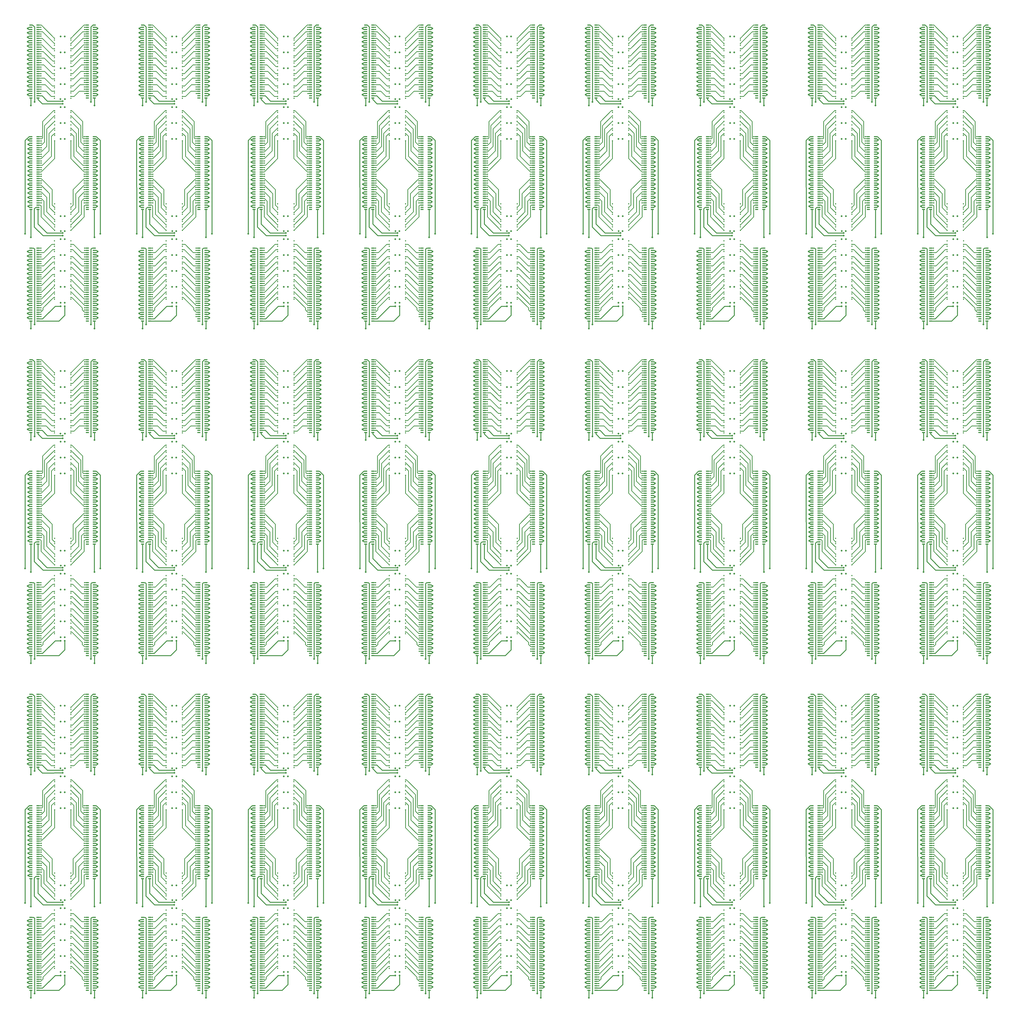
<source format=gbr>
%TF.GenerationSoftware,KiCad,Pcbnew,(5.1.9-0-10_14)*%
%TF.CreationDate,2021-05-26T15:42:50-04:00*%
%TF.ProjectId,backplane,6261636b-706c-4616-9e65-2e6b69636164,rev?*%
%TF.SameCoordinates,Original*%
%TF.FileFunction,Copper,L1,Top*%
%TF.FilePolarity,Positive*%
%FSLAX46Y46*%
G04 Gerber Fmt 4.6, Leading zero omitted, Abs format (unit mm)*
G04 Created by KiCad (PCBNEW (5.1.9-0-10_14)) date 2021-05-26 15:42:50*
%MOMM*%
%LPD*%
G01*
G04 APERTURE LIST*
%TA.AperFunction,SMDPad,CuDef*%
%ADD10R,1.370000X0.610000*%
%TD*%
%TA.AperFunction,ViaPad*%
%ADD11C,0.800000*%
%TD*%
%TA.AperFunction,ViaPad*%
%ADD12C,0.558800*%
%TD*%
%TA.AperFunction,Conductor*%
%ADD13C,0.431800*%
%TD*%
%TA.AperFunction,Conductor*%
%ADD14C,0.381000*%
%TD*%
%TA.AperFunction,Conductor*%
%ADD15C,0.330200*%
%TD*%
G04 APERTURE END LIST*
D10*
%TO.P,J401,68*%
%TO.N,/SiPM_Connector(4-6)/BIAS14*%
X537135500Y-193490000D03*
%TO.P,J401,67*%
%TO.N,/SiPM_Connector(4-6)/OUT*%
X540337500Y-193490000D03*
%TO.P,J401,66*%
%TO.N,GND*%
X537135500Y-192490000D03*
%TO.P,J401,65*%
%TO.N,/SiPM_Connector(4-6)/VDD*%
X540337500Y-192490000D03*
%TO.P,J401,64*%
%TO.N,GND*%
X537135500Y-191490000D03*
%TO.P,J401,63*%
%TO.N,/SiPM_Connector(4-6)/CH31*%
X540337500Y-191490000D03*
%TO.P,J401,62*%
%TO.N,GND*%
X537135500Y-190490000D03*
%TO.P,J401,61*%
%TO.N,/SiPM_Connector(4-6)/CH30*%
X540337500Y-190490000D03*
%TO.P,J401,60*%
%TO.N,GND*%
X537135500Y-189490000D03*
%TO.P,J401,59*%
%TO.N,/SiPM_Connector(4-6)/CH29*%
X540337500Y-189490000D03*
%TO.P,J401,58*%
%TO.N,GND*%
X537135500Y-188490000D03*
%TO.P,J401,57*%
%TO.N,/SiPM_Connector(4-6)/CH28*%
X540337500Y-188490000D03*
%TO.P,J401,56*%
%TO.N,GND*%
X537135500Y-187490000D03*
%TO.P,J401,55*%
%TO.N,/SiPM_Connector(4-6)/CH27*%
X540337500Y-187490000D03*
%TO.P,J401,54*%
%TO.N,GND*%
X537135500Y-186490000D03*
%TO.P,J401,53*%
%TO.N,/SiPM_Connector(4-6)/CH26*%
X540337500Y-186490000D03*
%TO.P,J401,52*%
%TO.N,GND*%
X537135500Y-185490000D03*
%TO.P,J401,51*%
%TO.N,/SiPM_Connector(4-6)/CH25*%
X540337500Y-185490000D03*
%TO.P,J401,50*%
%TO.N,GND*%
X537135500Y-184490000D03*
%TO.P,J401,49*%
%TO.N,/SiPM_Connector(4-6)/CH24*%
X540337500Y-184490000D03*
%TO.P,J401,48*%
%TO.N,GND*%
X537135500Y-183490000D03*
%TO.P,J401,47*%
%TO.N,/SiPM_Connector(4-6)/CH23*%
X540337500Y-183490000D03*
%TO.P,J401,46*%
%TO.N,GND*%
X537135500Y-182490000D03*
%TO.P,J401,45*%
%TO.N,/SiPM_Connector(4-6)/CH22*%
X540337500Y-182490000D03*
%TO.P,J401,44*%
%TO.N,GND*%
X537135500Y-181490000D03*
%TO.P,J401,43*%
%TO.N,/SiPM_Connector(4-6)/CH21*%
X540337500Y-181490000D03*
%TO.P,J401,42*%
%TO.N,GND*%
X537135500Y-180490000D03*
%TO.P,J401,41*%
%TO.N,/SiPM_Connector(4-6)/CH20*%
X540337500Y-180490000D03*
%TO.P,J401,40*%
%TO.N,GND*%
X537135500Y-179490000D03*
%TO.P,J401,39*%
%TO.N,/SiPM_Connector(4-6)/CH19*%
X540337500Y-179490000D03*
%TO.P,J401,38*%
%TO.N,GND*%
X537135500Y-178490000D03*
%TO.P,J401,37*%
%TO.N,/SiPM_Connector(4-6)/CH18*%
X540337500Y-178490000D03*
%TO.P,J401,36*%
%TO.N,GND*%
X537135500Y-177490000D03*
%TO.P,J401,35*%
%TO.N,/SiPM_Connector(4-6)/CH17*%
X540337500Y-177490000D03*
%TO.P,J401,34*%
%TO.N,GND*%
X537135500Y-176490000D03*
%TO.P,J401,33*%
%TO.N,/SiPM_Connector(4-6)/CH16*%
X540337500Y-176490000D03*
%TO.P,J401,32*%
%TO.N,GND*%
X537135500Y-175490000D03*
%TO.P,J401,31*%
%TO.N,/SiPM_Connector(4-6)/CH15*%
X540337500Y-175490000D03*
%TO.P,J401,30*%
%TO.N,GND*%
X537135500Y-174490000D03*
%TO.P,J401,29*%
%TO.N,/SiPM_Connector(4-6)/CH14*%
X540337500Y-174490000D03*
%TO.P,J401,28*%
%TO.N,GND*%
X537135500Y-173490000D03*
%TO.P,J401,27*%
%TO.N,/SiPM_Connector(4-6)/CH13*%
X540337500Y-173490000D03*
%TO.P,J401,26*%
%TO.N,GND*%
X537135500Y-172490000D03*
%TO.P,J401,25*%
%TO.N,/SiPM_Connector(4-6)/CH12*%
X540337500Y-172490000D03*
%TO.P,J401,24*%
%TO.N,GND*%
X537135500Y-171490000D03*
%TO.P,J401,23*%
%TO.N,/SiPM_Connector(4-6)/CH11*%
X540337500Y-171490000D03*
%TO.P,J401,22*%
%TO.N,GND*%
X537135500Y-170490000D03*
%TO.P,J401,21*%
%TO.N,/SiPM_Connector(4-6)/CH10*%
X540337500Y-170490000D03*
%TO.P,J401,20*%
%TO.N,GND*%
X537135500Y-169490000D03*
%TO.P,J401,19*%
%TO.N,/SiPM_Connector(4-6)/CH9*%
X540337500Y-169490000D03*
%TO.P,J401,18*%
%TO.N,GND*%
X537135500Y-168490000D03*
%TO.P,J401,17*%
%TO.N,/SiPM_Connector(4-6)/CH8*%
X540337500Y-168490000D03*
%TO.P,J401,16*%
%TO.N,GND*%
X537135500Y-167490000D03*
%TO.P,J401,15*%
%TO.N,/SiPM_Connector(4-6)/CH7*%
X540337500Y-167490000D03*
%TO.P,J401,14*%
%TO.N,GND*%
X537135500Y-166490000D03*
%TO.P,J401,13*%
%TO.N,/SiPM_Connector(4-6)/CH6*%
X540337500Y-166490000D03*
%TO.P,J401,12*%
%TO.N,GND*%
X537135500Y-165490000D03*
%TO.P,J401,11*%
%TO.N,/SiPM_Connector(4-6)/CH5*%
X540337500Y-165490000D03*
%TO.P,J401,10*%
%TO.N,GND*%
X537135500Y-164490000D03*
%TO.P,J401,9*%
%TO.N,/SiPM_Connector(4-6)/CH4*%
X540337500Y-164490000D03*
%TO.P,J401,8*%
%TO.N,GND*%
X537135500Y-163490000D03*
%TO.P,J401,7*%
%TO.N,/SiPM_Connector(4-6)/CH3*%
X540337500Y-163490000D03*
%TO.P,J401,6*%
%TO.N,GND*%
X537135500Y-162490000D03*
%TO.P,J401,5*%
%TO.N,/SiPM_Connector(4-6)/CH2*%
X540337500Y-162490000D03*
%TO.P,J401,4*%
%TO.N,GND*%
X537135500Y-161490000D03*
%TO.P,J401,3*%
%TO.N,/SiPM_Connector(4-6)/CH1*%
X540337500Y-161490000D03*
%TO.P,J401,2*%
%TO.N,/SiPM_Connector(4-6)/BIAS13*%
X537135500Y-160490000D03*
%TO.P,J401,1*%
%TO.N,/SiPM_Connector(4-6)/CH0*%
X540337500Y-160490000D03*
%TD*%
%TO.P,J303,68*%
%TO.N,Net-(J303-Pad68)*%
X562635500Y-142990000D03*
%TO.P,J303,67*%
%TO.N,/SiPM_Connector(1-3)/BIAS12*%
X565837500Y-142990000D03*
%TO.P,J303,66*%
%TO.N,Net-(J303-Pad66)*%
X562635500Y-141990000D03*
%TO.P,J303,65*%
%TO.N,GND*%
X565837500Y-141990000D03*
%TO.P,J303,64*%
%TO.N,/SiPM_Connector(1-3)/BCH95*%
X562635500Y-140990000D03*
%TO.P,J303,63*%
%TO.N,GND*%
X565837500Y-140990000D03*
%TO.P,J303,62*%
%TO.N,/SiPM_Connector(1-3)/BCH94*%
X562635500Y-139990000D03*
%TO.P,J303,61*%
%TO.N,GND*%
X565837500Y-139990000D03*
%TO.P,J303,60*%
%TO.N,/SiPM_Connector(1-3)/BCH93*%
X562635500Y-138990000D03*
%TO.P,J303,59*%
%TO.N,GND*%
X565837500Y-138990000D03*
%TO.P,J303,58*%
%TO.N,/SiPM_Connector(1-3)/BCH92*%
X562635500Y-137990000D03*
%TO.P,J303,57*%
%TO.N,GND*%
X565837500Y-137990000D03*
%TO.P,J303,56*%
%TO.N,/SiPM_Connector(1-3)/BCH91*%
X562635500Y-136990000D03*
%TO.P,J303,55*%
%TO.N,GND*%
X565837500Y-136990000D03*
%TO.P,J303,54*%
%TO.N,/SiPM_Connector(1-3)/BCH90*%
X562635500Y-135990000D03*
%TO.P,J303,53*%
%TO.N,GND*%
X565837500Y-135990000D03*
%TO.P,J303,52*%
%TO.N,/SiPM_Connector(1-3)/BCH89*%
X562635500Y-134990000D03*
%TO.P,J303,51*%
%TO.N,GND*%
X565837500Y-134990000D03*
%TO.P,J303,50*%
%TO.N,/SiPM_Connector(1-3)/BCH88*%
X562635500Y-133990000D03*
%TO.P,J303,49*%
%TO.N,GND*%
X565837500Y-133990000D03*
%TO.P,J303,48*%
%TO.N,/SiPM_Connector(1-3)/BCH87*%
X562635500Y-132990000D03*
%TO.P,J303,47*%
%TO.N,GND*%
X565837500Y-132990000D03*
%TO.P,J303,46*%
%TO.N,/SiPM_Connector(1-3)/BCH86*%
X562635500Y-131990000D03*
%TO.P,J303,45*%
%TO.N,GND*%
X565837500Y-131990000D03*
%TO.P,J303,44*%
%TO.N,/SiPM_Connector(1-3)/BCH85*%
X562635500Y-130990000D03*
%TO.P,J303,43*%
%TO.N,GND*%
X565837500Y-130990000D03*
%TO.P,J303,42*%
%TO.N,/SiPM_Connector(1-3)/BCH84*%
X562635500Y-129990000D03*
%TO.P,J303,41*%
%TO.N,GND*%
X565837500Y-129990000D03*
%TO.P,J303,40*%
%TO.N,/SiPM_Connector(1-3)/BCH83*%
X562635500Y-128990000D03*
%TO.P,J303,39*%
%TO.N,GND*%
X565837500Y-128990000D03*
%TO.P,J303,38*%
%TO.N,/SiPM_Connector(1-3)/BCH82*%
X562635500Y-127990000D03*
%TO.P,J303,37*%
%TO.N,GND*%
X565837500Y-127990000D03*
%TO.P,J303,36*%
%TO.N,/SiPM_Connector(1-3)/BCH81*%
X562635500Y-126990000D03*
%TO.P,J303,35*%
%TO.N,GND*%
X565837500Y-126990000D03*
%TO.P,J303,34*%
%TO.N,/SiPM_Connector(1-3)/BCH80*%
X562635500Y-125990000D03*
%TO.P,J303,33*%
%TO.N,GND*%
X565837500Y-125990000D03*
%TO.P,J303,32*%
%TO.N,/SiPM_Connector(1-3)/BCH79*%
X562635500Y-124990000D03*
%TO.P,J303,31*%
%TO.N,GND*%
X565837500Y-124990000D03*
%TO.P,J303,30*%
%TO.N,/SiPM_Connector(1-3)/BCH78*%
X562635500Y-123990000D03*
%TO.P,J303,29*%
%TO.N,GND*%
X565837500Y-123990000D03*
%TO.P,J303,28*%
%TO.N,/SiPM_Connector(1-3)/BCH77*%
X562635500Y-122990000D03*
%TO.P,J303,27*%
%TO.N,GND*%
X565837500Y-122990000D03*
%TO.P,J303,26*%
%TO.N,/SiPM_Connector(1-3)/BCH76*%
X562635500Y-121990000D03*
%TO.P,J303,25*%
%TO.N,GND*%
X565837500Y-121990000D03*
%TO.P,J303,24*%
%TO.N,/SiPM_Connector(1-3)/BCH75*%
X562635500Y-120990000D03*
%TO.P,J303,23*%
%TO.N,GND*%
X565837500Y-120990000D03*
%TO.P,J303,22*%
%TO.N,/SiPM_Connector(1-3)/BCH74*%
X562635500Y-119990000D03*
%TO.P,J303,21*%
%TO.N,GND*%
X565837500Y-119990000D03*
%TO.P,J303,20*%
%TO.N,/SiPM_Connector(1-3)/BCH73*%
X562635500Y-118990000D03*
%TO.P,J303,19*%
%TO.N,GND*%
X565837500Y-118990000D03*
%TO.P,J303,18*%
%TO.N,/SiPM_Connector(1-3)/BCH72*%
X562635500Y-117990000D03*
%TO.P,J303,17*%
%TO.N,GND*%
X565837500Y-117990000D03*
%TO.P,J303,16*%
%TO.N,/SiPM_Connector(1-3)/BCH71*%
X562635500Y-116990000D03*
%TO.P,J303,15*%
%TO.N,GND*%
X565837500Y-116990000D03*
%TO.P,J303,14*%
%TO.N,/SiPM_Connector(1-3)/BCH70*%
X562635500Y-115990000D03*
%TO.P,J303,13*%
%TO.N,GND*%
X565837500Y-115990000D03*
%TO.P,J303,12*%
%TO.N,/SiPM_Connector(1-3)/BCH69*%
X562635500Y-114990000D03*
%TO.P,J303,11*%
%TO.N,GND*%
X565837500Y-114990000D03*
%TO.P,J303,10*%
%TO.N,/SiPM_Connector(1-3)/BCH68*%
X562635500Y-113990000D03*
%TO.P,J303,9*%
%TO.N,GND*%
X565837500Y-113990000D03*
%TO.P,J303,8*%
%TO.N,/SiPM_Connector(1-3)/BCH67*%
X562635500Y-112990000D03*
%TO.P,J303,7*%
%TO.N,GND*%
X565837500Y-112990000D03*
%TO.P,J303,6*%
%TO.N,/SiPM_Connector(1-3)/BCH66*%
X562635500Y-111990000D03*
%TO.P,J303,5*%
%TO.N,GND*%
X565837500Y-111990000D03*
%TO.P,J303,4*%
%TO.N,/SiPM_Connector(1-3)/BCH65*%
X562635500Y-110990000D03*
%TO.P,J303,3*%
%TO.N,GND*%
X565837500Y-110990000D03*
%TO.P,J303,2*%
%TO.N,/SiPM_Connector(1-3)/BCH64*%
X562635500Y-109990000D03*
%TO.P,J303,1*%
%TO.N,/SiPM_Connector(1-3)/BIAS11*%
X565837500Y-109990000D03*
%TD*%
%TO.P,J301,1*%
%TO.N,/SiPM_Connector(1-3)/CH64*%
X540337500Y-109990000D03*
%TO.P,J301,2*%
%TO.N,/SiPM_Connector(1-3)/BIAS9*%
X537135500Y-109990000D03*
%TO.P,J301,3*%
%TO.N,/SiPM_Connector(1-3)/CH65*%
X540337500Y-110990000D03*
%TO.P,J301,4*%
%TO.N,GND*%
X537135500Y-110990000D03*
%TO.P,J301,5*%
%TO.N,/SiPM_Connector(1-3)/CH66*%
X540337500Y-111990000D03*
%TO.P,J301,6*%
%TO.N,GND*%
X537135500Y-111990000D03*
%TO.P,J301,7*%
%TO.N,/SiPM_Connector(1-3)/CH67*%
X540337500Y-112990000D03*
%TO.P,J301,8*%
%TO.N,GND*%
X537135500Y-112990000D03*
%TO.P,J301,9*%
%TO.N,/SiPM_Connector(1-3)/CH68*%
X540337500Y-113990000D03*
%TO.P,J301,10*%
%TO.N,GND*%
X537135500Y-113990000D03*
%TO.P,J301,11*%
%TO.N,/SiPM_Connector(1-3)/CH69*%
X540337500Y-114990000D03*
%TO.P,J301,12*%
%TO.N,GND*%
X537135500Y-114990000D03*
%TO.P,J301,13*%
%TO.N,/SiPM_Connector(1-3)/CH70*%
X540337500Y-115990000D03*
%TO.P,J301,14*%
%TO.N,GND*%
X537135500Y-115990000D03*
%TO.P,J301,15*%
%TO.N,/SiPM_Connector(1-3)/CH71*%
X540337500Y-116990000D03*
%TO.P,J301,16*%
%TO.N,GND*%
X537135500Y-116990000D03*
%TO.P,J301,17*%
%TO.N,/SiPM_Connector(1-3)/CH72*%
X540337500Y-117990000D03*
%TO.P,J301,18*%
%TO.N,GND*%
X537135500Y-117990000D03*
%TO.P,J301,19*%
%TO.N,/SiPM_Connector(1-3)/CH73*%
X540337500Y-118990000D03*
%TO.P,J301,20*%
%TO.N,GND*%
X537135500Y-118990000D03*
%TO.P,J301,21*%
%TO.N,/SiPM_Connector(1-3)/CH74*%
X540337500Y-119990000D03*
%TO.P,J301,22*%
%TO.N,GND*%
X537135500Y-119990000D03*
%TO.P,J301,23*%
%TO.N,/SiPM_Connector(1-3)/CH75*%
X540337500Y-120990000D03*
%TO.P,J301,24*%
%TO.N,GND*%
X537135500Y-120990000D03*
%TO.P,J301,25*%
%TO.N,/SiPM_Connector(1-3)/CH76*%
X540337500Y-121990000D03*
%TO.P,J301,26*%
%TO.N,GND*%
X537135500Y-121990000D03*
%TO.P,J301,27*%
%TO.N,/SiPM_Connector(1-3)/CH77*%
X540337500Y-122990000D03*
%TO.P,J301,28*%
%TO.N,GND*%
X537135500Y-122990000D03*
%TO.P,J301,29*%
%TO.N,/SiPM_Connector(1-3)/CH78*%
X540337500Y-123990000D03*
%TO.P,J301,30*%
%TO.N,GND*%
X537135500Y-123990000D03*
%TO.P,J301,31*%
%TO.N,/SiPM_Connector(1-3)/CH79*%
X540337500Y-124990000D03*
%TO.P,J301,32*%
%TO.N,GND*%
X537135500Y-124990000D03*
%TO.P,J301,33*%
%TO.N,/SiPM_Connector(1-3)/CH80*%
X540337500Y-125990000D03*
%TO.P,J301,34*%
%TO.N,GND*%
X537135500Y-125990000D03*
%TO.P,J301,35*%
%TO.N,/SiPM_Connector(1-3)/CH81*%
X540337500Y-126990000D03*
%TO.P,J301,36*%
%TO.N,GND*%
X537135500Y-126990000D03*
%TO.P,J301,37*%
%TO.N,/SiPM_Connector(1-3)/CH82*%
X540337500Y-127990000D03*
%TO.P,J301,38*%
%TO.N,GND*%
X537135500Y-127990000D03*
%TO.P,J301,39*%
%TO.N,/SiPM_Connector(1-3)/CH83*%
X540337500Y-128990000D03*
%TO.P,J301,40*%
%TO.N,GND*%
X537135500Y-128990000D03*
%TO.P,J301,41*%
%TO.N,/SiPM_Connector(1-3)/CH84*%
X540337500Y-129990000D03*
%TO.P,J301,42*%
%TO.N,GND*%
X537135500Y-129990000D03*
%TO.P,J301,43*%
%TO.N,/SiPM_Connector(1-3)/CH85*%
X540337500Y-130990000D03*
%TO.P,J301,44*%
%TO.N,GND*%
X537135500Y-130990000D03*
%TO.P,J301,45*%
%TO.N,/SiPM_Connector(1-3)/CH86*%
X540337500Y-131990000D03*
%TO.P,J301,46*%
%TO.N,GND*%
X537135500Y-131990000D03*
%TO.P,J301,47*%
%TO.N,/SiPM_Connector(1-3)/CH87*%
X540337500Y-132990000D03*
%TO.P,J301,48*%
%TO.N,GND*%
X537135500Y-132990000D03*
%TO.P,J301,49*%
%TO.N,/SiPM_Connector(1-3)/CH88*%
X540337500Y-133990000D03*
%TO.P,J301,50*%
%TO.N,GND*%
X537135500Y-133990000D03*
%TO.P,J301,51*%
%TO.N,/SiPM_Connector(1-3)/CH89*%
X540337500Y-134990000D03*
%TO.P,J301,52*%
%TO.N,GND*%
X537135500Y-134990000D03*
%TO.P,J301,53*%
%TO.N,/SiPM_Connector(1-3)/CH90*%
X540337500Y-135990000D03*
%TO.P,J301,54*%
%TO.N,GND*%
X537135500Y-135990000D03*
%TO.P,J301,55*%
%TO.N,/SiPM_Connector(1-3)/CH91*%
X540337500Y-136990000D03*
%TO.P,J301,56*%
%TO.N,GND*%
X537135500Y-136990000D03*
%TO.P,J301,57*%
%TO.N,/SiPM_Connector(1-3)/CH92*%
X540337500Y-137990000D03*
%TO.P,J301,58*%
%TO.N,GND*%
X537135500Y-137990000D03*
%TO.P,J301,59*%
%TO.N,/SiPM_Connector(1-3)/CH93*%
X540337500Y-138990000D03*
%TO.P,J301,60*%
%TO.N,GND*%
X537135500Y-138990000D03*
%TO.P,J301,61*%
%TO.N,/SiPM_Connector(1-3)/CH94*%
X540337500Y-139990000D03*
%TO.P,J301,62*%
%TO.N,GND*%
X537135500Y-139990000D03*
%TO.P,J301,63*%
%TO.N,/SiPM_Connector(1-3)/CH95*%
X540337500Y-140990000D03*
%TO.P,J301,64*%
%TO.N,GND*%
X537135500Y-140990000D03*
%TO.P,J301,65*%
%TO.N,/SiPM_Connector(1-3)/VDD*%
X540337500Y-141990000D03*
%TO.P,J301,66*%
%TO.N,GND*%
X537135500Y-141990000D03*
%TO.P,J301,67*%
%TO.N,/SiPM_Connector(1-3)/OUT*%
X540337500Y-142990000D03*
%TO.P,J301,68*%
%TO.N,/SiPM_Connector(1-3)/BIAS10*%
X537135500Y-142990000D03*
%TD*%
%TO.P,J203,68*%
%TO.N,Net-(J203-Pad68)*%
X562635500Y-92490000D03*
%TO.P,J203,67*%
%TO.N,/SiPM_Connector(1-3)/BIAS8*%
X565837500Y-92490000D03*
%TO.P,J203,66*%
%TO.N,Net-(J203-Pad66)*%
X562635500Y-91490000D03*
%TO.P,J203,65*%
%TO.N,GND*%
X565837500Y-91490000D03*
%TO.P,J203,64*%
%TO.N,/SiPM_Connector(1-3)/BCH63*%
X562635500Y-90490000D03*
%TO.P,J203,63*%
%TO.N,GND*%
X565837500Y-90490000D03*
%TO.P,J203,62*%
%TO.N,/SiPM_Connector(1-3)/BCH62*%
X562635500Y-89490000D03*
%TO.P,J203,61*%
%TO.N,GND*%
X565837500Y-89490000D03*
%TO.P,J203,60*%
%TO.N,/SiPM_Connector(1-3)/BCH61*%
X562635500Y-88490000D03*
%TO.P,J203,59*%
%TO.N,GND*%
X565837500Y-88490000D03*
%TO.P,J203,58*%
%TO.N,/SiPM_Connector(1-3)/BCH60*%
X562635500Y-87490000D03*
%TO.P,J203,57*%
%TO.N,GND*%
X565837500Y-87490000D03*
%TO.P,J203,56*%
%TO.N,/SiPM_Connector(1-3)/BCH59*%
X562635500Y-86490000D03*
%TO.P,J203,55*%
%TO.N,GND*%
X565837500Y-86490000D03*
%TO.P,J203,54*%
%TO.N,/SiPM_Connector(1-3)/BCH58*%
X562635500Y-85490000D03*
%TO.P,J203,53*%
%TO.N,GND*%
X565837500Y-85490000D03*
%TO.P,J203,52*%
%TO.N,/SiPM_Connector(1-3)/BCH57*%
X562635500Y-84490000D03*
%TO.P,J203,51*%
%TO.N,GND*%
X565837500Y-84490000D03*
%TO.P,J203,50*%
%TO.N,/SiPM_Connector(1-3)/BCH56*%
X562635500Y-83490000D03*
%TO.P,J203,49*%
%TO.N,GND*%
X565837500Y-83490000D03*
%TO.P,J203,48*%
%TO.N,/SiPM_Connector(1-3)/BCH55*%
X562635500Y-82490000D03*
%TO.P,J203,47*%
%TO.N,GND*%
X565837500Y-82490000D03*
%TO.P,J203,46*%
%TO.N,/SiPM_Connector(1-3)/BCH54*%
X562635500Y-81490000D03*
%TO.P,J203,45*%
%TO.N,GND*%
X565837500Y-81490000D03*
%TO.P,J203,44*%
%TO.N,/SiPM_Connector(1-3)/BCH53*%
X562635500Y-80490000D03*
%TO.P,J203,43*%
%TO.N,GND*%
X565837500Y-80490000D03*
%TO.P,J203,42*%
%TO.N,/SiPM_Connector(1-3)/BCH52*%
X562635500Y-79490000D03*
%TO.P,J203,41*%
%TO.N,GND*%
X565837500Y-79490000D03*
%TO.P,J203,40*%
%TO.N,/SiPM_Connector(1-3)/BCH51*%
X562635500Y-78490000D03*
%TO.P,J203,39*%
%TO.N,GND*%
X565837500Y-78490000D03*
%TO.P,J203,38*%
%TO.N,/SiPM_Connector(1-3)/BCH50*%
X562635500Y-77490000D03*
%TO.P,J203,37*%
%TO.N,GND*%
X565837500Y-77490000D03*
%TO.P,J203,36*%
%TO.N,/SiPM_Connector(1-3)/BCH49*%
X562635500Y-76490000D03*
%TO.P,J203,35*%
%TO.N,GND*%
X565837500Y-76490000D03*
%TO.P,J203,34*%
%TO.N,/SiPM_Connector(1-3)/BCH48*%
X562635500Y-75490000D03*
%TO.P,J203,33*%
%TO.N,GND*%
X565837500Y-75490000D03*
%TO.P,J203,32*%
%TO.N,/SiPM_Connector(1-3)/BCH47*%
X562635500Y-74490000D03*
%TO.P,J203,31*%
%TO.N,GND*%
X565837500Y-74490000D03*
%TO.P,J203,30*%
%TO.N,/SiPM_Connector(1-3)/BCH46*%
X562635500Y-73490000D03*
%TO.P,J203,29*%
%TO.N,GND*%
X565837500Y-73490000D03*
%TO.P,J203,28*%
%TO.N,/SiPM_Connector(1-3)/BCH45*%
X562635500Y-72490000D03*
%TO.P,J203,27*%
%TO.N,GND*%
X565837500Y-72490000D03*
%TO.P,J203,26*%
%TO.N,/SiPM_Connector(1-3)/BCH44*%
X562635500Y-71490000D03*
%TO.P,J203,25*%
%TO.N,GND*%
X565837500Y-71490000D03*
%TO.P,J203,24*%
%TO.N,/SiPM_Connector(1-3)/BCH43*%
X562635500Y-70490000D03*
%TO.P,J203,23*%
%TO.N,GND*%
X565837500Y-70490000D03*
%TO.P,J203,22*%
%TO.N,/SiPM_Connector(1-3)/BCH42*%
X562635500Y-69490000D03*
%TO.P,J203,21*%
%TO.N,GND*%
X565837500Y-69490000D03*
%TO.P,J203,20*%
%TO.N,/SiPM_Connector(1-3)/BCH41*%
X562635500Y-68490000D03*
%TO.P,J203,19*%
%TO.N,GND*%
X565837500Y-68490000D03*
%TO.P,J203,18*%
%TO.N,/SiPM_Connector(1-3)/BCH40*%
X562635500Y-67490000D03*
%TO.P,J203,17*%
%TO.N,GND*%
X565837500Y-67490000D03*
%TO.P,J203,16*%
%TO.N,/SiPM_Connector(1-3)/BCH39*%
X562635500Y-66490000D03*
%TO.P,J203,15*%
%TO.N,GND*%
X565837500Y-66490000D03*
%TO.P,J203,14*%
%TO.N,/SiPM_Connector(1-3)/BCH38*%
X562635500Y-65490000D03*
%TO.P,J203,13*%
%TO.N,GND*%
X565837500Y-65490000D03*
%TO.P,J203,12*%
%TO.N,/SiPM_Connector(1-3)/BCH37*%
X562635500Y-64490000D03*
%TO.P,J203,11*%
%TO.N,GND*%
X565837500Y-64490000D03*
%TO.P,J203,10*%
%TO.N,/SiPM_Connector(1-3)/BCH36*%
X562635500Y-63490000D03*
%TO.P,J203,9*%
%TO.N,GND*%
X565837500Y-63490000D03*
%TO.P,J203,8*%
%TO.N,/SiPM_Connector(1-3)/BCH35*%
X562635500Y-62490000D03*
%TO.P,J203,7*%
%TO.N,GND*%
X565837500Y-62490000D03*
%TO.P,J203,6*%
%TO.N,/SiPM_Connector(1-3)/BCH34*%
X562635500Y-61490000D03*
%TO.P,J203,5*%
%TO.N,GND*%
X565837500Y-61490000D03*
%TO.P,J203,4*%
%TO.N,/SiPM_Connector(1-3)/BCH33*%
X562635500Y-60490000D03*
%TO.P,J203,3*%
%TO.N,GND*%
X565837500Y-60490000D03*
%TO.P,J203,2*%
%TO.N,/SiPM_Connector(1-3)/BCH32*%
X562635500Y-59490000D03*
%TO.P,J203,1*%
%TO.N,/SiPM_Connector(1-3)/BIAS7*%
X565837500Y-59490000D03*
%TD*%
%TO.P,J201,1*%
%TO.N,/SiPM_Connector(1-3)/CH32*%
X540337500Y-59490000D03*
%TO.P,J201,2*%
%TO.N,/SiPM_Connector(1-3)/BIAS5*%
X537135500Y-59490000D03*
%TO.P,J201,3*%
%TO.N,/SiPM_Connector(1-3)/CH33*%
X540337500Y-60490000D03*
%TO.P,J201,4*%
%TO.N,GND*%
X537135500Y-60490000D03*
%TO.P,J201,5*%
%TO.N,/SiPM_Connector(1-3)/CH34*%
X540337500Y-61490000D03*
%TO.P,J201,6*%
%TO.N,GND*%
X537135500Y-61490000D03*
%TO.P,J201,7*%
%TO.N,/SiPM_Connector(1-3)/CH35*%
X540337500Y-62490000D03*
%TO.P,J201,8*%
%TO.N,GND*%
X537135500Y-62490000D03*
%TO.P,J201,9*%
%TO.N,/SiPM_Connector(1-3)/CH36*%
X540337500Y-63490000D03*
%TO.P,J201,10*%
%TO.N,GND*%
X537135500Y-63490000D03*
%TO.P,J201,11*%
%TO.N,/SiPM_Connector(1-3)/CH37*%
X540337500Y-64490000D03*
%TO.P,J201,12*%
%TO.N,GND*%
X537135500Y-64490000D03*
%TO.P,J201,13*%
%TO.N,/SiPM_Connector(1-3)/CH38*%
X540337500Y-65490000D03*
%TO.P,J201,14*%
%TO.N,GND*%
X537135500Y-65490000D03*
%TO.P,J201,15*%
%TO.N,/SiPM_Connector(1-3)/CH39*%
X540337500Y-66490000D03*
%TO.P,J201,16*%
%TO.N,GND*%
X537135500Y-66490000D03*
%TO.P,J201,17*%
%TO.N,/SiPM_Connector(1-3)/CH40*%
X540337500Y-67490000D03*
%TO.P,J201,18*%
%TO.N,GND*%
X537135500Y-67490000D03*
%TO.P,J201,19*%
%TO.N,/SiPM_Connector(1-3)/CH41*%
X540337500Y-68490000D03*
%TO.P,J201,20*%
%TO.N,GND*%
X537135500Y-68490000D03*
%TO.P,J201,21*%
%TO.N,/SiPM_Connector(1-3)/CH42*%
X540337500Y-69490000D03*
%TO.P,J201,22*%
%TO.N,GND*%
X537135500Y-69490000D03*
%TO.P,J201,23*%
%TO.N,/SiPM_Connector(1-3)/CH43*%
X540337500Y-70490000D03*
%TO.P,J201,24*%
%TO.N,GND*%
X537135500Y-70490000D03*
%TO.P,J201,25*%
%TO.N,/SiPM_Connector(1-3)/CH44*%
X540337500Y-71490000D03*
%TO.P,J201,26*%
%TO.N,GND*%
X537135500Y-71490000D03*
%TO.P,J201,27*%
%TO.N,/SiPM_Connector(1-3)/CH45*%
X540337500Y-72490000D03*
%TO.P,J201,28*%
%TO.N,GND*%
X537135500Y-72490000D03*
%TO.P,J201,29*%
%TO.N,/SiPM_Connector(1-3)/CH46*%
X540337500Y-73490000D03*
%TO.P,J201,30*%
%TO.N,GND*%
X537135500Y-73490000D03*
%TO.P,J201,31*%
%TO.N,/SiPM_Connector(1-3)/CH47*%
X540337500Y-74490000D03*
%TO.P,J201,32*%
%TO.N,GND*%
X537135500Y-74490000D03*
%TO.P,J201,33*%
%TO.N,/SiPM_Connector(1-3)/CH48*%
X540337500Y-75490000D03*
%TO.P,J201,34*%
%TO.N,GND*%
X537135500Y-75490000D03*
%TO.P,J201,35*%
%TO.N,/SiPM_Connector(1-3)/CH49*%
X540337500Y-76490000D03*
%TO.P,J201,36*%
%TO.N,GND*%
X537135500Y-76490000D03*
%TO.P,J201,37*%
%TO.N,/SiPM_Connector(1-3)/CH50*%
X540337500Y-77490000D03*
%TO.P,J201,38*%
%TO.N,GND*%
X537135500Y-77490000D03*
%TO.P,J201,39*%
%TO.N,/SiPM_Connector(1-3)/CH51*%
X540337500Y-78490000D03*
%TO.P,J201,40*%
%TO.N,GND*%
X537135500Y-78490000D03*
%TO.P,J201,41*%
%TO.N,/SiPM_Connector(1-3)/CH52*%
X540337500Y-79490000D03*
%TO.P,J201,42*%
%TO.N,GND*%
X537135500Y-79490000D03*
%TO.P,J201,43*%
%TO.N,/SiPM_Connector(1-3)/CH53*%
X540337500Y-80490000D03*
%TO.P,J201,44*%
%TO.N,GND*%
X537135500Y-80490000D03*
%TO.P,J201,45*%
%TO.N,/SiPM_Connector(1-3)/CH54*%
X540337500Y-81490000D03*
%TO.P,J201,46*%
%TO.N,GND*%
X537135500Y-81490000D03*
%TO.P,J201,47*%
%TO.N,/SiPM_Connector(1-3)/CH55*%
X540337500Y-82490000D03*
%TO.P,J201,48*%
%TO.N,GND*%
X537135500Y-82490000D03*
%TO.P,J201,49*%
%TO.N,/SiPM_Connector(1-3)/CH56*%
X540337500Y-83490000D03*
%TO.P,J201,50*%
%TO.N,GND*%
X537135500Y-83490000D03*
%TO.P,J201,51*%
%TO.N,/SiPM_Connector(1-3)/CH57*%
X540337500Y-84490000D03*
%TO.P,J201,52*%
%TO.N,GND*%
X537135500Y-84490000D03*
%TO.P,J201,53*%
%TO.N,/SiPM_Connector(1-3)/CH58*%
X540337500Y-85490000D03*
%TO.P,J201,54*%
%TO.N,GND*%
X537135500Y-85490000D03*
%TO.P,J201,55*%
%TO.N,/SiPM_Connector(1-3)/CH59*%
X540337500Y-86490000D03*
%TO.P,J201,56*%
%TO.N,GND*%
X537135500Y-86490000D03*
%TO.P,J201,57*%
%TO.N,/SiPM_Connector(1-3)/CH60*%
X540337500Y-87490000D03*
%TO.P,J201,58*%
%TO.N,GND*%
X537135500Y-87490000D03*
%TO.P,J201,59*%
%TO.N,/SiPM_Connector(1-3)/CH61*%
X540337500Y-88490000D03*
%TO.P,J201,60*%
%TO.N,GND*%
X537135500Y-88490000D03*
%TO.P,J201,61*%
%TO.N,/SiPM_Connector(1-3)/CH62*%
X540337500Y-89490000D03*
%TO.P,J201,62*%
%TO.N,GND*%
X537135500Y-89490000D03*
%TO.P,J201,63*%
%TO.N,/SiPM_Connector(1-3)/CH63*%
X540337500Y-90490000D03*
%TO.P,J201,64*%
%TO.N,GND*%
X537135500Y-90490000D03*
%TO.P,J201,65*%
%TO.N,/SiPM_Connector(1-3)/VDD*%
X540337500Y-91490000D03*
%TO.P,J201,66*%
%TO.N,GND*%
X537135500Y-91490000D03*
%TO.P,J201,67*%
%TO.N,/SiPM_Connector(1-3)/OUT*%
X540337500Y-92490000D03*
%TO.P,J201,68*%
%TO.N,/SiPM_Connector(1-3)/BIAS6*%
X537135500Y-92490000D03*
%TD*%
%TO.P,J103,1*%
%TO.N,/SiPM_Connector(1-3)/BIAS3*%
X565837500Y-8990000D03*
%TO.P,J103,2*%
%TO.N,/SiPM_Connector(1-3)/BCH0*%
X562635500Y-8990000D03*
%TO.P,J103,3*%
%TO.N,GND*%
X565837500Y-9990000D03*
%TO.P,J103,4*%
%TO.N,/SiPM_Connector(1-3)/BCH1*%
X562635500Y-9990000D03*
%TO.P,J103,5*%
%TO.N,GND*%
X565837500Y-10990000D03*
%TO.P,J103,6*%
%TO.N,/SiPM_Connector(1-3)/BCH2*%
X562635500Y-10990000D03*
%TO.P,J103,7*%
%TO.N,GND*%
X565837500Y-11990000D03*
%TO.P,J103,8*%
%TO.N,/SiPM_Connector(1-3)/BCH3*%
X562635500Y-11990000D03*
%TO.P,J103,9*%
%TO.N,GND*%
X565837500Y-12990000D03*
%TO.P,J103,10*%
%TO.N,/SiPM_Connector(1-3)/BCH4*%
X562635500Y-12990000D03*
%TO.P,J103,11*%
%TO.N,GND*%
X565837500Y-13990000D03*
%TO.P,J103,12*%
%TO.N,/SiPM_Connector(1-3)/BCH5*%
X562635500Y-13990000D03*
%TO.P,J103,13*%
%TO.N,GND*%
X565837500Y-14990000D03*
%TO.P,J103,14*%
%TO.N,/SiPM_Connector(1-3)/BCH6*%
X562635500Y-14990000D03*
%TO.P,J103,15*%
%TO.N,GND*%
X565837500Y-15990000D03*
%TO.P,J103,16*%
%TO.N,/SiPM_Connector(1-3)/BCH7*%
X562635500Y-15990000D03*
%TO.P,J103,17*%
%TO.N,GND*%
X565837500Y-16990000D03*
%TO.P,J103,18*%
%TO.N,/SiPM_Connector(1-3)/BCH8*%
X562635500Y-16990000D03*
%TO.P,J103,19*%
%TO.N,GND*%
X565837500Y-17990000D03*
%TO.P,J103,20*%
%TO.N,/SiPM_Connector(1-3)/BCH9*%
X562635500Y-17990000D03*
%TO.P,J103,21*%
%TO.N,GND*%
X565837500Y-18990000D03*
%TO.P,J103,22*%
%TO.N,/SiPM_Connector(1-3)/BCH10*%
X562635500Y-18990000D03*
%TO.P,J103,23*%
%TO.N,GND*%
X565837500Y-19990000D03*
%TO.P,J103,24*%
%TO.N,/SiPM_Connector(1-3)/BCH11*%
X562635500Y-19990000D03*
%TO.P,J103,25*%
%TO.N,GND*%
X565837500Y-20990000D03*
%TO.P,J103,26*%
%TO.N,/SiPM_Connector(1-3)/BCH12*%
X562635500Y-20990000D03*
%TO.P,J103,27*%
%TO.N,GND*%
X565837500Y-21990000D03*
%TO.P,J103,28*%
%TO.N,/SiPM_Connector(1-3)/BCH13*%
X562635500Y-21990000D03*
%TO.P,J103,29*%
%TO.N,GND*%
X565837500Y-22990000D03*
%TO.P,J103,30*%
%TO.N,/SiPM_Connector(1-3)/BCH14*%
X562635500Y-22990000D03*
%TO.P,J103,31*%
%TO.N,GND*%
X565837500Y-23990000D03*
%TO.P,J103,32*%
%TO.N,/SiPM_Connector(1-3)/BCH15*%
X562635500Y-23990000D03*
%TO.P,J103,33*%
%TO.N,GND*%
X565837500Y-24990000D03*
%TO.P,J103,34*%
%TO.N,/SiPM_Connector(1-3)/BCH16*%
X562635500Y-24990000D03*
%TO.P,J103,35*%
%TO.N,GND*%
X565837500Y-25990000D03*
%TO.P,J103,36*%
%TO.N,/SiPM_Connector(1-3)/BCH17*%
X562635500Y-25990000D03*
%TO.P,J103,37*%
%TO.N,GND*%
X565837500Y-26990000D03*
%TO.P,J103,38*%
%TO.N,/SiPM_Connector(1-3)/BCH18*%
X562635500Y-26990000D03*
%TO.P,J103,39*%
%TO.N,GND*%
X565837500Y-27990000D03*
%TO.P,J103,40*%
%TO.N,/SiPM_Connector(1-3)/BCH19*%
X562635500Y-27990000D03*
%TO.P,J103,41*%
%TO.N,GND*%
X565837500Y-28990000D03*
%TO.P,J103,42*%
%TO.N,/SiPM_Connector(1-3)/BCH20*%
X562635500Y-28990000D03*
%TO.P,J103,43*%
%TO.N,GND*%
X565837500Y-29990000D03*
%TO.P,J103,44*%
%TO.N,/SiPM_Connector(1-3)/BCH21*%
X562635500Y-29990000D03*
%TO.P,J103,45*%
%TO.N,GND*%
X565837500Y-30990000D03*
%TO.P,J103,46*%
%TO.N,/SiPM_Connector(1-3)/BCH22*%
X562635500Y-30990000D03*
%TO.P,J103,47*%
%TO.N,GND*%
X565837500Y-31990000D03*
%TO.P,J103,48*%
%TO.N,/SiPM_Connector(1-3)/BCH23*%
X562635500Y-31990000D03*
%TO.P,J103,49*%
%TO.N,GND*%
X565837500Y-32990000D03*
%TO.P,J103,50*%
%TO.N,/SiPM_Connector(1-3)/BCH24*%
X562635500Y-32990000D03*
%TO.P,J103,51*%
%TO.N,GND*%
X565837500Y-33990000D03*
%TO.P,J103,52*%
%TO.N,/SiPM_Connector(1-3)/BCH25*%
X562635500Y-33990000D03*
%TO.P,J103,53*%
%TO.N,GND*%
X565837500Y-34990000D03*
%TO.P,J103,54*%
%TO.N,/SiPM_Connector(1-3)/BCH26*%
X562635500Y-34990000D03*
%TO.P,J103,55*%
%TO.N,GND*%
X565837500Y-35990000D03*
%TO.P,J103,56*%
%TO.N,/SiPM_Connector(1-3)/BCH27*%
X562635500Y-35990000D03*
%TO.P,J103,57*%
%TO.N,GND*%
X565837500Y-36990000D03*
%TO.P,J103,58*%
%TO.N,/SiPM_Connector(1-3)/BCH28*%
X562635500Y-36990000D03*
%TO.P,J103,59*%
%TO.N,GND*%
X565837500Y-37990000D03*
%TO.P,J103,60*%
%TO.N,/SiPM_Connector(1-3)/BCH29*%
X562635500Y-37990000D03*
%TO.P,J103,61*%
%TO.N,GND*%
X565837500Y-38990000D03*
%TO.P,J103,62*%
%TO.N,/SiPM_Connector(1-3)/BCH30*%
X562635500Y-38990000D03*
%TO.P,J103,63*%
%TO.N,GND*%
X565837500Y-39990000D03*
%TO.P,J103,64*%
%TO.N,/SiPM_Connector(1-3)/BCH31*%
X562635500Y-39990000D03*
%TO.P,J103,65*%
%TO.N,GND*%
X565837500Y-40990000D03*
%TO.P,J103,66*%
%TO.N,Net-(J103-Pad66)*%
X562635500Y-40990000D03*
%TO.P,J103,67*%
%TO.N,/SiPM_Connector(1-3)/BIAS4*%
X565837500Y-41990000D03*
%TO.P,J103,68*%
%TO.N,Net-(J103-Pad68)*%
X562635500Y-41990000D03*
%TD*%
%TO.P,J703,1*%
%TO.N,/SiPM_Connector(7-9)/BIAS27*%
X565837500Y-311990000D03*
%TO.P,J703,2*%
%TO.N,/SiPM_Connector(7-9)/BCH0*%
X562635500Y-311990000D03*
%TO.P,J703,3*%
%TO.N,GND*%
X565837500Y-312990000D03*
%TO.P,J703,4*%
%TO.N,/SiPM_Connector(7-9)/BCH1*%
X562635500Y-312990000D03*
%TO.P,J703,5*%
%TO.N,GND*%
X565837500Y-313990000D03*
%TO.P,J703,6*%
%TO.N,/SiPM_Connector(7-9)/BCH2*%
X562635500Y-313990000D03*
%TO.P,J703,7*%
%TO.N,GND*%
X565837500Y-314990000D03*
%TO.P,J703,8*%
%TO.N,/SiPM_Connector(7-9)/BCH3*%
X562635500Y-314990000D03*
%TO.P,J703,9*%
%TO.N,GND*%
X565837500Y-315990000D03*
%TO.P,J703,10*%
%TO.N,/SiPM_Connector(7-9)/BCH4*%
X562635500Y-315990000D03*
%TO.P,J703,11*%
%TO.N,GND*%
X565837500Y-316990000D03*
%TO.P,J703,12*%
%TO.N,/SiPM_Connector(7-9)/BCH5*%
X562635500Y-316990000D03*
%TO.P,J703,13*%
%TO.N,GND*%
X565837500Y-317990000D03*
%TO.P,J703,14*%
%TO.N,/SiPM_Connector(7-9)/BCH6*%
X562635500Y-317990000D03*
%TO.P,J703,15*%
%TO.N,GND*%
X565837500Y-318990000D03*
%TO.P,J703,16*%
%TO.N,/SiPM_Connector(7-9)/BCH7*%
X562635500Y-318990000D03*
%TO.P,J703,17*%
%TO.N,GND*%
X565837500Y-319990000D03*
%TO.P,J703,18*%
%TO.N,/SiPM_Connector(7-9)/BCH8*%
X562635500Y-319990000D03*
%TO.P,J703,19*%
%TO.N,GND*%
X565837500Y-320990000D03*
%TO.P,J703,20*%
%TO.N,/SiPM_Connector(7-9)/BCH9*%
X562635500Y-320990000D03*
%TO.P,J703,21*%
%TO.N,GND*%
X565837500Y-321990000D03*
%TO.P,J703,22*%
%TO.N,/SiPM_Connector(7-9)/BCH10*%
X562635500Y-321990000D03*
%TO.P,J703,23*%
%TO.N,GND*%
X565837500Y-322990000D03*
%TO.P,J703,24*%
%TO.N,/SiPM_Connector(7-9)/BCH11*%
X562635500Y-322990000D03*
%TO.P,J703,25*%
%TO.N,GND*%
X565837500Y-323990000D03*
%TO.P,J703,26*%
%TO.N,/SiPM_Connector(7-9)/BCH12*%
X562635500Y-323990000D03*
%TO.P,J703,27*%
%TO.N,GND*%
X565837500Y-324990000D03*
%TO.P,J703,28*%
%TO.N,/SiPM_Connector(7-9)/BCH13*%
X562635500Y-324990000D03*
%TO.P,J703,29*%
%TO.N,GND*%
X565837500Y-325990000D03*
%TO.P,J703,30*%
%TO.N,/SiPM_Connector(7-9)/BCH14*%
X562635500Y-325990000D03*
%TO.P,J703,31*%
%TO.N,GND*%
X565837500Y-326990000D03*
%TO.P,J703,32*%
%TO.N,/SiPM_Connector(7-9)/BCH15*%
X562635500Y-326990000D03*
%TO.P,J703,33*%
%TO.N,GND*%
X565837500Y-327990000D03*
%TO.P,J703,34*%
%TO.N,/SiPM_Connector(7-9)/BCH16*%
X562635500Y-327990000D03*
%TO.P,J703,35*%
%TO.N,GND*%
X565837500Y-328990000D03*
%TO.P,J703,36*%
%TO.N,/SiPM_Connector(7-9)/BCH17*%
X562635500Y-328990000D03*
%TO.P,J703,37*%
%TO.N,GND*%
X565837500Y-329990000D03*
%TO.P,J703,38*%
%TO.N,/SiPM_Connector(7-9)/BCH18*%
X562635500Y-329990000D03*
%TO.P,J703,39*%
%TO.N,GND*%
X565837500Y-330990000D03*
%TO.P,J703,40*%
%TO.N,/SiPM_Connector(7-9)/BCH19*%
X562635500Y-330990000D03*
%TO.P,J703,41*%
%TO.N,GND*%
X565837500Y-331990000D03*
%TO.P,J703,42*%
%TO.N,/SiPM_Connector(7-9)/BCH20*%
X562635500Y-331990000D03*
%TO.P,J703,43*%
%TO.N,GND*%
X565837500Y-332990000D03*
%TO.P,J703,44*%
%TO.N,/SiPM_Connector(7-9)/BCH21*%
X562635500Y-332990000D03*
%TO.P,J703,45*%
%TO.N,GND*%
X565837500Y-333990000D03*
%TO.P,J703,46*%
%TO.N,/SiPM_Connector(7-9)/BCH22*%
X562635500Y-333990000D03*
%TO.P,J703,47*%
%TO.N,GND*%
X565837500Y-334990000D03*
%TO.P,J703,48*%
%TO.N,/SiPM_Connector(7-9)/BCH23*%
X562635500Y-334990000D03*
%TO.P,J703,49*%
%TO.N,GND*%
X565837500Y-335990000D03*
%TO.P,J703,50*%
%TO.N,/SiPM_Connector(7-9)/BCH24*%
X562635500Y-335990000D03*
%TO.P,J703,51*%
%TO.N,GND*%
X565837500Y-336990000D03*
%TO.P,J703,52*%
%TO.N,/SiPM_Connector(7-9)/BCH25*%
X562635500Y-336990000D03*
%TO.P,J703,53*%
%TO.N,GND*%
X565837500Y-337990000D03*
%TO.P,J703,54*%
%TO.N,/SiPM_Connector(7-9)/BCH26*%
X562635500Y-337990000D03*
%TO.P,J703,55*%
%TO.N,GND*%
X565837500Y-338990000D03*
%TO.P,J703,56*%
%TO.N,/SiPM_Connector(7-9)/BCH27*%
X562635500Y-338990000D03*
%TO.P,J703,57*%
%TO.N,GND*%
X565837500Y-339990000D03*
%TO.P,J703,58*%
%TO.N,/SiPM_Connector(7-9)/BCH28*%
X562635500Y-339990000D03*
%TO.P,J703,59*%
%TO.N,GND*%
X565837500Y-340990000D03*
%TO.P,J703,60*%
%TO.N,/SiPM_Connector(7-9)/BCH29*%
X562635500Y-340990000D03*
%TO.P,J703,61*%
%TO.N,GND*%
X565837500Y-341990000D03*
%TO.P,J703,62*%
%TO.N,/SiPM_Connector(7-9)/BCH30*%
X562635500Y-341990000D03*
%TO.P,J703,63*%
%TO.N,GND*%
X565837500Y-342990000D03*
%TO.P,J703,64*%
%TO.N,/SiPM_Connector(7-9)/BCH31*%
X562635500Y-342990000D03*
%TO.P,J703,65*%
%TO.N,GND*%
X565837500Y-343990000D03*
%TO.P,J703,66*%
%TO.N,Net-(J703-Pad66)*%
X562635500Y-343990000D03*
%TO.P,J703,67*%
%TO.N,/SiPM_Connector(7-9)/BIAS28*%
X565837500Y-344990000D03*
%TO.P,J703,68*%
%TO.N,Net-(J703-Pad68)*%
X562635500Y-344990000D03*
%TD*%
%TO.P,J101,68*%
%TO.N,/SiPM_Connector(1-3)/BIAS2*%
X537135500Y-41990000D03*
%TO.P,J101,67*%
%TO.N,/SiPM_Connector(1-3)/OUT*%
X540337500Y-41990000D03*
%TO.P,J101,66*%
%TO.N,GND*%
X537135500Y-40990000D03*
%TO.P,J101,65*%
%TO.N,/SiPM_Connector(1-3)/VDD*%
X540337500Y-40990000D03*
%TO.P,J101,64*%
%TO.N,GND*%
X537135500Y-39990000D03*
%TO.P,J101,63*%
%TO.N,/SiPM_Connector(1-3)/CH31*%
X540337500Y-39990000D03*
%TO.P,J101,62*%
%TO.N,GND*%
X537135500Y-38990000D03*
%TO.P,J101,61*%
%TO.N,/SiPM_Connector(1-3)/CH30*%
X540337500Y-38990000D03*
%TO.P,J101,60*%
%TO.N,GND*%
X537135500Y-37990000D03*
%TO.P,J101,59*%
%TO.N,/SiPM_Connector(1-3)/CH29*%
X540337500Y-37990000D03*
%TO.P,J101,58*%
%TO.N,GND*%
X537135500Y-36990000D03*
%TO.P,J101,57*%
%TO.N,/SiPM_Connector(1-3)/CH28*%
X540337500Y-36990000D03*
%TO.P,J101,56*%
%TO.N,GND*%
X537135500Y-35990000D03*
%TO.P,J101,55*%
%TO.N,/SiPM_Connector(1-3)/CH27*%
X540337500Y-35990000D03*
%TO.P,J101,54*%
%TO.N,GND*%
X537135500Y-34990000D03*
%TO.P,J101,53*%
%TO.N,/SiPM_Connector(1-3)/CH26*%
X540337500Y-34990000D03*
%TO.P,J101,52*%
%TO.N,GND*%
X537135500Y-33990000D03*
%TO.P,J101,51*%
%TO.N,/SiPM_Connector(1-3)/CH25*%
X540337500Y-33990000D03*
%TO.P,J101,50*%
%TO.N,GND*%
X537135500Y-32990000D03*
%TO.P,J101,49*%
%TO.N,/SiPM_Connector(1-3)/CH24*%
X540337500Y-32990000D03*
%TO.P,J101,48*%
%TO.N,GND*%
X537135500Y-31990000D03*
%TO.P,J101,47*%
%TO.N,/SiPM_Connector(1-3)/CH23*%
X540337500Y-31990000D03*
%TO.P,J101,46*%
%TO.N,GND*%
X537135500Y-30990000D03*
%TO.P,J101,45*%
%TO.N,/SiPM_Connector(1-3)/CH22*%
X540337500Y-30990000D03*
%TO.P,J101,44*%
%TO.N,GND*%
X537135500Y-29990000D03*
%TO.P,J101,43*%
%TO.N,/SiPM_Connector(1-3)/CH21*%
X540337500Y-29990000D03*
%TO.P,J101,42*%
%TO.N,GND*%
X537135500Y-28990000D03*
%TO.P,J101,41*%
%TO.N,/SiPM_Connector(1-3)/CH20*%
X540337500Y-28990000D03*
%TO.P,J101,40*%
%TO.N,GND*%
X537135500Y-27990000D03*
%TO.P,J101,39*%
%TO.N,/SiPM_Connector(1-3)/CH19*%
X540337500Y-27990000D03*
%TO.P,J101,38*%
%TO.N,GND*%
X537135500Y-26990000D03*
%TO.P,J101,37*%
%TO.N,/SiPM_Connector(1-3)/CH18*%
X540337500Y-26990000D03*
%TO.P,J101,36*%
%TO.N,GND*%
X537135500Y-25990000D03*
%TO.P,J101,35*%
%TO.N,/SiPM_Connector(1-3)/CH17*%
X540337500Y-25990000D03*
%TO.P,J101,34*%
%TO.N,GND*%
X537135500Y-24990000D03*
%TO.P,J101,33*%
%TO.N,/SiPM_Connector(1-3)/CH16*%
X540337500Y-24990000D03*
%TO.P,J101,32*%
%TO.N,GND*%
X537135500Y-23990000D03*
%TO.P,J101,31*%
%TO.N,/SiPM_Connector(1-3)/CH15*%
X540337500Y-23990000D03*
%TO.P,J101,30*%
%TO.N,GND*%
X537135500Y-22990000D03*
%TO.P,J101,29*%
%TO.N,/SiPM_Connector(1-3)/CH14*%
X540337500Y-22990000D03*
%TO.P,J101,28*%
%TO.N,GND*%
X537135500Y-21990000D03*
%TO.P,J101,27*%
%TO.N,/SiPM_Connector(1-3)/CH13*%
X540337500Y-21990000D03*
%TO.P,J101,26*%
%TO.N,GND*%
X537135500Y-20990000D03*
%TO.P,J101,25*%
%TO.N,/SiPM_Connector(1-3)/CH12*%
X540337500Y-20990000D03*
%TO.P,J101,24*%
%TO.N,GND*%
X537135500Y-19990000D03*
%TO.P,J101,23*%
%TO.N,/SiPM_Connector(1-3)/CH11*%
X540337500Y-19990000D03*
%TO.P,J101,22*%
%TO.N,GND*%
X537135500Y-18990000D03*
%TO.P,J101,21*%
%TO.N,/SiPM_Connector(1-3)/CH10*%
X540337500Y-18990000D03*
%TO.P,J101,20*%
%TO.N,GND*%
X537135500Y-17990000D03*
%TO.P,J101,19*%
%TO.N,/SiPM_Connector(1-3)/CH9*%
X540337500Y-17990000D03*
%TO.P,J101,18*%
%TO.N,GND*%
X537135500Y-16990000D03*
%TO.P,J101,17*%
%TO.N,/SiPM_Connector(1-3)/CH8*%
X540337500Y-16990000D03*
%TO.P,J101,16*%
%TO.N,GND*%
X537135500Y-15990000D03*
%TO.P,J101,15*%
%TO.N,/SiPM_Connector(1-3)/CH7*%
X540337500Y-15990000D03*
%TO.P,J101,14*%
%TO.N,GND*%
X537135500Y-14990000D03*
%TO.P,J101,13*%
%TO.N,/SiPM_Connector(1-3)/CH6*%
X540337500Y-14990000D03*
%TO.P,J101,12*%
%TO.N,GND*%
X537135500Y-13990000D03*
%TO.P,J101,11*%
%TO.N,/SiPM_Connector(1-3)/CH5*%
X540337500Y-13990000D03*
%TO.P,J101,10*%
%TO.N,GND*%
X537135500Y-12990000D03*
%TO.P,J101,9*%
%TO.N,/SiPM_Connector(1-3)/CH4*%
X540337500Y-12990000D03*
%TO.P,J101,8*%
%TO.N,GND*%
X537135500Y-11990000D03*
%TO.P,J101,7*%
%TO.N,/SiPM_Connector(1-3)/CH3*%
X540337500Y-11990000D03*
%TO.P,J101,6*%
%TO.N,GND*%
X537135500Y-10990000D03*
%TO.P,J101,5*%
%TO.N,/SiPM_Connector(1-3)/CH2*%
X540337500Y-10990000D03*
%TO.P,J101,4*%
%TO.N,GND*%
X537135500Y-9990000D03*
%TO.P,J101,3*%
%TO.N,/SiPM_Connector(1-3)/CH1*%
X540337500Y-9990000D03*
%TO.P,J101,2*%
%TO.N,/SiPM_Connector(1-3)/BIAS1*%
X537135500Y-8990000D03*
%TO.P,J101,1*%
%TO.N,/SiPM_Connector(1-3)/CH0*%
X540337500Y-8990000D03*
%TD*%
%TO.P,J903,68*%
%TO.N,Net-(J903-Pad68)*%
X562635500Y-445990000D03*
%TO.P,J903,67*%
%TO.N,/SiPM_Connector(7-9)/BIAS36*%
X565837500Y-445990000D03*
%TO.P,J903,66*%
%TO.N,Net-(J903-Pad66)*%
X562635500Y-444990000D03*
%TO.P,J903,65*%
%TO.N,GND*%
X565837500Y-444990000D03*
%TO.P,J903,64*%
%TO.N,/SiPM_Connector(7-9)/BCH95*%
X562635500Y-443990000D03*
%TO.P,J903,63*%
%TO.N,GND*%
X565837500Y-443990000D03*
%TO.P,J903,62*%
%TO.N,/SiPM_Connector(7-9)/BCH94*%
X562635500Y-442990000D03*
%TO.P,J903,61*%
%TO.N,GND*%
X565837500Y-442990000D03*
%TO.P,J903,60*%
%TO.N,/SiPM_Connector(7-9)/BCH93*%
X562635500Y-441990000D03*
%TO.P,J903,59*%
%TO.N,GND*%
X565837500Y-441990000D03*
%TO.P,J903,58*%
%TO.N,/SiPM_Connector(7-9)/BCH92*%
X562635500Y-440990000D03*
%TO.P,J903,57*%
%TO.N,GND*%
X565837500Y-440990000D03*
%TO.P,J903,56*%
%TO.N,/SiPM_Connector(7-9)/BCH91*%
X562635500Y-439990000D03*
%TO.P,J903,55*%
%TO.N,GND*%
X565837500Y-439990000D03*
%TO.P,J903,54*%
%TO.N,/SiPM_Connector(7-9)/BCH90*%
X562635500Y-438990000D03*
%TO.P,J903,53*%
%TO.N,GND*%
X565837500Y-438990000D03*
%TO.P,J903,52*%
%TO.N,/SiPM_Connector(7-9)/BCH89*%
X562635500Y-437990000D03*
%TO.P,J903,51*%
%TO.N,GND*%
X565837500Y-437990000D03*
%TO.P,J903,50*%
%TO.N,/SiPM_Connector(7-9)/BCH88*%
X562635500Y-436990000D03*
%TO.P,J903,49*%
%TO.N,GND*%
X565837500Y-436990000D03*
%TO.P,J903,48*%
%TO.N,/SiPM_Connector(7-9)/BCH87*%
X562635500Y-435990000D03*
%TO.P,J903,47*%
%TO.N,GND*%
X565837500Y-435990000D03*
%TO.P,J903,46*%
%TO.N,/SiPM_Connector(7-9)/BCH86*%
X562635500Y-434990000D03*
%TO.P,J903,45*%
%TO.N,GND*%
X565837500Y-434990000D03*
%TO.P,J903,44*%
%TO.N,/SiPM_Connector(7-9)/BCH85*%
X562635500Y-433990000D03*
%TO.P,J903,43*%
%TO.N,GND*%
X565837500Y-433990000D03*
%TO.P,J903,42*%
%TO.N,/SiPM_Connector(7-9)/BCH84*%
X562635500Y-432990000D03*
%TO.P,J903,41*%
%TO.N,GND*%
X565837500Y-432990000D03*
%TO.P,J903,40*%
%TO.N,/SiPM_Connector(7-9)/BCH83*%
X562635500Y-431990000D03*
%TO.P,J903,39*%
%TO.N,GND*%
X565837500Y-431990000D03*
%TO.P,J903,38*%
%TO.N,/SiPM_Connector(7-9)/BCH82*%
X562635500Y-430990000D03*
%TO.P,J903,37*%
%TO.N,GND*%
X565837500Y-430990000D03*
%TO.P,J903,36*%
%TO.N,/SiPM_Connector(7-9)/BCH81*%
X562635500Y-429990000D03*
%TO.P,J903,35*%
%TO.N,GND*%
X565837500Y-429990000D03*
%TO.P,J903,34*%
%TO.N,/SiPM_Connector(7-9)/BCH80*%
X562635500Y-428990000D03*
%TO.P,J903,33*%
%TO.N,GND*%
X565837500Y-428990000D03*
%TO.P,J903,32*%
%TO.N,/SiPM_Connector(7-9)/BCH79*%
X562635500Y-427990000D03*
%TO.P,J903,31*%
%TO.N,GND*%
X565837500Y-427990000D03*
%TO.P,J903,30*%
%TO.N,/SiPM_Connector(7-9)/BCH78*%
X562635500Y-426990000D03*
%TO.P,J903,29*%
%TO.N,GND*%
X565837500Y-426990000D03*
%TO.P,J903,28*%
%TO.N,/SiPM_Connector(7-9)/BCH77*%
X562635500Y-425990000D03*
%TO.P,J903,27*%
%TO.N,GND*%
X565837500Y-425990000D03*
%TO.P,J903,26*%
%TO.N,/SiPM_Connector(7-9)/BCH76*%
X562635500Y-424990000D03*
%TO.P,J903,25*%
%TO.N,GND*%
X565837500Y-424990000D03*
%TO.P,J903,24*%
%TO.N,/SiPM_Connector(7-9)/BCH75*%
X562635500Y-423990000D03*
%TO.P,J903,23*%
%TO.N,GND*%
X565837500Y-423990000D03*
%TO.P,J903,22*%
%TO.N,/SiPM_Connector(7-9)/BCH74*%
X562635500Y-422990000D03*
%TO.P,J903,21*%
%TO.N,GND*%
X565837500Y-422990000D03*
%TO.P,J903,20*%
%TO.N,/SiPM_Connector(7-9)/BCH73*%
X562635500Y-421990000D03*
%TO.P,J903,19*%
%TO.N,GND*%
X565837500Y-421990000D03*
%TO.P,J903,18*%
%TO.N,/SiPM_Connector(7-9)/BCH72*%
X562635500Y-420990000D03*
%TO.P,J903,17*%
%TO.N,GND*%
X565837500Y-420990000D03*
%TO.P,J903,16*%
%TO.N,/SiPM_Connector(7-9)/BCH71*%
X562635500Y-419990000D03*
%TO.P,J903,15*%
%TO.N,GND*%
X565837500Y-419990000D03*
%TO.P,J903,14*%
%TO.N,/SiPM_Connector(7-9)/BCH70*%
X562635500Y-418990000D03*
%TO.P,J903,13*%
%TO.N,GND*%
X565837500Y-418990000D03*
%TO.P,J903,12*%
%TO.N,/SiPM_Connector(7-9)/BCH69*%
X562635500Y-417990000D03*
%TO.P,J903,11*%
%TO.N,GND*%
X565837500Y-417990000D03*
%TO.P,J903,10*%
%TO.N,/SiPM_Connector(7-9)/BCH68*%
X562635500Y-416990000D03*
%TO.P,J903,9*%
%TO.N,GND*%
X565837500Y-416990000D03*
%TO.P,J903,8*%
%TO.N,/SiPM_Connector(7-9)/BCH67*%
X562635500Y-415990000D03*
%TO.P,J903,7*%
%TO.N,GND*%
X565837500Y-415990000D03*
%TO.P,J903,6*%
%TO.N,/SiPM_Connector(7-9)/BCH66*%
X562635500Y-414990000D03*
%TO.P,J903,5*%
%TO.N,GND*%
X565837500Y-414990000D03*
%TO.P,J903,4*%
%TO.N,/SiPM_Connector(7-9)/BCH65*%
X562635500Y-413990000D03*
%TO.P,J903,3*%
%TO.N,GND*%
X565837500Y-413990000D03*
%TO.P,J903,2*%
%TO.N,/SiPM_Connector(7-9)/BCH64*%
X562635500Y-412990000D03*
%TO.P,J903,1*%
%TO.N,/SiPM_Connector(7-9)/BIAS35*%
X565837500Y-412990000D03*
%TD*%
%TO.P,J403,1*%
%TO.N,/SiPM_Connector(4-6)/BIAS15*%
X565837500Y-160490000D03*
%TO.P,J403,2*%
%TO.N,/SiPM_Connector(4-6)/BCH0*%
X562635500Y-160490000D03*
%TO.P,J403,3*%
%TO.N,GND*%
X565837500Y-161490000D03*
%TO.P,J403,4*%
%TO.N,/SiPM_Connector(4-6)/BCH1*%
X562635500Y-161490000D03*
%TO.P,J403,5*%
%TO.N,GND*%
X565837500Y-162490000D03*
%TO.P,J403,6*%
%TO.N,/SiPM_Connector(4-6)/BCH2*%
X562635500Y-162490000D03*
%TO.P,J403,7*%
%TO.N,GND*%
X565837500Y-163490000D03*
%TO.P,J403,8*%
%TO.N,/SiPM_Connector(4-6)/BCH3*%
X562635500Y-163490000D03*
%TO.P,J403,9*%
%TO.N,GND*%
X565837500Y-164490000D03*
%TO.P,J403,10*%
%TO.N,/SiPM_Connector(4-6)/BCH4*%
X562635500Y-164490000D03*
%TO.P,J403,11*%
%TO.N,GND*%
X565837500Y-165490000D03*
%TO.P,J403,12*%
%TO.N,/SiPM_Connector(4-6)/BCH5*%
X562635500Y-165490000D03*
%TO.P,J403,13*%
%TO.N,GND*%
X565837500Y-166490000D03*
%TO.P,J403,14*%
%TO.N,/SiPM_Connector(4-6)/BCH6*%
X562635500Y-166490000D03*
%TO.P,J403,15*%
%TO.N,GND*%
X565837500Y-167490000D03*
%TO.P,J403,16*%
%TO.N,/SiPM_Connector(4-6)/BCH7*%
X562635500Y-167490000D03*
%TO.P,J403,17*%
%TO.N,GND*%
X565837500Y-168490000D03*
%TO.P,J403,18*%
%TO.N,/SiPM_Connector(4-6)/BCH8*%
X562635500Y-168490000D03*
%TO.P,J403,19*%
%TO.N,GND*%
X565837500Y-169490000D03*
%TO.P,J403,20*%
%TO.N,/SiPM_Connector(4-6)/BCH9*%
X562635500Y-169490000D03*
%TO.P,J403,21*%
%TO.N,GND*%
X565837500Y-170490000D03*
%TO.P,J403,22*%
%TO.N,/SiPM_Connector(4-6)/BCH10*%
X562635500Y-170490000D03*
%TO.P,J403,23*%
%TO.N,GND*%
X565837500Y-171490000D03*
%TO.P,J403,24*%
%TO.N,/SiPM_Connector(4-6)/BCH11*%
X562635500Y-171490000D03*
%TO.P,J403,25*%
%TO.N,GND*%
X565837500Y-172490000D03*
%TO.P,J403,26*%
%TO.N,/SiPM_Connector(4-6)/BCH12*%
X562635500Y-172490000D03*
%TO.P,J403,27*%
%TO.N,GND*%
X565837500Y-173490000D03*
%TO.P,J403,28*%
%TO.N,/SiPM_Connector(4-6)/BCH13*%
X562635500Y-173490000D03*
%TO.P,J403,29*%
%TO.N,GND*%
X565837500Y-174490000D03*
%TO.P,J403,30*%
%TO.N,/SiPM_Connector(4-6)/BCH14*%
X562635500Y-174490000D03*
%TO.P,J403,31*%
%TO.N,GND*%
X565837500Y-175490000D03*
%TO.P,J403,32*%
%TO.N,/SiPM_Connector(4-6)/BCH15*%
X562635500Y-175490000D03*
%TO.P,J403,33*%
%TO.N,GND*%
X565837500Y-176490000D03*
%TO.P,J403,34*%
%TO.N,/SiPM_Connector(4-6)/BCH16*%
X562635500Y-176490000D03*
%TO.P,J403,35*%
%TO.N,GND*%
X565837500Y-177490000D03*
%TO.P,J403,36*%
%TO.N,/SiPM_Connector(4-6)/BCH17*%
X562635500Y-177490000D03*
%TO.P,J403,37*%
%TO.N,GND*%
X565837500Y-178490000D03*
%TO.P,J403,38*%
%TO.N,/SiPM_Connector(4-6)/BCH18*%
X562635500Y-178490000D03*
%TO.P,J403,39*%
%TO.N,GND*%
X565837500Y-179490000D03*
%TO.P,J403,40*%
%TO.N,/SiPM_Connector(4-6)/BCH19*%
X562635500Y-179490000D03*
%TO.P,J403,41*%
%TO.N,GND*%
X565837500Y-180490000D03*
%TO.P,J403,42*%
%TO.N,/SiPM_Connector(4-6)/BCH20*%
X562635500Y-180490000D03*
%TO.P,J403,43*%
%TO.N,GND*%
X565837500Y-181490000D03*
%TO.P,J403,44*%
%TO.N,/SiPM_Connector(4-6)/BCH21*%
X562635500Y-181490000D03*
%TO.P,J403,45*%
%TO.N,GND*%
X565837500Y-182490000D03*
%TO.P,J403,46*%
%TO.N,/SiPM_Connector(4-6)/BCH22*%
X562635500Y-182490000D03*
%TO.P,J403,47*%
%TO.N,GND*%
X565837500Y-183490000D03*
%TO.P,J403,48*%
%TO.N,/SiPM_Connector(4-6)/BCH23*%
X562635500Y-183490000D03*
%TO.P,J403,49*%
%TO.N,GND*%
X565837500Y-184490000D03*
%TO.P,J403,50*%
%TO.N,/SiPM_Connector(4-6)/BCH24*%
X562635500Y-184490000D03*
%TO.P,J403,51*%
%TO.N,GND*%
X565837500Y-185490000D03*
%TO.P,J403,52*%
%TO.N,/SiPM_Connector(4-6)/BCH25*%
X562635500Y-185490000D03*
%TO.P,J403,53*%
%TO.N,GND*%
X565837500Y-186490000D03*
%TO.P,J403,54*%
%TO.N,/SiPM_Connector(4-6)/BCH26*%
X562635500Y-186490000D03*
%TO.P,J403,55*%
%TO.N,GND*%
X565837500Y-187490000D03*
%TO.P,J403,56*%
%TO.N,/SiPM_Connector(4-6)/BCH27*%
X562635500Y-187490000D03*
%TO.P,J403,57*%
%TO.N,GND*%
X565837500Y-188490000D03*
%TO.P,J403,58*%
%TO.N,/SiPM_Connector(4-6)/BCH28*%
X562635500Y-188490000D03*
%TO.P,J403,59*%
%TO.N,GND*%
X565837500Y-189490000D03*
%TO.P,J403,60*%
%TO.N,/SiPM_Connector(4-6)/BCH29*%
X562635500Y-189490000D03*
%TO.P,J403,61*%
%TO.N,GND*%
X565837500Y-190490000D03*
%TO.P,J403,62*%
%TO.N,/SiPM_Connector(4-6)/BCH30*%
X562635500Y-190490000D03*
%TO.P,J403,63*%
%TO.N,GND*%
X565837500Y-191490000D03*
%TO.P,J403,64*%
%TO.N,/SiPM_Connector(4-6)/BCH31*%
X562635500Y-191490000D03*
%TO.P,J403,65*%
%TO.N,GND*%
X565837500Y-192490000D03*
%TO.P,J403,66*%
%TO.N,Net-(J403-Pad66)*%
X562635500Y-192490000D03*
%TO.P,J403,67*%
%TO.N,/SiPM_Connector(4-6)/BIAS16*%
X565837500Y-193490000D03*
%TO.P,J403,68*%
%TO.N,Net-(J403-Pad68)*%
X562635500Y-193490000D03*
%TD*%
%TO.P,J701,68*%
%TO.N,/SiPM_Connector(7-9)/BIAS26*%
X537135500Y-344990000D03*
%TO.P,J701,67*%
%TO.N,/SiPM_Connector(7-9)/OUT*%
X540337500Y-344990000D03*
%TO.P,J701,66*%
%TO.N,GND*%
X537135500Y-343990000D03*
%TO.P,J701,65*%
%TO.N,/SiPM_Connector(7-9)/VDD*%
X540337500Y-343990000D03*
%TO.P,J701,64*%
%TO.N,GND*%
X537135500Y-342990000D03*
%TO.P,J701,63*%
%TO.N,/SiPM_Connector(7-9)/CH31*%
X540337500Y-342990000D03*
%TO.P,J701,62*%
%TO.N,GND*%
X537135500Y-341990000D03*
%TO.P,J701,61*%
%TO.N,/SiPM_Connector(7-9)/CH30*%
X540337500Y-341990000D03*
%TO.P,J701,60*%
%TO.N,GND*%
X537135500Y-340990000D03*
%TO.P,J701,59*%
%TO.N,/SiPM_Connector(7-9)/CH29*%
X540337500Y-340990000D03*
%TO.P,J701,58*%
%TO.N,GND*%
X537135500Y-339990000D03*
%TO.P,J701,57*%
%TO.N,/SiPM_Connector(7-9)/CH28*%
X540337500Y-339990000D03*
%TO.P,J701,56*%
%TO.N,GND*%
X537135500Y-338990000D03*
%TO.P,J701,55*%
%TO.N,/SiPM_Connector(7-9)/CH27*%
X540337500Y-338990000D03*
%TO.P,J701,54*%
%TO.N,GND*%
X537135500Y-337990000D03*
%TO.P,J701,53*%
%TO.N,/SiPM_Connector(7-9)/CH26*%
X540337500Y-337990000D03*
%TO.P,J701,52*%
%TO.N,GND*%
X537135500Y-336990000D03*
%TO.P,J701,51*%
%TO.N,/SiPM_Connector(7-9)/CH25*%
X540337500Y-336990000D03*
%TO.P,J701,50*%
%TO.N,GND*%
X537135500Y-335990000D03*
%TO.P,J701,49*%
%TO.N,/SiPM_Connector(7-9)/CH24*%
X540337500Y-335990000D03*
%TO.P,J701,48*%
%TO.N,GND*%
X537135500Y-334990000D03*
%TO.P,J701,47*%
%TO.N,/SiPM_Connector(7-9)/CH23*%
X540337500Y-334990000D03*
%TO.P,J701,46*%
%TO.N,GND*%
X537135500Y-333990000D03*
%TO.P,J701,45*%
%TO.N,/SiPM_Connector(7-9)/CH22*%
X540337500Y-333990000D03*
%TO.P,J701,44*%
%TO.N,GND*%
X537135500Y-332990000D03*
%TO.P,J701,43*%
%TO.N,/SiPM_Connector(7-9)/CH21*%
X540337500Y-332990000D03*
%TO.P,J701,42*%
%TO.N,GND*%
X537135500Y-331990000D03*
%TO.P,J701,41*%
%TO.N,/SiPM_Connector(7-9)/CH20*%
X540337500Y-331990000D03*
%TO.P,J701,40*%
%TO.N,GND*%
X537135500Y-330990000D03*
%TO.P,J701,39*%
%TO.N,/SiPM_Connector(7-9)/CH19*%
X540337500Y-330990000D03*
%TO.P,J701,38*%
%TO.N,GND*%
X537135500Y-329990000D03*
%TO.P,J701,37*%
%TO.N,/SiPM_Connector(7-9)/CH18*%
X540337500Y-329990000D03*
%TO.P,J701,36*%
%TO.N,GND*%
X537135500Y-328990000D03*
%TO.P,J701,35*%
%TO.N,/SiPM_Connector(7-9)/CH17*%
X540337500Y-328990000D03*
%TO.P,J701,34*%
%TO.N,GND*%
X537135500Y-327990000D03*
%TO.P,J701,33*%
%TO.N,/SiPM_Connector(7-9)/CH16*%
X540337500Y-327990000D03*
%TO.P,J701,32*%
%TO.N,GND*%
X537135500Y-326990000D03*
%TO.P,J701,31*%
%TO.N,/SiPM_Connector(7-9)/CH15*%
X540337500Y-326990000D03*
%TO.P,J701,30*%
%TO.N,GND*%
X537135500Y-325990000D03*
%TO.P,J701,29*%
%TO.N,/SiPM_Connector(7-9)/CH14*%
X540337500Y-325990000D03*
%TO.P,J701,28*%
%TO.N,GND*%
X537135500Y-324990000D03*
%TO.P,J701,27*%
%TO.N,/SiPM_Connector(7-9)/CH13*%
X540337500Y-324990000D03*
%TO.P,J701,26*%
%TO.N,GND*%
X537135500Y-323990000D03*
%TO.P,J701,25*%
%TO.N,/SiPM_Connector(7-9)/CH12*%
X540337500Y-323990000D03*
%TO.P,J701,24*%
%TO.N,GND*%
X537135500Y-322990000D03*
%TO.P,J701,23*%
%TO.N,/SiPM_Connector(7-9)/CH11*%
X540337500Y-322990000D03*
%TO.P,J701,22*%
%TO.N,GND*%
X537135500Y-321990000D03*
%TO.P,J701,21*%
%TO.N,/SiPM_Connector(7-9)/CH10*%
X540337500Y-321990000D03*
%TO.P,J701,20*%
%TO.N,GND*%
X537135500Y-320990000D03*
%TO.P,J701,19*%
%TO.N,/SiPM_Connector(7-9)/CH9*%
X540337500Y-320990000D03*
%TO.P,J701,18*%
%TO.N,GND*%
X537135500Y-319990000D03*
%TO.P,J701,17*%
%TO.N,/SiPM_Connector(7-9)/CH8*%
X540337500Y-319990000D03*
%TO.P,J701,16*%
%TO.N,GND*%
X537135500Y-318990000D03*
%TO.P,J701,15*%
%TO.N,/SiPM_Connector(7-9)/CH7*%
X540337500Y-318990000D03*
%TO.P,J701,14*%
%TO.N,GND*%
X537135500Y-317990000D03*
%TO.P,J701,13*%
%TO.N,/SiPM_Connector(7-9)/CH6*%
X540337500Y-317990000D03*
%TO.P,J701,12*%
%TO.N,GND*%
X537135500Y-316990000D03*
%TO.P,J701,11*%
%TO.N,/SiPM_Connector(7-9)/CH5*%
X540337500Y-316990000D03*
%TO.P,J701,10*%
%TO.N,GND*%
X537135500Y-315990000D03*
%TO.P,J701,9*%
%TO.N,/SiPM_Connector(7-9)/CH4*%
X540337500Y-315990000D03*
%TO.P,J701,8*%
%TO.N,GND*%
X537135500Y-314990000D03*
%TO.P,J701,7*%
%TO.N,/SiPM_Connector(7-9)/CH3*%
X540337500Y-314990000D03*
%TO.P,J701,6*%
%TO.N,GND*%
X537135500Y-313990000D03*
%TO.P,J701,5*%
%TO.N,/SiPM_Connector(7-9)/CH2*%
X540337500Y-313990000D03*
%TO.P,J701,4*%
%TO.N,GND*%
X537135500Y-312990000D03*
%TO.P,J701,3*%
%TO.N,/SiPM_Connector(7-9)/CH1*%
X540337500Y-312990000D03*
%TO.P,J701,2*%
%TO.N,/SiPM_Connector(7-9)/BIAS25*%
X537135500Y-311990000D03*
%TO.P,J701,1*%
%TO.N,/SiPM_Connector(7-9)/CH0*%
X540337500Y-311990000D03*
%TD*%
%TO.P,J901,1*%
%TO.N,/SiPM_Connector(7-9)/CH64*%
X540337500Y-412990000D03*
%TO.P,J901,2*%
%TO.N,/SiPM_Connector(7-9)/BIAS33*%
X537135500Y-412990000D03*
%TO.P,J901,3*%
%TO.N,/SiPM_Connector(7-9)/CH65*%
X540337500Y-413990000D03*
%TO.P,J901,4*%
%TO.N,GND*%
X537135500Y-413990000D03*
%TO.P,J901,5*%
%TO.N,/SiPM_Connector(7-9)/CH66*%
X540337500Y-414990000D03*
%TO.P,J901,6*%
%TO.N,GND*%
X537135500Y-414990000D03*
%TO.P,J901,7*%
%TO.N,/SiPM_Connector(7-9)/CH67*%
X540337500Y-415990000D03*
%TO.P,J901,8*%
%TO.N,GND*%
X537135500Y-415990000D03*
%TO.P,J901,9*%
%TO.N,/SiPM_Connector(7-9)/CH68*%
X540337500Y-416990000D03*
%TO.P,J901,10*%
%TO.N,GND*%
X537135500Y-416990000D03*
%TO.P,J901,11*%
%TO.N,/SiPM_Connector(7-9)/CH69*%
X540337500Y-417990000D03*
%TO.P,J901,12*%
%TO.N,GND*%
X537135500Y-417990000D03*
%TO.P,J901,13*%
%TO.N,/SiPM_Connector(7-9)/CH70*%
X540337500Y-418990000D03*
%TO.P,J901,14*%
%TO.N,GND*%
X537135500Y-418990000D03*
%TO.P,J901,15*%
%TO.N,/SiPM_Connector(7-9)/CH71*%
X540337500Y-419990000D03*
%TO.P,J901,16*%
%TO.N,GND*%
X537135500Y-419990000D03*
%TO.P,J901,17*%
%TO.N,/SiPM_Connector(7-9)/CH72*%
X540337500Y-420990000D03*
%TO.P,J901,18*%
%TO.N,GND*%
X537135500Y-420990000D03*
%TO.P,J901,19*%
%TO.N,/SiPM_Connector(7-9)/CH73*%
X540337500Y-421990000D03*
%TO.P,J901,20*%
%TO.N,GND*%
X537135500Y-421990000D03*
%TO.P,J901,21*%
%TO.N,/SiPM_Connector(7-9)/CH74*%
X540337500Y-422990000D03*
%TO.P,J901,22*%
%TO.N,GND*%
X537135500Y-422990000D03*
%TO.P,J901,23*%
%TO.N,/SiPM_Connector(7-9)/CH75*%
X540337500Y-423990000D03*
%TO.P,J901,24*%
%TO.N,GND*%
X537135500Y-423990000D03*
%TO.P,J901,25*%
%TO.N,/SiPM_Connector(7-9)/CH76*%
X540337500Y-424990000D03*
%TO.P,J901,26*%
%TO.N,GND*%
X537135500Y-424990000D03*
%TO.P,J901,27*%
%TO.N,/SiPM_Connector(7-9)/CH77*%
X540337500Y-425990000D03*
%TO.P,J901,28*%
%TO.N,GND*%
X537135500Y-425990000D03*
%TO.P,J901,29*%
%TO.N,/SiPM_Connector(7-9)/CH78*%
X540337500Y-426990000D03*
%TO.P,J901,30*%
%TO.N,GND*%
X537135500Y-426990000D03*
%TO.P,J901,31*%
%TO.N,/SiPM_Connector(7-9)/CH79*%
X540337500Y-427990000D03*
%TO.P,J901,32*%
%TO.N,GND*%
X537135500Y-427990000D03*
%TO.P,J901,33*%
%TO.N,/SiPM_Connector(7-9)/CH80*%
X540337500Y-428990000D03*
%TO.P,J901,34*%
%TO.N,GND*%
X537135500Y-428990000D03*
%TO.P,J901,35*%
%TO.N,/SiPM_Connector(7-9)/CH81*%
X540337500Y-429990000D03*
%TO.P,J901,36*%
%TO.N,GND*%
X537135500Y-429990000D03*
%TO.P,J901,37*%
%TO.N,/SiPM_Connector(7-9)/CH82*%
X540337500Y-430990000D03*
%TO.P,J901,38*%
%TO.N,GND*%
X537135500Y-430990000D03*
%TO.P,J901,39*%
%TO.N,/SiPM_Connector(7-9)/CH83*%
X540337500Y-431990000D03*
%TO.P,J901,40*%
%TO.N,GND*%
X537135500Y-431990000D03*
%TO.P,J901,41*%
%TO.N,/SiPM_Connector(7-9)/CH84*%
X540337500Y-432990000D03*
%TO.P,J901,42*%
%TO.N,GND*%
X537135500Y-432990000D03*
%TO.P,J901,43*%
%TO.N,/SiPM_Connector(7-9)/CH85*%
X540337500Y-433990000D03*
%TO.P,J901,44*%
%TO.N,GND*%
X537135500Y-433990000D03*
%TO.P,J901,45*%
%TO.N,/SiPM_Connector(7-9)/CH86*%
X540337500Y-434990000D03*
%TO.P,J901,46*%
%TO.N,GND*%
X537135500Y-434990000D03*
%TO.P,J901,47*%
%TO.N,/SiPM_Connector(7-9)/CH87*%
X540337500Y-435990000D03*
%TO.P,J901,48*%
%TO.N,GND*%
X537135500Y-435990000D03*
%TO.P,J901,49*%
%TO.N,/SiPM_Connector(7-9)/CH88*%
X540337500Y-436990000D03*
%TO.P,J901,50*%
%TO.N,GND*%
X537135500Y-436990000D03*
%TO.P,J901,51*%
%TO.N,/SiPM_Connector(7-9)/CH89*%
X540337500Y-437990000D03*
%TO.P,J901,52*%
%TO.N,GND*%
X537135500Y-437990000D03*
%TO.P,J901,53*%
%TO.N,/SiPM_Connector(7-9)/CH90*%
X540337500Y-438990000D03*
%TO.P,J901,54*%
%TO.N,GND*%
X537135500Y-438990000D03*
%TO.P,J901,55*%
%TO.N,/SiPM_Connector(7-9)/CH91*%
X540337500Y-439990000D03*
%TO.P,J901,56*%
%TO.N,GND*%
X537135500Y-439990000D03*
%TO.P,J901,57*%
%TO.N,/SiPM_Connector(7-9)/CH92*%
X540337500Y-440990000D03*
%TO.P,J901,58*%
%TO.N,GND*%
X537135500Y-440990000D03*
%TO.P,J901,59*%
%TO.N,/SiPM_Connector(7-9)/CH93*%
X540337500Y-441990000D03*
%TO.P,J901,60*%
%TO.N,GND*%
X537135500Y-441990000D03*
%TO.P,J901,61*%
%TO.N,/SiPM_Connector(7-9)/CH94*%
X540337500Y-442990000D03*
%TO.P,J901,62*%
%TO.N,GND*%
X537135500Y-442990000D03*
%TO.P,J901,63*%
%TO.N,/SiPM_Connector(7-9)/CH95*%
X540337500Y-443990000D03*
%TO.P,J901,64*%
%TO.N,GND*%
X537135500Y-443990000D03*
%TO.P,J901,65*%
%TO.N,/SiPM_Connector(7-9)/VDD*%
X540337500Y-444990000D03*
%TO.P,J901,66*%
%TO.N,GND*%
X537135500Y-444990000D03*
%TO.P,J901,67*%
%TO.N,/SiPM_Connector(7-9)/OUT*%
X540337500Y-445990000D03*
%TO.P,J901,68*%
%TO.N,/SiPM_Connector(7-9)/BIAS34*%
X537135500Y-445990000D03*
%TD*%
%TO.P,J803,68*%
%TO.N,Net-(J803-Pad68)*%
X562635500Y-395490000D03*
%TO.P,J803,67*%
%TO.N,/SiPM_Connector(7-9)/BIAS32*%
X565837500Y-395490000D03*
%TO.P,J803,66*%
%TO.N,Net-(J803-Pad66)*%
X562635500Y-394490000D03*
%TO.P,J803,65*%
%TO.N,GND*%
X565837500Y-394490000D03*
%TO.P,J803,64*%
%TO.N,/SiPM_Connector(7-9)/BCH63*%
X562635500Y-393490000D03*
%TO.P,J803,63*%
%TO.N,GND*%
X565837500Y-393490000D03*
%TO.P,J803,62*%
%TO.N,/SiPM_Connector(7-9)/BCH62*%
X562635500Y-392490000D03*
%TO.P,J803,61*%
%TO.N,GND*%
X565837500Y-392490000D03*
%TO.P,J803,60*%
%TO.N,/SiPM_Connector(7-9)/BCH61*%
X562635500Y-391490000D03*
%TO.P,J803,59*%
%TO.N,GND*%
X565837500Y-391490000D03*
%TO.P,J803,58*%
%TO.N,/SiPM_Connector(7-9)/BCH60*%
X562635500Y-390490000D03*
%TO.P,J803,57*%
%TO.N,GND*%
X565837500Y-390490000D03*
%TO.P,J803,56*%
%TO.N,/SiPM_Connector(7-9)/BCH59*%
X562635500Y-389490000D03*
%TO.P,J803,55*%
%TO.N,GND*%
X565837500Y-389490000D03*
%TO.P,J803,54*%
%TO.N,/SiPM_Connector(7-9)/BCH58*%
X562635500Y-388490000D03*
%TO.P,J803,53*%
%TO.N,GND*%
X565837500Y-388490000D03*
%TO.P,J803,52*%
%TO.N,/SiPM_Connector(7-9)/BCH57*%
X562635500Y-387490000D03*
%TO.P,J803,51*%
%TO.N,GND*%
X565837500Y-387490000D03*
%TO.P,J803,50*%
%TO.N,/SiPM_Connector(7-9)/BCH56*%
X562635500Y-386490000D03*
%TO.P,J803,49*%
%TO.N,GND*%
X565837500Y-386490000D03*
%TO.P,J803,48*%
%TO.N,/SiPM_Connector(7-9)/BCH55*%
X562635500Y-385490000D03*
%TO.P,J803,47*%
%TO.N,GND*%
X565837500Y-385490000D03*
%TO.P,J803,46*%
%TO.N,/SiPM_Connector(7-9)/BCH54*%
X562635500Y-384490000D03*
%TO.P,J803,45*%
%TO.N,GND*%
X565837500Y-384490000D03*
%TO.P,J803,44*%
%TO.N,/SiPM_Connector(7-9)/BCH53*%
X562635500Y-383490000D03*
%TO.P,J803,43*%
%TO.N,GND*%
X565837500Y-383490000D03*
%TO.P,J803,42*%
%TO.N,/SiPM_Connector(7-9)/BCH52*%
X562635500Y-382490000D03*
%TO.P,J803,41*%
%TO.N,GND*%
X565837500Y-382490000D03*
%TO.P,J803,40*%
%TO.N,/SiPM_Connector(7-9)/BCH51*%
X562635500Y-381490000D03*
%TO.P,J803,39*%
%TO.N,GND*%
X565837500Y-381490000D03*
%TO.P,J803,38*%
%TO.N,/SiPM_Connector(7-9)/BCH50*%
X562635500Y-380490000D03*
%TO.P,J803,37*%
%TO.N,GND*%
X565837500Y-380490000D03*
%TO.P,J803,36*%
%TO.N,/SiPM_Connector(7-9)/BCH49*%
X562635500Y-379490000D03*
%TO.P,J803,35*%
%TO.N,GND*%
X565837500Y-379490000D03*
%TO.P,J803,34*%
%TO.N,/SiPM_Connector(7-9)/BCH48*%
X562635500Y-378490000D03*
%TO.P,J803,33*%
%TO.N,GND*%
X565837500Y-378490000D03*
%TO.P,J803,32*%
%TO.N,/SiPM_Connector(7-9)/BCH47*%
X562635500Y-377490000D03*
%TO.P,J803,31*%
%TO.N,GND*%
X565837500Y-377490000D03*
%TO.P,J803,30*%
%TO.N,/SiPM_Connector(7-9)/BCH46*%
X562635500Y-376490000D03*
%TO.P,J803,29*%
%TO.N,GND*%
X565837500Y-376490000D03*
%TO.P,J803,28*%
%TO.N,/SiPM_Connector(7-9)/BCH45*%
X562635500Y-375490000D03*
%TO.P,J803,27*%
%TO.N,GND*%
X565837500Y-375490000D03*
%TO.P,J803,26*%
%TO.N,/SiPM_Connector(7-9)/BCH44*%
X562635500Y-374490000D03*
%TO.P,J803,25*%
%TO.N,GND*%
X565837500Y-374490000D03*
%TO.P,J803,24*%
%TO.N,/SiPM_Connector(7-9)/BCH43*%
X562635500Y-373490000D03*
%TO.P,J803,23*%
%TO.N,GND*%
X565837500Y-373490000D03*
%TO.P,J803,22*%
%TO.N,/SiPM_Connector(7-9)/BCH42*%
X562635500Y-372490000D03*
%TO.P,J803,21*%
%TO.N,GND*%
X565837500Y-372490000D03*
%TO.P,J803,20*%
%TO.N,/SiPM_Connector(7-9)/BCH41*%
X562635500Y-371490000D03*
%TO.P,J803,19*%
%TO.N,GND*%
X565837500Y-371490000D03*
%TO.P,J803,18*%
%TO.N,/SiPM_Connector(7-9)/BCH40*%
X562635500Y-370490000D03*
%TO.P,J803,17*%
%TO.N,GND*%
X565837500Y-370490000D03*
%TO.P,J803,16*%
%TO.N,/SiPM_Connector(7-9)/BCH39*%
X562635500Y-369490000D03*
%TO.P,J803,15*%
%TO.N,GND*%
X565837500Y-369490000D03*
%TO.P,J803,14*%
%TO.N,/SiPM_Connector(7-9)/BCH38*%
X562635500Y-368490000D03*
%TO.P,J803,13*%
%TO.N,GND*%
X565837500Y-368490000D03*
%TO.P,J803,12*%
%TO.N,/SiPM_Connector(7-9)/BCH37*%
X562635500Y-367490000D03*
%TO.P,J803,11*%
%TO.N,GND*%
X565837500Y-367490000D03*
%TO.P,J803,10*%
%TO.N,/SiPM_Connector(7-9)/BCH36*%
X562635500Y-366490000D03*
%TO.P,J803,9*%
%TO.N,GND*%
X565837500Y-366490000D03*
%TO.P,J803,8*%
%TO.N,/SiPM_Connector(7-9)/BCH35*%
X562635500Y-365490000D03*
%TO.P,J803,7*%
%TO.N,GND*%
X565837500Y-365490000D03*
%TO.P,J803,6*%
%TO.N,/SiPM_Connector(7-9)/BCH34*%
X562635500Y-364490000D03*
%TO.P,J803,5*%
%TO.N,GND*%
X565837500Y-364490000D03*
%TO.P,J803,4*%
%TO.N,/SiPM_Connector(7-9)/BCH33*%
X562635500Y-363490000D03*
%TO.P,J803,3*%
%TO.N,GND*%
X565837500Y-363490000D03*
%TO.P,J803,2*%
%TO.N,/SiPM_Connector(7-9)/BCH32*%
X562635500Y-362490000D03*
%TO.P,J803,1*%
%TO.N,/SiPM_Connector(7-9)/BIAS31*%
X565837500Y-362490000D03*
%TD*%
%TO.P,J801,1*%
%TO.N,/SiPM_Connector(7-9)/CH32*%
X540337500Y-362490000D03*
%TO.P,J801,2*%
%TO.N,/SiPM_Connector(7-9)/BIAS29*%
X537135500Y-362490000D03*
%TO.P,J801,3*%
%TO.N,/SiPM_Connector(7-9)/CH33*%
X540337500Y-363490000D03*
%TO.P,J801,4*%
%TO.N,GND*%
X537135500Y-363490000D03*
%TO.P,J801,5*%
%TO.N,/SiPM_Connector(7-9)/CH34*%
X540337500Y-364490000D03*
%TO.P,J801,6*%
%TO.N,GND*%
X537135500Y-364490000D03*
%TO.P,J801,7*%
%TO.N,/SiPM_Connector(7-9)/CH35*%
X540337500Y-365490000D03*
%TO.P,J801,8*%
%TO.N,GND*%
X537135500Y-365490000D03*
%TO.P,J801,9*%
%TO.N,/SiPM_Connector(7-9)/CH36*%
X540337500Y-366490000D03*
%TO.P,J801,10*%
%TO.N,GND*%
X537135500Y-366490000D03*
%TO.P,J801,11*%
%TO.N,/SiPM_Connector(7-9)/CH37*%
X540337500Y-367490000D03*
%TO.P,J801,12*%
%TO.N,GND*%
X537135500Y-367490000D03*
%TO.P,J801,13*%
%TO.N,/SiPM_Connector(7-9)/CH38*%
X540337500Y-368490000D03*
%TO.P,J801,14*%
%TO.N,GND*%
X537135500Y-368490000D03*
%TO.P,J801,15*%
%TO.N,/SiPM_Connector(7-9)/CH39*%
X540337500Y-369490000D03*
%TO.P,J801,16*%
%TO.N,GND*%
X537135500Y-369490000D03*
%TO.P,J801,17*%
%TO.N,/SiPM_Connector(7-9)/CH40*%
X540337500Y-370490000D03*
%TO.P,J801,18*%
%TO.N,GND*%
X537135500Y-370490000D03*
%TO.P,J801,19*%
%TO.N,/SiPM_Connector(7-9)/CH41*%
X540337500Y-371490000D03*
%TO.P,J801,20*%
%TO.N,GND*%
X537135500Y-371490000D03*
%TO.P,J801,21*%
%TO.N,/SiPM_Connector(7-9)/CH42*%
X540337500Y-372490000D03*
%TO.P,J801,22*%
%TO.N,GND*%
X537135500Y-372490000D03*
%TO.P,J801,23*%
%TO.N,/SiPM_Connector(7-9)/CH43*%
X540337500Y-373490000D03*
%TO.P,J801,24*%
%TO.N,GND*%
X537135500Y-373490000D03*
%TO.P,J801,25*%
%TO.N,/SiPM_Connector(7-9)/CH44*%
X540337500Y-374490000D03*
%TO.P,J801,26*%
%TO.N,GND*%
X537135500Y-374490000D03*
%TO.P,J801,27*%
%TO.N,/SiPM_Connector(7-9)/CH45*%
X540337500Y-375490000D03*
%TO.P,J801,28*%
%TO.N,GND*%
X537135500Y-375490000D03*
%TO.P,J801,29*%
%TO.N,/SiPM_Connector(7-9)/CH46*%
X540337500Y-376490000D03*
%TO.P,J801,30*%
%TO.N,GND*%
X537135500Y-376490000D03*
%TO.P,J801,31*%
%TO.N,/SiPM_Connector(7-9)/CH47*%
X540337500Y-377490000D03*
%TO.P,J801,32*%
%TO.N,GND*%
X537135500Y-377490000D03*
%TO.P,J801,33*%
%TO.N,/SiPM_Connector(7-9)/CH48*%
X540337500Y-378490000D03*
%TO.P,J801,34*%
%TO.N,GND*%
X537135500Y-378490000D03*
%TO.P,J801,35*%
%TO.N,/SiPM_Connector(7-9)/CH49*%
X540337500Y-379490000D03*
%TO.P,J801,36*%
%TO.N,GND*%
X537135500Y-379490000D03*
%TO.P,J801,37*%
%TO.N,/SiPM_Connector(7-9)/CH50*%
X540337500Y-380490000D03*
%TO.P,J801,38*%
%TO.N,GND*%
X537135500Y-380490000D03*
%TO.P,J801,39*%
%TO.N,/SiPM_Connector(7-9)/CH51*%
X540337500Y-381490000D03*
%TO.P,J801,40*%
%TO.N,GND*%
X537135500Y-381490000D03*
%TO.P,J801,41*%
%TO.N,/SiPM_Connector(7-9)/CH52*%
X540337500Y-382490000D03*
%TO.P,J801,42*%
%TO.N,GND*%
X537135500Y-382490000D03*
%TO.P,J801,43*%
%TO.N,/SiPM_Connector(7-9)/CH53*%
X540337500Y-383490000D03*
%TO.P,J801,44*%
%TO.N,GND*%
X537135500Y-383490000D03*
%TO.P,J801,45*%
%TO.N,/SiPM_Connector(7-9)/CH54*%
X540337500Y-384490000D03*
%TO.P,J801,46*%
%TO.N,GND*%
X537135500Y-384490000D03*
%TO.P,J801,47*%
%TO.N,/SiPM_Connector(7-9)/CH55*%
X540337500Y-385490000D03*
%TO.P,J801,48*%
%TO.N,GND*%
X537135500Y-385490000D03*
%TO.P,J801,49*%
%TO.N,/SiPM_Connector(7-9)/CH56*%
X540337500Y-386490000D03*
%TO.P,J801,50*%
%TO.N,GND*%
X537135500Y-386490000D03*
%TO.P,J801,51*%
%TO.N,/SiPM_Connector(7-9)/CH57*%
X540337500Y-387490000D03*
%TO.P,J801,52*%
%TO.N,GND*%
X537135500Y-387490000D03*
%TO.P,J801,53*%
%TO.N,/SiPM_Connector(7-9)/CH58*%
X540337500Y-388490000D03*
%TO.P,J801,54*%
%TO.N,GND*%
X537135500Y-388490000D03*
%TO.P,J801,55*%
%TO.N,/SiPM_Connector(7-9)/CH59*%
X540337500Y-389490000D03*
%TO.P,J801,56*%
%TO.N,GND*%
X537135500Y-389490000D03*
%TO.P,J801,57*%
%TO.N,/SiPM_Connector(7-9)/CH60*%
X540337500Y-390490000D03*
%TO.P,J801,58*%
%TO.N,GND*%
X537135500Y-390490000D03*
%TO.P,J801,59*%
%TO.N,/SiPM_Connector(7-9)/CH61*%
X540337500Y-391490000D03*
%TO.P,J801,60*%
%TO.N,GND*%
X537135500Y-391490000D03*
%TO.P,J801,61*%
%TO.N,/SiPM_Connector(7-9)/CH62*%
X540337500Y-392490000D03*
%TO.P,J801,62*%
%TO.N,GND*%
X537135500Y-392490000D03*
%TO.P,J801,63*%
%TO.N,/SiPM_Connector(7-9)/CH63*%
X540337500Y-393490000D03*
%TO.P,J801,64*%
%TO.N,GND*%
X537135500Y-393490000D03*
%TO.P,J801,65*%
%TO.N,/SiPM_Connector(7-9)/VDD*%
X540337500Y-394490000D03*
%TO.P,J801,66*%
%TO.N,GND*%
X537135500Y-394490000D03*
%TO.P,J801,67*%
%TO.N,/SiPM_Connector(7-9)/OUT*%
X540337500Y-395490000D03*
%TO.P,J801,68*%
%TO.N,/SiPM_Connector(7-9)/BIAS30*%
X537135500Y-395490000D03*
%TD*%
%TO.P,J601,1*%
%TO.N,/SiPM_Connector(4-6)/CH64*%
X540337500Y-261490000D03*
%TO.P,J601,2*%
%TO.N,/SiPM_Connector(4-6)/BIAS21*%
X537135500Y-261490000D03*
%TO.P,J601,3*%
%TO.N,/SiPM_Connector(4-6)/CH65*%
X540337500Y-262490000D03*
%TO.P,J601,4*%
%TO.N,GND*%
X537135500Y-262490000D03*
%TO.P,J601,5*%
%TO.N,/SiPM_Connector(4-6)/CH66*%
X540337500Y-263490000D03*
%TO.P,J601,6*%
%TO.N,GND*%
X537135500Y-263490000D03*
%TO.P,J601,7*%
%TO.N,/SiPM_Connector(4-6)/CH67*%
X540337500Y-264490000D03*
%TO.P,J601,8*%
%TO.N,GND*%
X537135500Y-264490000D03*
%TO.P,J601,9*%
%TO.N,/SiPM_Connector(4-6)/CH68*%
X540337500Y-265490000D03*
%TO.P,J601,10*%
%TO.N,GND*%
X537135500Y-265490000D03*
%TO.P,J601,11*%
%TO.N,/SiPM_Connector(4-6)/CH69*%
X540337500Y-266490000D03*
%TO.P,J601,12*%
%TO.N,GND*%
X537135500Y-266490000D03*
%TO.P,J601,13*%
%TO.N,/SiPM_Connector(4-6)/CH70*%
X540337500Y-267490000D03*
%TO.P,J601,14*%
%TO.N,GND*%
X537135500Y-267490000D03*
%TO.P,J601,15*%
%TO.N,/SiPM_Connector(4-6)/CH71*%
X540337500Y-268490000D03*
%TO.P,J601,16*%
%TO.N,GND*%
X537135500Y-268490000D03*
%TO.P,J601,17*%
%TO.N,/SiPM_Connector(4-6)/CH72*%
X540337500Y-269490000D03*
%TO.P,J601,18*%
%TO.N,GND*%
X537135500Y-269490000D03*
%TO.P,J601,19*%
%TO.N,/SiPM_Connector(4-6)/CH73*%
X540337500Y-270490000D03*
%TO.P,J601,20*%
%TO.N,GND*%
X537135500Y-270490000D03*
%TO.P,J601,21*%
%TO.N,/SiPM_Connector(4-6)/CH74*%
X540337500Y-271490000D03*
%TO.P,J601,22*%
%TO.N,GND*%
X537135500Y-271490000D03*
%TO.P,J601,23*%
%TO.N,/SiPM_Connector(4-6)/CH75*%
X540337500Y-272490000D03*
%TO.P,J601,24*%
%TO.N,GND*%
X537135500Y-272490000D03*
%TO.P,J601,25*%
%TO.N,/SiPM_Connector(4-6)/CH76*%
X540337500Y-273490000D03*
%TO.P,J601,26*%
%TO.N,GND*%
X537135500Y-273490000D03*
%TO.P,J601,27*%
%TO.N,/SiPM_Connector(4-6)/CH77*%
X540337500Y-274490000D03*
%TO.P,J601,28*%
%TO.N,GND*%
X537135500Y-274490000D03*
%TO.P,J601,29*%
%TO.N,/SiPM_Connector(4-6)/CH78*%
X540337500Y-275490000D03*
%TO.P,J601,30*%
%TO.N,GND*%
X537135500Y-275490000D03*
%TO.P,J601,31*%
%TO.N,/SiPM_Connector(4-6)/CH79*%
X540337500Y-276490000D03*
%TO.P,J601,32*%
%TO.N,GND*%
X537135500Y-276490000D03*
%TO.P,J601,33*%
%TO.N,/SiPM_Connector(4-6)/CH80*%
X540337500Y-277490000D03*
%TO.P,J601,34*%
%TO.N,GND*%
X537135500Y-277490000D03*
%TO.P,J601,35*%
%TO.N,/SiPM_Connector(4-6)/CH81*%
X540337500Y-278490000D03*
%TO.P,J601,36*%
%TO.N,GND*%
X537135500Y-278490000D03*
%TO.P,J601,37*%
%TO.N,/SiPM_Connector(4-6)/CH82*%
X540337500Y-279490000D03*
%TO.P,J601,38*%
%TO.N,GND*%
X537135500Y-279490000D03*
%TO.P,J601,39*%
%TO.N,/SiPM_Connector(4-6)/CH83*%
X540337500Y-280490000D03*
%TO.P,J601,40*%
%TO.N,GND*%
X537135500Y-280490000D03*
%TO.P,J601,41*%
%TO.N,/SiPM_Connector(4-6)/CH84*%
X540337500Y-281490000D03*
%TO.P,J601,42*%
%TO.N,GND*%
X537135500Y-281490000D03*
%TO.P,J601,43*%
%TO.N,/SiPM_Connector(4-6)/CH85*%
X540337500Y-282490000D03*
%TO.P,J601,44*%
%TO.N,GND*%
X537135500Y-282490000D03*
%TO.P,J601,45*%
%TO.N,/SiPM_Connector(4-6)/CH86*%
X540337500Y-283490000D03*
%TO.P,J601,46*%
%TO.N,GND*%
X537135500Y-283490000D03*
%TO.P,J601,47*%
%TO.N,/SiPM_Connector(4-6)/CH87*%
X540337500Y-284490000D03*
%TO.P,J601,48*%
%TO.N,GND*%
X537135500Y-284490000D03*
%TO.P,J601,49*%
%TO.N,/SiPM_Connector(4-6)/CH88*%
X540337500Y-285490000D03*
%TO.P,J601,50*%
%TO.N,GND*%
X537135500Y-285490000D03*
%TO.P,J601,51*%
%TO.N,/SiPM_Connector(4-6)/CH89*%
X540337500Y-286490000D03*
%TO.P,J601,52*%
%TO.N,GND*%
X537135500Y-286490000D03*
%TO.P,J601,53*%
%TO.N,/SiPM_Connector(4-6)/CH90*%
X540337500Y-287490000D03*
%TO.P,J601,54*%
%TO.N,GND*%
X537135500Y-287490000D03*
%TO.P,J601,55*%
%TO.N,/SiPM_Connector(4-6)/CH91*%
X540337500Y-288490000D03*
%TO.P,J601,56*%
%TO.N,GND*%
X537135500Y-288490000D03*
%TO.P,J601,57*%
%TO.N,/SiPM_Connector(4-6)/CH92*%
X540337500Y-289490000D03*
%TO.P,J601,58*%
%TO.N,GND*%
X537135500Y-289490000D03*
%TO.P,J601,59*%
%TO.N,/SiPM_Connector(4-6)/CH93*%
X540337500Y-290490000D03*
%TO.P,J601,60*%
%TO.N,GND*%
X537135500Y-290490000D03*
%TO.P,J601,61*%
%TO.N,/SiPM_Connector(4-6)/CH94*%
X540337500Y-291490000D03*
%TO.P,J601,62*%
%TO.N,GND*%
X537135500Y-291490000D03*
%TO.P,J601,63*%
%TO.N,/SiPM_Connector(4-6)/CH95*%
X540337500Y-292490000D03*
%TO.P,J601,64*%
%TO.N,GND*%
X537135500Y-292490000D03*
%TO.P,J601,65*%
%TO.N,/SiPM_Connector(4-6)/VDD*%
X540337500Y-293490000D03*
%TO.P,J601,66*%
%TO.N,GND*%
X537135500Y-293490000D03*
%TO.P,J601,67*%
%TO.N,/SiPM_Connector(4-6)/OUT*%
X540337500Y-294490000D03*
%TO.P,J601,68*%
%TO.N,/SiPM_Connector(4-6)/BIAS22*%
X537135500Y-294490000D03*
%TD*%
%TO.P,J503,68*%
%TO.N,Net-(J503-Pad68)*%
X562635500Y-243990000D03*
%TO.P,J503,67*%
%TO.N,/SiPM_Connector(4-6)/BIAS20*%
X565837500Y-243990000D03*
%TO.P,J503,66*%
%TO.N,Net-(J503-Pad66)*%
X562635500Y-242990000D03*
%TO.P,J503,65*%
%TO.N,GND*%
X565837500Y-242990000D03*
%TO.P,J503,64*%
%TO.N,/SiPM_Connector(4-6)/BCH63*%
X562635500Y-241990000D03*
%TO.P,J503,63*%
%TO.N,GND*%
X565837500Y-241990000D03*
%TO.P,J503,62*%
%TO.N,/SiPM_Connector(4-6)/BCH62*%
X562635500Y-240990000D03*
%TO.P,J503,61*%
%TO.N,GND*%
X565837500Y-240990000D03*
%TO.P,J503,60*%
%TO.N,/SiPM_Connector(4-6)/BCH61*%
X562635500Y-239990000D03*
%TO.P,J503,59*%
%TO.N,GND*%
X565837500Y-239990000D03*
%TO.P,J503,58*%
%TO.N,/SiPM_Connector(4-6)/BCH60*%
X562635500Y-238990000D03*
%TO.P,J503,57*%
%TO.N,GND*%
X565837500Y-238990000D03*
%TO.P,J503,56*%
%TO.N,/SiPM_Connector(4-6)/BCH59*%
X562635500Y-237990000D03*
%TO.P,J503,55*%
%TO.N,GND*%
X565837500Y-237990000D03*
%TO.P,J503,54*%
%TO.N,/SiPM_Connector(4-6)/BCH58*%
X562635500Y-236990000D03*
%TO.P,J503,53*%
%TO.N,GND*%
X565837500Y-236990000D03*
%TO.P,J503,52*%
%TO.N,/SiPM_Connector(4-6)/BCH57*%
X562635500Y-235990000D03*
%TO.P,J503,51*%
%TO.N,GND*%
X565837500Y-235990000D03*
%TO.P,J503,50*%
%TO.N,/SiPM_Connector(4-6)/BCH56*%
X562635500Y-234990000D03*
%TO.P,J503,49*%
%TO.N,GND*%
X565837500Y-234990000D03*
%TO.P,J503,48*%
%TO.N,/SiPM_Connector(4-6)/BCH55*%
X562635500Y-233990000D03*
%TO.P,J503,47*%
%TO.N,GND*%
X565837500Y-233990000D03*
%TO.P,J503,46*%
%TO.N,/SiPM_Connector(4-6)/BCH54*%
X562635500Y-232990000D03*
%TO.P,J503,45*%
%TO.N,GND*%
X565837500Y-232990000D03*
%TO.P,J503,44*%
%TO.N,/SiPM_Connector(4-6)/BCH53*%
X562635500Y-231990000D03*
%TO.P,J503,43*%
%TO.N,GND*%
X565837500Y-231990000D03*
%TO.P,J503,42*%
%TO.N,/SiPM_Connector(4-6)/BCH52*%
X562635500Y-230990000D03*
%TO.P,J503,41*%
%TO.N,GND*%
X565837500Y-230990000D03*
%TO.P,J503,40*%
%TO.N,/SiPM_Connector(4-6)/BCH51*%
X562635500Y-229990000D03*
%TO.P,J503,39*%
%TO.N,GND*%
X565837500Y-229990000D03*
%TO.P,J503,38*%
%TO.N,/SiPM_Connector(4-6)/BCH50*%
X562635500Y-228990000D03*
%TO.P,J503,37*%
%TO.N,GND*%
X565837500Y-228990000D03*
%TO.P,J503,36*%
%TO.N,/SiPM_Connector(4-6)/BCH49*%
X562635500Y-227990000D03*
%TO.P,J503,35*%
%TO.N,GND*%
X565837500Y-227990000D03*
%TO.P,J503,34*%
%TO.N,/SiPM_Connector(4-6)/BCH48*%
X562635500Y-226990000D03*
%TO.P,J503,33*%
%TO.N,GND*%
X565837500Y-226990000D03*
%TO.P,J503,32*%
%TO.N,/SiPM_Connector(4-6)/BCH47*%
X562635500Y-225990000D03*
%TO.P,J503,31*%
%TO.N,GND*%
X565837500Y-225990000D03*
%TO.P,J503,30*%
%TO.N,/SiPM_Connector(4-6)/BCH46*%
X562635500Y-224990000D03*
%TO.P,J503,29*%
%TO.N,GND*%
X565837500Y-224990000D03*
%TO.P,J503,28*%
%TO.N,/SiPM_Connector(4-6)/BCH45*%
X562635500Y-223990000D03*
%TO.P,J503,27*%
%TO.N,GND*%
X565837500Y-223990000D03*
%TO.P,J503,26*%
%TO.N,/SiPM_Connector(4-6)/BCH44*%
X562635500Y-222990000D03*
%TO.P,J503,25*%
%TO.N,GND*%
X565837500Y-222990000D03*
%TO.P,J503,24*%
%TO.N,/SiPM_Connector(4-6)/BCH43*%
X562635500Y-221990000D03*
%TO.P,J503,23*%
%TO.N,GND*%
X565837500Y-221990000D03*
%TO.P,J503,22*%
%TO.N,/SiPM_Connector(4-6)/BCH42*%
X562635500Y-220990000D03*
%TO.P,J503,21*%
%TO.N,GND*%
X565837500Y-220990000D03*
%TO.P,J503,20*%
%TO.N,/SiPM_Connector(4-6)/BCH41*%
X562635500Y-219990000D03*
%TO.P,J503,19*%
%TO.N,GND*%
X565837500Y-219990000D03*
%TO.P,J503,18*%
%TO.N,/SiPM_Connector(4-6)/BCH40*%
X562635500Y-218990000D03*
%TO.P,J503,17*%
%TO.N,GND*%
X565837500Y-218990000D03*
%TO.P,J503,16*%
%TO.N,/SiPM_Connector(4-6)/BCH39*%
X562635500Y-217990000D03*
%TO.P,J503,15*%
%TO.N,GND*%
X565837500Y-217990000D03*
%TO.P,J503,14*%
%TO.N,/SiPM_Connector(4-6)/BCH38*%
X562635500Y-216990000D03*
%TO.P,J503,13*%
%TO.N,GND*%
X565837500Y-216990000D03*
%TO.P,J503,12*%
%TO.N,/SiPM_Connector(4-6)/BCH37*%
X562635500Y-215990000D03*
%TO.P,J503,11*%
%TO.N,GND*%
X565837500Y-215990000D03*
%TO.P,J503,10*%
%TO.N,/SiPM_Connector(4-6)/BCH36*%
X562635500Y-214990000D03*
%TO.P,J503,9*%
%TO.N,GND*%
X565837500Y-214990000D03*
%TO.P,J503,8*%
%TO.N,/SiPM_Connector(4-6)/BCH35*%
X562635500Y-213990000D03*
%TO.P,J503,7*%
%TO.N,GND*%
X565837500Y-213990000D03*
%TO.P,J503,6*%
%TO.N,/SiPM_Connector(4-6)/BCH34*%
X562635500Y-212990000D03*
%TO.P,J503,5*%
%TO.N,GND*%
X565837500Y-212990000D03*
%TO.P,J503,4*%
%TO.N,/SiPM_Connector(4-6)/BCH33*%
X562635500Y-211990000D03*
%TO.P,J503,3*%
%TO.N,GND*%
X565837500Y-211990000D03*
%TO.P,J503,2*%
%TO.N,/SiPM_Connector(4-6)/BCH32*%
X562635500Y-210990000D03*
%TO.P,J503,1*%
%TO.N,/SiPM_Connector(4-6)/BIAS19*%
X565837500Y-210990000D03*
%TD*%
%TO.P,J501,1*%
%TO.N,/SiPM_Connector(4-6)/CH32*%
X540337500Y-210990000D03*
%TO.P,J501,2*%
%TO.N,/SiPM_Connector(4-6)/BIAS17*%
X537135500Y-210990000D03*
%TO.P,J501,3*%
%TO.N,/SiPM_Connector(4-6)/CH33*%
X540337500Y-211990000D03*
%TO.P,J501,4*%
%TO.N,GND*%
X537135500Y-211990000D03*
%TO.P,J501,5*%
%TO.N,/SiPM_Connector(4-6)/CH34*%
X540337500Y-212990000D03*
%TO.P,J501,6*%
%TO.N,GND*%
X537135500Y-212990000D03*
%TO.P,J501,7*%
%TO.N,/SiPM_Connector(4-6)/CH35*%
X540337500Y-213990000D03*
%TO.P,J501,8*%
%TO.N,GND*%
X537135500Y-213990000D03*
%TO.P,J501,9*%
%TO.N,/SiPM_Connector(4-6)/CH36*%
X540337500Y-214990000D03*
%TO.P,J501,10*%
%TO.N,GND*%
X537135500Y-214990000D03*
%TO.P,J501,11*%
%TO.N,/SiPM_Connector(4-6)/CH37*%
X540337500Y-215990000D03*
%TO.P,J501,12*%
%TO.N,GND*%
X537135500Y-215990000D03*
%TO.P,J501,13*%
%TO.N,/SiPM_Connector(4-6)/CH38*%
X540337500Y-216990000D03*
%TO.P,J501,14*%
%TO.N,GND*%
X537135500Y-216990000D03*
%TO.P,J501,15*%
%TO.N,/SiPM_Connector(4-6)/CH39*%
X540337500Y-217990000D03*
%TO.P,J501,16*%
%TO.N,GND*%
X537135500Y-217990000D03*
%TO.P,J501,17*%
%TO.N,/SiPM_Connector(4-6)/CH40*%
X540337500Y-218990000D03*
%TO.P,J501,18*%
%TO.N,GND*%
X537135500Y-218990000D03*
%TO.P,J501,19*%
%TO.N,/SiPM_Connector(4-6)/CH41*%
X540337500Y-219990000D03*
%TO.P,J501,20*%
%TO.N,GND*%
X537135500Y-219990000D03*
%TO.P,J501,21*%
%TO.N,/SiPM_Connector(4-6)/CH42*%
X540337500Y-220990000D03*
%TO.P,J501,22*%
%TO.N,GND*%
X537135500Y-220990000D03*
%TO.P,J501,23*%
%TO.N,/SiPM_Connector(4-6)/CH43*%
X540337500Y-221990000D03*
%TO.P,J501,24*%
%TO.N,GND*%
X537135500Y-221990000D03*
%TO.P,J501,25*%
%TO.N,/SiPM_Connector(4-6)/CH44*%
X540337500Y-222990000D03*
%TO.P,J501,26*%
%TO.N,GND*%
X537135500Y-222990000D03*
%TO.P,J501,27*%
%TO.N,/SiPM_Connector(4-6)/CH45*%
X540337500Y-223990000D03*
%TO.P,J501,28*%
%TO.N,GND*%
X537135500Y-223990000D03*
%TO.P,J501,29*%
%TO.N,/SiPM_Connector(4-6)/CH46*%
X540337500Y-224990000D03*
%TO.P,J501,30*%
%TO.N,GND*%
X537135500Y-224990000D03*
%TO.P,J501,31*%
%TO.N,/SiPM_Connector(4-6)/CH47*%
X540337500Y-225990000D03*
%TO.P,J501,32*%
%TO.N,GND*%
X537135500Y-225990000D03*
%TO.P,J501,33*%
%TO.N,/SiPM_Connector(4-6)/CH48*%
X540337500Y-226990000D03*
%TO.P,J501,34*%
%TO.N,GND*%
X537135500Y-226990000D03*
%TO.P,J501,35*%
%TO.N,/SiPM_Connector(4-6)/CH49*%
X540337500Y-227990000D03*
%TO.P,J501,36*%
%TO.N,GND*%
X537135500Y-227990000D03*
%TO.P,J501,37*%
%TO.N,/SiPM_Connector(4-6)/CH50*%
X540337500Y-228990000D03*
%TO.P,J501,38*%
%TO.N,GND*%
X537135500Y-228990000D03*
%TO.P,J501,39*%
%TO.N,/SiPM_Connector(4-6)/CH51*%
X540337500Y-229990000D03*
%TO.P,J501,40*%
%TO.N,GND*%
X537135500Y-229990000D03*
%TO.P,J501,41*%
%TO.N,/SiPM_Connector(4-6)/CH52*%
X540337500Y-230990000D03*
%TO.P,J501,42*%
%TO.N,GND*%
X537135500Y-230990000D03*
%TO.P,J501,43*%
%TO.N,/SiPM_Connector(4-6)/CH53*%
X540337500Y-231990000D03*
%TO.P,J501,44*%
%TO.N,GND*%
X537135500Y-231990000D03*
%TO.P,J501,45*%
%TO.N,/SiPM_Connector(4-6)/CH54*%
X540337500Y-232990000D03*
%TO.P,J501,46*%
%TO.N,GND*%
X537135500Y-232990000D03*
%TO.P,J501,47*%
%TO.N,/SiPM_Connector(4-6)/CH55*%
X540337500Y-233990000D03*
%TO.P,J501,48*%
%TO.N,GND*%
X537135500Y-233990000D03*
%TO.P,J501,49*%
%TO.N,/SiPM_Connector(4-6)/CH56*%
X540337500Y-234990000D03*
%TO.P,J501,50*%
%TO.N,GND*%
X537135500Y-234990000D03*
%TO.P,J501,51*%
%TO.N,/SiPM_Connector(4-6)/CH57*%
X540337500Y-235990000D03*
%TO.P,J501,52*%
%TO.N,GND*%
X537135500Y-235990000D03*
%TO.P,J501,53*%
%TO.N,/SiPM_Connector(4-6)/CH58*%
X540337500Y-236990000D03*
%TO.P,J501,54*%
%TO.N,GND*%
X537135500Y-236990000D03*
%TO.P,J501,55*%
%TO.N,/SiPM_Connector(4-6)/CH59*%
X540337500Y-237990000D03*
%TO.P,J501,56*%
%TO.N,GND*%
X537135500Y-237990000D03*
%TO.P,J501,57*%
%TO.N,/SiPM_Connector(4-6)/CH60*%
X540337500Y-238990000D03*
%TO.P,J501,58*%
%TO.N,GND*%
X537135500Y-238990000D03*
%TO.P,J501,59*%
%TO.N,/SiPM_Connector(4-6)/CH61*%
X540337500Y-239990000D03*
%TO.P,J501,60*%
%TO.N,GND*%
X537135500Y-239990000D03*
%TO.P,J501,61*%
%TO.N,/SiPM_Connector(4-6)/CH62*%
X540337500Y-240990000D03*
%TO.P,J501,62*%
%TO.N,GND*%
X537135500Y-240990000D03*
%TO.P,J501,63*%
%TO.N,/SiPM_Connector(4-6)/CH63*%
X540337500Y-241990000D03*
%TO.P,J501,64*%
%TO.N,GND*%
X537135500Y-241990000D03*
%TO.P,J501,65*%
%TO.N,/SiPM_Connector(4-6)/VDD*%
X540337500Y-242990000D03*
%TO.P,J501,66*%
%TO.N,GND*%
X537135500Y-242990000D03*
%TO.P,J501,67*%
%TO.N,/SiPM_Connector(4-6)/OUT*%
X540337500Y-243990000D03*
%TO.P,J501,68*%
%TO.N,/SiPM_Connector(4-6)/BIAS18*%
X537135500Y-243990000D03*
%TD*%
%TO.P,J603,68*%
%TO.N,Net-(J603-Pad68)*%
X562635500Y-294490000D03*
%TO.P,J603,67*%
%TO.N,/SiPM_Connector(4-6)/BIAS24*%
X565837500Y-294490000D03*
%TO.P,J603,66*%
%TO.N,Net-(J603-Pad66)*%
X562635500Y-293490000D03*
%TO.P,J603,65*%
%TO.N,GND*%
X565837500Y-293490000D03*
%TO.P,J603,64*%
%TO.N,/SiPM_Connector(4-6)/BCH95*%
X562635500Y-292490000D03*
%TO.P,J603,63*%
%TO.N,GND*%
X565837500Y-292490000D03*
%TO.P,J603,62*%
%TO.N,/SiPM_Connector(4-6)/BCH94*%
X562635500Y-291490000D03*
%TO.P,J603,61*%
%TO.N,GND*%
X565837500Y-291490000D03*
%TO.P,J603,60*%
%TO.N,/SiPM_Connector(4-6)/BCH93*%
X562635500Y-290490000D03*
%TO.P,J603,59*%
%TO.N,GND*%
X565837500Y-290490000D03*
%TO.P,J603,58*%
%TO.N,/SiPM_Connector(4-6)/BCH92*%
X562635500Y-289490000D03*
%TO.P,J603,57*%
%TO.N,GND*%
X565837500Y-289490000D03*
%TO.P,J603,56*%
%TO.N,/SiPM_Connector(4-6)/BCH91*%
X562635500Y-288490000D03*
%TO.P,J603,55*%
%TO.N,GND*%
X565837500Y-288490000D03*
%TO.P,J603,54*%
%TO.N,/SiPM_Connector(4-6)/BCH90*%
X562635500Y-287490000D03*
%TO.P,J603,53*%
%TO.N,GND*%
X565837500Y-287490000D03*
%TO.P,J603,52*%
%TO.N,/SiPM_Connector(4-6)/BCH89*%
X562635500Y-286490000D03*
%TO.P,J603,51*%
%TO.N,GND*%
X565837500Y-286490000D03*
%TO.P,J603,50*%
%TO.N,/SiPM_Connector(4-6)/BCH88*%
X562635500Y-285490000D03*
%TO.P,J603,49*%
%TO.N,GND*%
X565837500Y-285490000D03*
%TO.P,J603,48*%
%TO.N,/SiPM_Connector(4-6)/BCH87*%
X562635500Y-284490000D03*
%TO.P,J603,47*%
%TO.N,GND*%
X565837500Y-284490000D03*
%TO.P,J603,46*%
%TO.N,/SiPM_Connector(4-6)/BCH86*%
X562635500Y-283490000D03*
%TO.P,J603,45*%
%TO.N,GND*%
X565837500Y-283490000D03*
%TO.P,J603,44*%
%TO.N,/SiPM_Connector(4-6)/BCH85*%
X562635500Y-282490000D03*
%TO.P,J603,43*%
%TO.N,GND*%
X565837500Y-282490000D03*
%TO.P,J603,42*%
%TO.N,/SiPM_Connector(4-6)/BCH84*%
X562635500Y-281490000D03*
%TO.P,J603,41*%
%TO.N,GND*%
X565837500Y-281490000D03*
%TO.P,J603,40*%
%TO.N,/SiPM_Connector(4-6)/BCH83*%
X562635500Y-280490000D03*
%TO.P,J603,39*%
%TO.N,GND*%
X565837500Y-280490000D03*
%TO.P,J603,38*%
%TO.N,/SiPM_Connector(4-6)/BCH82*%
X562635500Y-279490000D03*
%TO.P,J603,37*%
%TO.N,GND*%
X565837500Y-279490000D03*
%TO.P,J603,36*%
%TO.N,/SiPM_Connector(4-6)/BCH81*%
X562635500Y-278490000D03*
%TO.P,J603,35*%
%TO.N,GND*%
X565837500Y-278490000D03*
%TO.P,J603,34*%
%TO.N,/SiPM_Connector(4-6)/BCH80*%
X562635500Y-277490000D03*
%TO.P,J603,33*%
%TO.N,GND*%
X565837500Y-277490000D03*
%TO.P,J603,32*%
%TO.N,/SiPM_Connector(4-6)/BCH79*%
X562635500Y-276490000D03*
%TO.P,J603,31*%
%TO.N,GND*%
X565837500Y-276490000D03*
%TO.P,J603,30*%
%TO.N,/SiPM_Connector(4-6)/BCH78*%
X562635500Y-275490000D03*
%TO.P,J603,29*%
%TO.N,GND*%
X565837500Y-275490000D03*
%TO.P,J603,28*%
%TO.N,/SiPM_Connector(4-6)/BCH77*%
X562635500Y-274490000D03*
%TO.P,J603,27*%
%TO.N,GND*%
X565837500Y-274490000D03*
%TO.P,J603,26*%
%TO.N,/SiPM_Connector(4-6)/BCH76*%
X562635500Y-273490000D03*
%TO.P,J603,25*%
%TO.N,GND*%
X565837500Y-273490000D03*
%TO.P,J603,24*%
%TO.N,/SiPM_Connector(4-6)/BCH75*%
X562635500Y-272490000D03*
%TO.P,J603,23*%
%TO.N,GND*%
X565837500Y-272490000D03*
%TO.P,J603,22*%
%TO.N,/SiPM_Connector(4-6)/BCH74*%
X562635500Y-271490000D03*
%TO.P,J603,21*%
%TO.N,GND*%
X565837500Y-271490000D03*
%TO.P,J603,20*%
%TO.N,/SiPM_Connector(4-6)/BCH73*%
X562635500Y-270490000D03*
%TO.P,J603,19*%
%TO.N,GND*%
X565837500Y-270490000D03*
%TO.P,J603,18*%
%TO.N,/SiPM_Connector(4-6)/BCH72*%
X562635500Y-269490000D03*
%TO.P,J603,17*%
%TO.N,GND*%
X565837500Y-269490000D03*
%TO.P,J603,16*%
%TO.N,/SiPM_Connector(4-6)/BCH71*%
X562635500Y-268490000D03*
%TO.P,J603,15*%
%TO.N,GND*%
X565837500Y-268490000D03*
%TO.P,J603,14*%
%TO.N,/SiPM_Connector(4-6)/BCH70*%
X562635500Y-267490000D03*
%TO.P,J603,13*%
%TO.N,GND*%
X565837500Y-267490000D03*
%TO.P,J603,12*%
%TO.N,/SiPM_Connector(4-6)/BCH69*%
X562635500Y-266490000D03*
%TO.P,J603,11*%
%TO.N,GND*%
X565837500Y-266490000D03*
%TO.P,J603,10*%
%TO.N,/SiPM_Connector(4-6)/BCH68*%
X562635500Y-265490000D03*
%TO.P,J603,9*%
%TO.N,GND*%
X565837500Y-265490000D03*
%TO.P,J603,8*%
%TO.N,/SiPM_Connector(4-6)/BCH67*%
X562635500Y-264490000D03*
%TO.P,J603,7*%
%TO.N,GND*%
X565837500Y-264490000D03*
%TO.P,J603,6*%
%TO.N,/SiPM_Connector(4-6)/BCH66*%
X562635500Y-263490000D03*
%TO.P,J603,5*%
%TO.N,GND*%
X565837500Y-263490000D03*
%TO.P,J603,4*%
%TO.N,/SiPM_Connector(4-6)/BCH65*%
X562635500Y-262490000D03*
%TO.P,J603,3*%
%TO.N,GND*%
X565837500Y-262490000D03*
%TO.P,J603,2*%
%TO.N,/SiPM_Connector(4-6)/BCH64*%
X562635500Y-261490000D03*
%TO.P,J603,1*%
%TO.N,/SiPM_Connector(4-6)/BIAS23*%
X565837500Y-261490000D03*
%TD*%
%TO.P,J401,68*%
%TO.N,/SiPM_Connector(4-6)/BIAS14*%
X385635500Y-193490000D03*
%TO.P,J401,67*%
%TO.N,/SiPM_Connector(4-6)/OUT*%
X388837500Y-193490000D03*
%TO.P,J401,66*%
%TO.N,GND*%
X385635500Y-192490000D03*
%TO.P,J401,65*%
%TO.N,/SiPM_Connector(4-6)/VDD*%
X388837500Y-192490000D03*
%TO.P,J401,64*%
%TO.N,GND*%
X385635500Y-191490000D03*
%TO.P,J401,63*%
%TO.N,/SiPM_Connector(4-6)/CH31*%
X388837500Y-191490000D03*
%TO.P,J401,62*%
%TO.N,GND*%
X385635500Y-190490000D03*
%TO.P,J401,61*%
%TO.N,/SiPM_Connector(4-6)/CH30*%
X388837500Y-190490000D03*
%TO.P,J401,60*%
%TO.N,GND*%
X385635500Y-189490000D03*
%TO.P,J401,59*%
%TO.N,/SiPM_Connector(4-6)/CH29*%
X388837500Y-189490000D03*
%TO.P,J401,58*%
%TO.N,GND*%
X385635500Y-188490000D03*
%TO.P,J401,57*%
%TO.N,/SiPM_Connector(4-6)/CH28*%
X388837500Y-188490000D03*
%TO.P,J401,56*%
%TO.N,GND*%
X385635500Y-187490000D03*
%TO.P,J401,55*%
%TO.N,/SiPM_Connector(4-6)/CH27*%
X388837500Y-187490000D03*
%TO.P,J401,54*%
%TO.N,GND*%
X385635500Y-186490000D03*
%TO.P,J401,53*%
%TO.N,/SiPM_Connector(4-6)/CH26*%
X388837500Y-186490000D03*
%TO.P,J401,52*%
%TO.N,GND*%
X385635500Y-185490000D03*
%TO.P,J401,51*%
%TO.N,/SiPM_Connector(4-6)/CH25*%
X388837500Y-185490000D03*
%TO.P,J401,50*%
%TO.N,GND*%
X385635500Y-184490000D03*
%TO.P,J401,49*%
%TO.N,/SiPM_Connector(4-6)/CH24*%
X388837500Y-184490000D03*
%TO.P,J401,48*%
%TO.N,GND*%
X385635500Y-183490000D03*
%TO.P,J401,47*%
%TO.N,/SiPM_Connector(4-6)/CH23*%
X388837500Y-183490000D03*
%TO.P,J401,46*%
%TO.N,GND*%
X385635500Y-182490000D03*
%TO.P,J401,45*%
%TO.N,/SiPM_Connector(4-6)/CH22*%
X388837500Y-182490000D03*
%TO.P,J401,44*%
%TO.N,GND*%
X385635500Y-181490000D03*
%TO.P,J401,43*%
%TO.N,/SiPM_Connector(4-6)/CH21*%
X388837500Y-181490000D03*
%TO.P,J401,42*%
%TO.N,GND*%
X385635500Y-180490000D03*
%TO.P,J401,41*%
%TO.N,/SiPM_Connector(4-6)/CH20*%
X388837500Y-180490000D03*
%TO.P,J401,40*%
%TO.N,GND*%
X385635500Y-179490000D03*
%TO.P,J401,39*%
%TO.N,/SiPM_Connector(4-6)/CH19*%
X388837500Y-179490000D03*
%TO.P,J401,38*%
%TO.N,GND*%
X385635500Y-178490000D03*
%TO.P,J401,37*%
%TO.N,/SiPM_Connector(4-6)/CH18*%
X388837500Y-178490000D03*
%TO.P,J401,36*%
%TO.N,GND*%
X385635500Y-177490000D03*
%TO.P,J401,35*%
%TO.N,/SiPM_Connector(4-6)/CH17*%
X388837500Y-177490000D03*
%TO.P,J401,34*%
%TO.N,GND*%
X385635500Y-176490000D03*
%TO.P,J401,33*%
%TO.N,/SiPM_Connector(4-6)/CH16*%
X388837500Y-176490000D03*
%TO.P,J401,32*%
%TO.N,GND*%
X385635500Y-175490000D03*
%TO.P,J401,31*%
%TO.N,/SiPM_Connector(4-6)/CH15*%
X388837500Y-175490000D03*
%TO.P,J401,30*%
%TO.N,GND*%
X385635500Y-174490000D03*
%TO.P,J401,29*%
%TO.N,/SiPM_Connector(4-6)/CH14*%
X388837500Y-174490000D03*
%TO.P,J401,28*%
%TO.N,GND*%
X385635500Y-173490000D03*
%TO.P,J401,27*%
%TO.N,/SiPM_Connector(4-6)/CH13*%
X388837500Y-173490000D03*
%TO.P,J401,26*%
%TO.N,GND*%
X385635500Y-172490000D03*
%TO.P,J401,25*%
%TO.N,/SiPM_Connector(4-6)/CH12*%
X388837500Y-172490000D03*
%TO.P,J401,24*%
%TO.N,GND*%
X385635500Y-171490000D03*
%TO.P,J401,23*%
%TO.N,/SiPM_Connector(4-6)/CH11*%
X388837500Y-171490000D03*
%TO.P,J401,22*%
%TO.N,GND*%
X385635500Y-170490000D03*
%TO.P,J401,21*%
%TO.N,/SiPM_Connector(4-6)/CH10*%
X388837500Y-170490000D03*
%TO.P,J401,20*%
%TO.N,GND*%
X385635500Y-169490000D03*
%TO.P,J401,19*%
%TO.N,/SiPM_Connector(4-6)/CH9*%
X388837500Y-169490000D03*
%TO.P,J401,18*%
%TO.N,GND*%
X385635500Y-168490000D03*
%TO.P,J401,17*%
%TO.N,/SiPM_Connector(4-6)/CH8*%
X388837500Y-168490000D03*
%TO.P,J401,16*%
%TO.N,GND*%
X385635500Y-167490000D03*
%TO.P,J401,15*%
%TO.N,/SiPM_Connector(4-6)/CH7*%
X388837500Y-167490000D03*
%TO.P,J401,14*%
%TO.N,GND*%
X385635500Y-166490000D03*
%TO.P,J401,13*%
%TO.N,/SiPM_Connector(4-6)/CH6*%
X388837500Y-166490000D03*
%TO.P,J401,12*%
%TO.N,GND*%
X385635500Y-165490000D03*
%TO.P,J401,11*%
%TO.N,/SiPM_Connector(4-6)/CH5*%
X388837500Y-165490000D03*
%TO.P,J401,10*%
%TO.N,GND*%
X385635500Y-164490000D03*
%TO.P,J401,9*%
%TO.N,/SiPM_Connector(4-6)/CH4*%
X388837500Y-164490000D03*
%TO.P,J401,8*%
%TO.N,GND*%
X385635500Y-163490000D03*
%TO.P,J401,7*%
%TO.N,/SiPM_Connector(4-6)/CH3*%
X388837500Y-163490000D03*
%TO.P,J401,6*%
%TO.N,GND*%
X385635500Y-162490000D03*
%TO.P,J401,5*%
%TO.N,/SiPM_Connector(4-6)/CH2*%
X388837500Y-162490000D03*
%TO.P,J401,4*%
%TO.N,GND*%
X385635500Y-161490000D03*
%TO.P,J401,3*%
%TO.N,/SiPM_Connector(4-6)/CH1*%
X388837500Y-161490000D03*
%TO.P,J401,2*%
%TO.N,/SiPM_Connector(4-6)/BIAS13*%
X385635500Y-160490000D03*
%TO.P,J401,1*%
%TO.N,/SiPM_Connector(4-6)/CH0*%
X388837500Y-160490000D03*
%TD*%
%TO.P,J303,68*%
%TO.N,Net-(J303-Pad68)*%
X411135500Y-142990000D03*
%TO.P,J303,67*%
%TO.N,/SiPM_Connector(1-3)/BIAS12*%
X414337500Y-142990000D03*
%TO.P,J303,66*%
%TO.N,Net-(J303-Pad66)*%
X411135500Y-141990000D03*
%TO.P,J303,65*%
%TO.N,GND*%
X414337500Y-141990000D03*
%TO.P,J303,64*%
%TO.N,/SiPM_Connector(1-3)/BCH95*%
X411135500Y-140990000D03*
%TO.P,J303,63*%
%TO.N,GND*%
X414337500Y-140990000D03*
%TO.P,J303,62*%
%TO.N,/SiPM_Connector(1-3)/BCH94*%
X411135500Y-139990000D03*
%TO.P,J303,61*%
%TO.N,GND*%
X414337500Y-139990000D03*
%TO.P,J303,60*%
%TO.N,/SiPM_Connector(1-3)/BCH93*%
X411135500Y-138990000D03*
%TO.P,J303,59*%
%TO.N,GND*%
X414337500Y-138990000D03*
%TO.P,J303,58*%
%TO.N,/SiPM_Connector(1-3)/BCH92*%
X411135500Y-137990000D03*
%TO.P,J303,57*%
%TO.N,GND*%
X414337500Y-137990000D03*
%TO.P,J303,56*%
%TO.N,/SiPM_Connector(1-3)/BCH91*%
X411135500Y-136990000D03*
%TO.P,J303,55*%
%TO.N,GND*%
X414337500Y-136990000D03*
%TO.P,J303,54*%
%TO.N,/SiPM_Connector(1-3)/BCH90*%
X411135500Y-135990000D03*
%TO.P,J303,53*%
%TO.N,GND*%
X414337500Y-135990000D03*
%TO.P,J303,52*%
%TO.N,/SiPM_Connector(1-3)/BCH89*%
X411135500Y-134990000D03*
%TO.P,J303,51*%
%TO.N,GND*%
X414337500Y-134990000D03*
%TO.P,J303,50*%
%TO.N,/SiPM_Connector(1-3)/BCH88*%
X411135500Y-133990000D03*
%TO.P,J303,49*%
%TO.N,GND*%
X414337500Y-133990000D03*
%TO.P,J303,48*%
%TO.N,/SiPM_Connector(1-3)/BCH87*%
X411135500Y-132990000D03*
%TO.P,J303,47*%
%TO.N,GND*%
X414337500Y-132990000D03*
%TO.P,J303,46*%
%TO.N,/SiPM_Connector(1-3)/BCH86*%
X411135500Y-131990000D03*
%TO.P,J303,45*%
%TO.N,GND*%
X414337500Y-131990000D03*
%TO.P,J303,44*%
%TO.N,/SiPM_Connector(1-3)/BCH85*%
X411135500Y-130990000D03*
%TO.P,J303,43*%
%TO.N,GND*%
X414337500Y-130990000D03*
%TO.P,J303,42*%
%TO.N,/SiPM_Connector(1-3)/BCH84*%
X411135500Y-129990000D03*
%TO.P,J303,41*%
%TO.N,GND*%
X414337500Y-129990000D03*
%TO.P,J303,40*%
%TO.N,/SiPM_Connector(1-3)/BCH83*%
X411135500Y-128990000D03*
%TO.P,J303,39*%
%TO.N,GND*%
X414337500Y-128990000D03*
%TO.P,J303,38*%
%TO.N,/SiPM_Connector(1-3)/BCH82*%
X411135500Y-127990000D03*
%TO.P,J303,37*%
%TO.N,GND*%
X414337500Y-127990000D03*
%TO.P,J303,36*%
%TO.N,/SiPM_Connector(1-3)/BCH81*%
X411135500Y-126990000D03*
%TO.P,J303,35*%
%TO.N,GND*%
X414337500Y-126990000D03*
%TO.P,J303,34*%
%TO.N,/SiPM_Connector(1-3)/BCH80*%
X411135500Y-125990000D03*
%TO.P,J303,33*%
%TO.N,GND*%
X414337500Y-125990000D03*
%TO.P,J303,32*%
%TO.N,/SiPM_Connector(1-3)/BCH79*%
X411135500Y-124990000D03*
%TO.P,J303,31*%
%TO.N,GND*%
X414337500Y-124990000D03*
%TO.P,J303,30*%
%TO.N,/SiPM_Connector(1-3)/BCH78*%
X411135500Y-123990000D03*
%TO.P,J303,29*%
%TO.N,GND*%
X414337500Y-123990000D03*
%TO.P,J303,28*%
%TO.N,/SiPM_Connector(1-3)/BCH77*%
X411135500Y-122990000D03*
%TO.P,J303,27*%
%TO.N,GND*%
X414337500Y-122990000D03*
%TO.P,J303,26*%
%TO.N,/SiPM_Connector(1-3)/BCH76*%
X411135500Y-121990000D03*
%TO.P,J303,25*%
%TO.N,GND*%
X414337500Y-121990000D03*
%TO.P,J303,24*%
%TO.N,/SiPM_Connector(1-3)/BCH75*%
X411135500Y-120990000D03*
%TO.P,J303,23*%
%TO.N,GND*%
X414337500Y-120990000D03*
%TO.P,J303,22*%
%TO.N,/SiPM_Connector(1-3)/BCH74*%
X411135500Y-119990000D03*
%TO.P,J303,21*%
%TO.N,GND*%
X414337500Y-119990000D03*
%TO.P,J303,20*%
%TO.N,/SiPM_Connector(1-3)/BCH73*%
X411135500Y-118990000D03*
%TO.P,J303,19*%
%TO.N,GND*%
X414337500Y-118990000D03*
%TO.P,J303,18*%
%TO.N,/SiPM_Connector(1-3)/BCH72*%
X411135500Y-117990000D03*
%TO.P,J303,17*%
%TO.N,GND*%
X414337500Y-117990000D03*
%TO.P,J303,16*%
%TO.N,/SiPM_Connector(1-3)/BCH71*%
X411135500Y-116990000D03*
%TO.P,J303,15*%
%TO.N,GND*%
X414337500Y-116990000D03*
%TO.P,J303,14*%
%TO.N,/SiPM_Connector(1-3)/BCH70*%
X411135500Y-115990000D03*
%TO.P,J303,13*%
%TO.N,GND*%
X414337500Y-115990000D03*
%TO.P,J303,12*%
%TO.N,/SiPM_Connector(1-3)/BCH69*%
X411135500Y-114990000D03*
%TO.P,J303,11*%
%TO.N,GND*%
X414337500Y-114990000D03*
%TO.P,J303,10*%
%TO.N,/SiPM_Connector(1-3)/BCH68*%
X411135500Y-113990000D03*
%TO.P,J303,9*%
%TO.N,GND*%
X414337500Y-113990000D03*
%TO.P,J303,8*%
%TO.N,/SiPM_Connector(1-3)/BCH67*%
X411135500Y-112990000D03*
%TO.P,J303,7*%
%TO.N,GND*%
X414337500Y-112990000D03*
%TO.P,J303,6*%
%TO.N,/SiPM_Connector(1-3)/BCH66*%
X411135500Y-111990000D03*
%TO.P,J303,5*%
%TO.N,GND*%
X414337500Y-111990000D03*
%TO.P,J303,4*%
%TO.N,/SiPM_Connector(1-3)/BCH65*%
X411135500Y-110990000D03*
%TO.P,J303,3*%
%TO.N,GND*%
X414337500Y-110990000D03*
%TO.P,J303,2*%
%TO.N,/SiPM_Connector(1-3)/BCH64*%
X411135500Y-109990000D03*
%TO.P,J303,1*%
%TO.N,/SiPM_Connector(1-3)/BIAS11*%
X414337500Y-109990000D03*
%TD*%
%TO.P,J301,1*%
%TO.N,/SiPM_Connector(1-3)/CH64*%
X388837500Y-109990000D03*
%TO.P,J301,2*%
%TO.N,/SiPM_Connector(1-3)/BIAS9*%
X385635500Y-109990000D03*
%TO.P,J301,3*%
%TO.N,/SiPM_Connector(1-3)/CH65*%
X388837500Y-110990000D03*
%TO.P,J301,4*%
%TO.N,GND*%
X385635500Y-110990000D03*
%TO.P,J301,5*%
%TO.N,/SiPM_Connector(1-3)/CH66*%
X388837500Y-111990000D03*
%TO.P,J301,6*%
%TO.N,GND*%
X385635500Y-111990000D03*
%TO.P,J301,7*%
%TO.N,/SiPM_Connector(1-3)/CH67*%
X388837500Y-112990000D03*
%TO.P,J301,8*%
%TO.N,GND*%
X385635500Y-112990000D03*
%TO.P,J301,9*%
%TO.N,/SiPM_Connector(1-3)/CH68*%
X388837500Y-113990000D03*
%TO.P,J301,10*%
%TO.N,GND*%
X385635500Y-113990000D03*
%TO.P,J301,11*%
%TO.N,/SiPM_Connector(1-3)/CH69*%
X388837500Y-114990000D03*
%TO.P,J301,12*%
%TO.N,GND*%
X385635500Y-114990000D03*
%TO.P,J301,13*%
%TO.N,/SiPM_Connector(1-3)/CH70*%
X388837500Y-115990000D03*
%TO.P,J301,14*%
%TO.N,GND*%
X385635500Y-115990000D03*
%TO.P,J301,15*%
%TO.N,/SiPM_Connector(1-3)/CH71*%
X388837500Y-116990000D03*
%TO.P,J301,16*%
%TO.N,GND*%
X385635500Y-116990000D03*
%TO.P,J301,17*%
%TO.N,/SiPM_Connector(1-3)/CH72*%
X388837500Y-117990000D03*
%TO.P,J301,18*%
%TO.N,GND*%
X385635500Y-117990000D03*
%TO.P,J301,19*%
%TO.N,/SiPM_Connector(1-3)/CH73*%
X388837500Y-118990000D03*
%TO.P,J301,20*%
%TO.N,GND*%
X385635500Y-118990000D03*
%TO.P,J301,21*%
%TO.N,/SiPM_Connector(1-3)/CH74*%
X388837500Y-119990000D03*
%TO.P,J301,22*%
%TO.N,GND*%
X385635500Y-119990000D03*
%TO.P,J301,23*%
%TO.N,/SiPM_Connector(1-3)/CH75*%
X388837500Y-120990000D03*
%TO.P,J301,24*%
%TO.N,GND*%
X385635500Y-120990000D03*
%TO.P,J301,25*%
%TO.N,/SiPM_Connector(1-3)/CH76*%
X388837500Y-121990000D03*
%TO.P,J301,26*%
%TO.N,GND*%
X385635500Y-121990000D03*
%TO.P,J301,27*%
%TO.N,/SiPM_Connector(1-3)/CH77*%
X388837500Y-122990000D03*
%TO.P,J301,28*%
%TO.N,GND*%
X385635500Y-122990000D03*
%TO.P,J301,29*%
%TO.N,/SiPM_Connector(1-3)/CH78*%
X388837500Y-123990000D03*
%TO.P,J301,30*%
%TO.N,GND*%
X385635500Y-123990000D03*
%TO.P,J301,31*%
%TO.N,/SiPM_Connector(1-3)/CH79*%
X388837500Y-124990000D03*
%TO.P,J301,32*%
%TO.N,GND*%
X385635500Y-124990000D03*
%TO.P,J301,33*%
%TO.N,/SiPM_Connector(1-3)/CH80*%
X388837500Y-125990000D03*
%TO.P,J301,34*%
%TO.N,GND*%
X385635500Y-125990000D03*
%TO.P,J301,35*%
%TO.N,/SiPM_Connector(1-3)/CH81*%
X388837500Y-126990000D03*
%TO.P,J301,36*%
%TO.N,GND*%
X385635500Y-126990000D03*
%TO.P,J301,37*%
%TO.N,/SiPM_Connector(1-3)/CH82*%
X388837500Y-127990000D03*
%TO.P,J301,38*%
%TO.N,GND*%
X385635500Y-127990000D03*
%TO.P,J301,39*%
%TO.N,/SiPM_Connector(1-3)/CH83*%
X388837500Y-128990000D03*
%TO.P,J301,40*%
%TO.N,GND*%
X385635500Y-128990000D03*
%TO.P,J301,41*%
%TO.N,/SiPM_Connector(1-3)/CH84*%
X388837500Y-129990000D03*
%TO.P,J301,42*%
%TO.N,GND*%
X385635500Y-129990000D03*
%TO.P,J301,43*%
%TO.N,/SiPM_Connector(1-3)/CH85*%
X388837500Y-130990000D03*
%TO.P,J301,44*%
%TO.N,GND*%
X385635500Y-130990000D03*
%TO.P,J301,45*%
%TO.N,/SiPM_Connector(1-3)/CH86*%
X388837500Y-131990000D03*
%TO.P,J301,46*%
%TO.N,GND*%
X385635500Y-131990000D03*
%TO.P,J301,47*%
%TO.N,/SiPM_Connector(1-3)/CH87*%
X388837500Y-132990000D03*
%TO.P,J301,48*%
%TO.N,GND*%
X385635500Y-132990000D03*
%TO.P,J301,49*%
%TO.N,/SiPM_Connector(1-3)/CH88*%
X388837500Y-133990000D03*
%TO.P,J301,50*%
%TO.N,GND*%
X385635500Y-133990000D03*
%TO.P,J301,51*%
%TO.N,/SiPM_Connector(1-3)/CH89*%
X388837500Y-134990000D03*
%TO.P,J301,52*%
%TO.N,GND*%
X385635500Y-134990000D03*
%TO.P,J301,53*%
%TO.N,/SiPM_Connector(1-3)/CH90*%
X388837500Y-135990000D03*
%TO.P,J301,54*%
%TO.N,GND*%
X385635500Y-135990000D03*
%TO.P,J301,55*%
%TO.N,/SiPM_Connector(1-3)/CH91*%
X388837500Y-136990000D03*
%TO.P,J301,56*%
%TO.N,GND*%
X385635500Y-136990000D03*
%TO.P,J301,57*%
%TO.N,/SiPM_Connector(1-3)/CH92*%
X388837500Y-137990000D03*
%TO.P,J301,58*%
%TO.N,GND*%
X385635500Y-137990000D03*
%TO.P,J301,59*%
%TO.N,/SiPM_Connector(1-3)/CH93*%
X388837500Y-138990000D03*
%TO.P,J301,60*%
%TO.N,GND*%
X385635500Y-138990000D03*
%TO.P,J301,61*%
%TO.N,/SiPM_Connector(1-3)/CH94*%
X388837500Y-139990000D03*
%TO.P,J301,62*%
%TO.N,GND*%
X385635500Y-139990000D03*
%TO.P,J301,63*%
%TO.N,/SiPM_Connector(1-3)/CH95*%
X388837500Y-140990000D03*
%TO.P,J301,64*%
%TO.N,GND*%
X385635500Y-140990000D03*
%TO.P,J301,65*%
%TO.N,/SiPM_Connector(1-3)/VDD*%
X388837500Y-141990000D03*
%TO.P,J301,66*%
%TO.N,GND*%
X385635500Y-141990000D03*
%TO.P,J301,67*%
%TO.N,/SiPM_Connector(1-3)/OUT*%
X388837500Y-142990000D03*
%TO.P,J301,68*%
%TO.N,/SiPM_Connector(1-3)/BIAS10*%
X385635500Y-142990000D03*
%TD*%
%TO.P,J203,68*%
%TO.N,Net-(J203-Pad68)*%
X411135500Y-92490000D03*
%TO.P,J203,67*%
%TO.N,/SiPM_Connector(1-3)/BIAS8*%
X414337500Y-92490000D03*
%TO.P,J203,66*%
%TO.N,Net-(J203-Pad66)*%
X411135500Y-91490000D03*
%TO.P,J203,65*%
%TO.N,GND*%
X414337500Y-91490000D03*
%TO.P,J203,64*%
%TO.N,/SiPM_Connector(1-3)/BCH63*%
X411135500Y-90490000D03*
%TO.P,J203,63*%
%TO.N,GND*%
X414337500Y-90490000D03*
%TO.P,J203,62*%
%TO.N,/SiPM_Connector(1-3)/BCH62*%
X411135500Y-89490000D03*
%TO.P,J203,61*%
%TO.N,GND*%
X414337500Y-89490000D03*
%TO.P,J203,60*%
%TO.N,/SiPM_Connector(1-3)/BCH61*%
X411135500Y-88490000D03*
%TO.P,J203,59*%
%TO.N,GND*%
X414337500Y-88490000D03*
%TO.P,J203,58*%
%TO.N,/SiPM_Connector(1-3)/BCH60*%
X411135500Y-87490000D03*
%TO.P,J203,57*%
%TO.N,GND*%
X414337500Y-87490000D03*
%TO.P,J203,56*%
%TO.N,/SiPM_Connector(1-3)/BCH59*%
X411135500Y-86490000D03*
%TO.P,J203,55*%
%TO.N,GND*%
X414337500Y-86490000D03*
%TO.P,J203,54*%
%TO.N,/SiPM_Connector(1-3)/BCH58*%
X411135500Y-85490000D03*
%TO.P,J203,53*%
%TO.N,GND*%
X414337500Y-85490000D03*
%TO.P,J203,52*%
%TO.N,/SiPM_Connector(1-3)/BCH57*%
X411135500Y-84490000D03*
%TO.P,J203,51*%
%TO.N,GND*%
X414337500Y-84490000D03*
%TO.P,J203,50*%
%TO.N,/SiPM_Connector(1-3)/BCH56*%
X411135500Y-83490000D03*
%TO.P,J203,49*%
%TO.N,GND*%
X414337500Y-83490000D03*
%TO.P,J203,48*%
%TO.N,/SiPM_Connector(1-3)/BCH55*%
X411135500Y-82490000D03*
%TO.P,J203,47*%
%TO.N,GND*%
X414337500Y-82490000D03*
%TO.P,J203,46*%
%TO.N,/SiPM_Connector(1-3)/BCH54*%
X411135500Y-81490000D03*
%TO.P,J203,45*%
%TO.N,GND*%
X414337500Y-81490000D03*
%TO.P,J203,44*%
%TO.N,/SiPM_Connector(1-3)/BCH53*%
X411135500Y-80490000D03*
%TO.P,J203,43*%
%TO.N,GND*%
X414337500Y-80490000D03*
%TO.P,J203,42*%
%TO.N,/SiPM_Connector(1-3)/BCH52*%
X411135500Y-79490000D03*
%TO.P,J203,41*%
%TO.N,GND*%
X414337500Y-79490000D03*
%TO.P,J203,40*%
%TO.N,/SiPM_Connector(1-3)/BCH51*%
X411135500Y-78490000D03*
%TO.P,J203,39*%
%TO.N,GND*%
X414337500Y-78490000D03*
%TO.P,J203,38*%
%TO.N,/SiPM_Connector(1-3)/BCH50*%
X411135500Y-77490000D03*
%TO.P,J203,37*%
%TO.N,GND*%
X414337500Y-77490000D03*
%TO.P,J203,36*%
%TO.N,/SiPM_Connector(1-3)/BCH49*%
X411135500Y-76490000D03*
%TO.P,J203,35*%
%TO.N,GND*%
X414337500Y-76490000D03*
%TO.P,J203,34*%
%TO.N,/SiPM_Connector(1-3)/BCH48*%
X411135500Y-75490000D03*
%TO.P,J203,33*%
%TO.N,GND*%
X414337500Y-75490000D03*
%TO.P,J203,32*%
%TO.N,/SiPM_Connector(1-3)/BCH47*%
X411135500Y-74490000D03*
%TO.P,J203,31*%
%TO.N,GND*%
X414337500Y-74490000D03*
%TO.P,J203,30*%
%TO.N,/SiPM_Connector(1-3)/BCH46*%
X411135500Y-73490000D03*
%TO.P,J203,29*%
%TO.N,GND*%
X414337500Y-73490000D03*
%TO.P,J203,28*%
%TO.N,/SiPM_Connector(1-3)/BCH45*%
X411135500Y-72490000D03*
%TO.P,J203,27*%
%TO.N,GND*%
X414337500Y-72490000D03*
%TO.P,J203,26*%
%TO.N,/SiPM_Connector(1-3)/BCH44*%
X411135500Y-71490000D03*
%TO.P,J203,25*%
%TO.N,GND*%
X414337500Y-71490000D03*
%TO.P,J203,24*%
%TO.N,/SiPM_Connector(1-3)/BCH43*%
X411135500Y-70490000D03*
%TO.P,J203,23*%
%TO.N,GND*%
X414337500Y-70490000D03*
%TO.P,J203,22*%
%TO.N,/SiPM_Connector(1-3)/BCH42*%
X411135500Y-69490000D03*
%TO.P,J203,21*%
%TO.N,GND*%
X414337500Y-69490000D03*
%TO.P,J203,20*%
%TO.N,/SiPM_Connector(1-3)/BCH41*%
X411135500Y-68490000D03*
%TO.P,J203,19*%
%TO.N,GND*%
X414337500Y-68490000D03*
%TO.P,J203,18*%
%TO.N,/SiPM_Connector(1-3)/BCH40*%
X411135500Y-67490000D03*
%TO.P,J203,17*%
%TO.N,GND*%
X414337500Y-67490000D03*
%TO.P,J203,16*%
%TO.N,/SiPM_Connector(1-3)/BCH39*%
X411135500Y-66490000D03*
%TO.P,J203,15*%
%TO.N,GND*%
X414337500Y-66490000D03*
%TO.P,J203,14*%
%TO.N,/SiPM_Connector(1-3)/BCH38*%
X411135500Y-65490000D03*
%TO.P,J203,13*%
%TO.N,GND*%
X414337500Y-65490000D03*
%TO.P,J203,12*%
%TO.N,/SiPM_Connector(1-3)/BCH37*%
X411135500Y-64490000D03*
%TO.P,J203,11*%
%TO.N,GND*%
X414337500Y-64490000D03*
%TO.P,J203,10*%
%TO.N,/SiPM_Connector(1-3)/BCH36*%
X411135500Y-63490000D03*
%TO.P,J203,9*%
%TO.N,GND*%
X414337500Y-63490000D03*
%TO.P,J203,8*%
%TO.N,/SiPM_Connector(1-3)/BCH35*%
X411135500Y-62490000D03*
%TO.P,J203,7*%
%TO.N,GND*%
X414337500Y-62490000D03*
%TO.P,J203,6*%
%TO.N,/SiPM_Connector(1-3)/BCH34*%
X411135500Y-61490000D03*
%TO.P,J203,5*%
%TO.N,GND*%
X414337500Y-61490000D03*
%TO.P,J203,4*%
%TO.N,/SiPM_Connector(1-3)/BCH33*%
X411135500Y-60490000D03*
%TO.P,J203,3*%
%TO.N,GND*%
X414337500Y-60490000D03*
%TO.P,J203,2*%
%TO.N,/SiPM_Connector(1-3)/BCH32*%
X411135500Y-59490000D03*
%TO.P,J203,1*%
%TO.N,/SiPM_Connector(1-3)/BIAS7*%
X414337500Y-59490000D03*
%TD*%
%TO.P,J201,1*%
%TO.N,/SiPM_Connector(1-3)/CH32*%
X388837500Y-59490000D03*
%TO.P,J201,2*%
%TO.N,/SiPM_Connector(1-3)/BIAS5*%
X385635500Y-59490000D03*
%TO.P,J201,3*%
%TO.N,/SiPM_Connector(1-3)/CH33*%
X388837500Y-60490000D03*
%TO.P,J201,4*%
%TO.N,GND*%
X385635500Y-60490000D03*
%TO.P,J201,5*%
%TO.N,/SiPM_Connector(1-3)/CH34*%
X388837500Y-61490000D03*
%TO.P,J201,6*%
%TO.N,GND*%
X385635500Y-61490000D03*
%TO.P,J201,7*%
%TO.N,/SiPM_Connector(1-3)/CH35*%
X388837500Y-62490000D03*
%TO.P,J201,8*%
%TO.N,GND*%
X385635500Y-62490000D03*
%TO.P,J201,9*%
%TO.N,/SiPM_Connector(1-3)/CH36*%
X388837500Y-63490000D03*
%TO.P,J201,10*%
%TO.N,GND*%
X385635500Y-63490000D03*
%TO.P,J201,11*%
%TO.N,/SiPM_Connector(1-3)/CH37*%
X388837500Y-64490000D03*
%TO.P,J201,12*%
%TO.N,GND*%
X385635500Y-64490000D03*
%TO.P,J201,13*%
%TO.N,/SiPM_Connector(1-3)/CH38*%
X388837500Y-65490000D03*
%TO.P,J201,14*%
%TO.N,GND*%
X385635500Y-65490000D03*
%TO.P,J201,15*%
%TO.N,/SiPM_Connector(1-3)/CH39*%
X388837500Y-66490000D03*
%TO.P,J201,16*%
%TO.N,GND*%
X385635500Y-66490000D03*
%TO.P,J201,17*%
%TO.N,/SiPM_Connector(1-3)/CH40*%
X388837500Y-67490000D03*
%TO.P,J201,18*%
%TO.N,GND*%
X385635500Y-67490000D03*
%TO.P,J201,19*%
%TO.N,/SiPM_Connector(1-3)/CH41*%
X388837500Y-68490000D03*
%TO.P,J201,20*%
%TO.N,GND*%
X385635500Y-68490000D03*
%TO.P,J201,21*%
%TO.N,/SiPM_Connector(1-3)/CH42*%
X388837500Y-69490000D03*
%TO.P,J201,22*%
%TO.N,GND*%
X385635500Y-69490000D03*
%TO.P,J201,23*%
%TO.N,/SiPM_Connector(1-3)/CH43*%
X388837500Y-70490000D03*
%TO.P,J201,24*%
%TO.N,GND*%
X385635500Y-70490000D03*
%TO.P,J201,25*%
%TO.N,/SiPM_Connector(1-3)/CH44*%
X388837500Y-71490000D03*
%TO.P,J201,26*%
%TO.N,GND*%
X385635500Y-71490000D03*
%TO.P,J201,27*%
%TO.N,/SiPM_Connector(1-3)/CH45*%
X388837500Y-72490000D03*
%TO.P,J201,28*%
%TO.N,GND*%
X385635500Y-72490000D03*
%TO.P,J201,29*%
%TO.N,/SiPM_Connector(1-3)/CH46*%
X388837500Y-73490000D03*
%TO.P,J201,30*%
%TO.N,GND*%
X385635500Y-73490000D03*
%TO.P,J201,31*%
%TO.N,/SiPM_Connector(1-3)/CH47*%
X388837500Y-74490000D03*
%TO.P,J201,32*%
%TO.N,GND*%
X385635500Y-74490000D03*
%TO.P,J201,33*%
%TO.N,/SiPM_Connector(1-3)/CH48*%
X388837500Y-75490000D03*
%TO.P,J201,34*%
%TO.N,GND*%
X385635500Y-75490000D03*
%TO.P,J201,35*%
%TO.N,/SiPM_Connector(1-3)/CH49*%
X388837500Y-76490000D03*
%TO.P,J201,36*%
%TO.N,GND*%
X385635500Y-76490000D03*
%TO.P,J201,37*%
%TO.N,/SiPM_Connector(1-3)/CH50*%
X388837500Y-77490000D03*
%TO.P,J201,38*%
%TO.N,GND*%
X385635500Y-77490000D03*
%TO.P,J201,39*%
%TO.N,/SiPM_Connector(1-3)/CH51*%
X388837500Y-78490000D03*
%TO.P,J201,40*%
%TO.N,GND*%
X385635500Y-78490000D03*
%TO.P,J201,41*%
%TO.N,/SiPM_Connector(1-3)/CH52*%
X388837500Y-79490000D03*
%TO.P,J201,42*%
%TO.N,GND*%
X385635500Y-79490000D03*
%TO.P,J201,43*%
%TO.N,/SiPM_Connector(1-3)/CH53*%
X388837500Y-80490000D03*
%TO.P,J201,44*%
%TO.N,GND*%
X385635500Y-80490000D03*
%TO.P,J201,45*%
%TO.N,/SiPM_Connector(1-3)/CH54*%
X388837500Y-81490000D03*
%TO.P,J201,46*%
%TO.N,GND*%
X385635500Y-81490000D03*
%TO.P,J201,47*%
%TO.N,/SiPM_Connector(1-3)/CH55*%
X388837500Y-82490000D03*
%TO.P,J201,48*%
%TO.N,GND*%
X385635500Y-82490000D03*
%TO.P,J201,49*%
%TO.N,/SiPM_Connector(1-3)/CH56*%
X388837500Y-83490000D03*
%TO.P,J201,50*%
%TO.N,GND*%
X385635500Y-83490000D03*
%TO.P,J201,51*%
%TO.N,/SiPM_Connector(1-3)/CH57*%
X388837500Y-84490000D03*
%TO.P,J201,52*%
%TO.N,GND*%
X385635500Y-84490000D03*
%TO.P,J201,53*%
%TO.N,/SiPM_Connector(1-3)/CH58*%
X388837500Y-85490000D03*
%TO.P,J201,54*%
%TO.N,GND*%
X385635500Y-85490000D03*
%TO.P,J201,55*%
%TO.N,/SiPM_Connector(1-3)/CH59*%
X388837500Y-86490000D03*
%TO.P,J201,56*%
%TO.N,GND*%
X385635500Y-86490000D03*
%TO.P,J201,57*%
%TO.N,/SiPM_Connector(1-3)/CH60*%
X388837500Y-87490000D03*
%TO.P,J201,58*%
%TO.N,GND*%
X385635500Y-87490000D03*
%TO.P,J201,59*%
%TO.N,/SiPM_Connector(1-3)/CH61*%
X388837500Y-88490000D03*
%TO.P,J201,60*%
%TO.N,GND*%
X385635500Y-88490000D03*
%TO.P,J201,61*%
%TO.N,/SiPM_Connector(1-3)/CH62*%
X388837500Y-89490000D03*
%TO.P,J201,62*%
%TO.N,GND*%
X385635500Y-89490000D03*
%TO.P,J201,63*%
%TO.N,/SiPM_Connector(1-3)/CH63*%
X388837500Y-90490000D03*
%TO.P,J201,64*%
%TO.N,GND*%
X385635500Y-90490000D03*
%TO.P,J201,65*%
%TO.N,/SiPM_Connector(1-3)/VDD*%
X388837500Y-91490000D03*
%TO.P,J201,66*%
%TO.N,GND*%
X385635500Y-91490000D03*
%TO.P,J201,67*%
%TO.N,/SiPM_Connector(1-3)/OUT*%
X388837500Y-92490000D03*
%TO.P,J201,68*%
%TO.N,/SiPM_Connector(1-3)/BIAS6*%
X385635500Y-92490000D03*
%TD*%
%TO.P,J103,1*%
%TO.N,/SiPM_Connector(1-3)/BIAS3*%
X414337500Y-8990000D03*
%TO.P,J103,2*%
%TO.N,/SiPM_Connector(1-3)/BCH0*%
X411135500Y-8990000D03*
%TO.P,J103,3*%
%TO.N,GND*%
X414337500Y-9990000D03*
%TO.P,J103,4*%
%TO.N,/SiPM_Connector(1-3)/BCH1*%
X411135500Y-9990000D03*
%TO.P,J103,5*%
%TO.N,GND*%
X414337500Y-10990000D03*
%TO.P,J103,6*%
%TO.N,/SiPM_Connector(1-3)/BCH2*%
X411135500Y-10990000D03*
%TO.P,J103,7*%
%TO.N,GND*%
X414337500Y-11990000D03*
%TO.P,J103,8*%
%TO.N,/SiPM_Connector(1-3)/BCH3*%
X411135500Y-11990000D03*
%TO.P,J103,9*%
%TO.N,GND*%
X414337500Y-12990000D03*
%TO.P,J103,10*%
%TO.N,/SiPM_Connector(1-3)/BCH4*%
X411135500Y-12990000D03*
%TO.P,J103,11*%
%TO.N,GND*%
X414337500Y-13990000D03*
%TO.P,J103,12*%
%TO.N,/SiPM_Connector(1-3)/BCH5*%
X411135500Y-13990000D03*
%TO.P,J103,13*%
%TO.N,GND*%
X414337500Y-14990000D03*
%TO.P,J103,14*%
%TO.N,/SiPM_Connector(1-3)/BCH6*%
X411135500Y-14990000D03*
%TO.P,J103,15*%
%TO.N,GND*%
X414337500Y-15990000D03*
%TO.P,J103,16*%
%TO.N,/SiPM_Connector(1-3)/BCH7*%
X411135500Y-15990000D03*
%TO.P,J103,17*%
%TO.N,GND*%
X414337500Y-16990000D03*
%TO.P,J103,18*%
%TO.N,/SiPM_Connector(1-3)/BCH8*%
X411135500Y-16990000D03*
%TO.P,J103,19*%
%TO.N,GND*%
X414337500Y-17990000D03*
%TO.P,J103,20*%
%TO.N,/SiPM_Connector(1-3)/BCH9*%
X411135500Y-17990000D03*
%TO.P,J103,21*%
%TO.N,GND*%
X414337500Y-18990000D03*
%TO.P,J103,22*%
%TO.N,/SiPM_Connector(1-3)/BCH10*%
X411135500Y-18990000D03*
%TO.P,J103,23*%
%TO.N,GND*%
X414337500Y-19990000D03*
%TO.P,J103,24*%
%TO.N,/SiPM_Connector(1-3)/BCH11*%
X411135500Y-19990000D03*
%TO.P,J103,25*%
%TO.N,GND*%
X414337500Y-20990000D03*
%TO.P,J103,26*%
%TO.N,/SiPM_Connector(1-3)/BCH12*%
X411135500Y-20990000D03*
%TO.P,J103,27*%
%TO.N,GND*%
X414337500Y-21990000D03*
%TO.P,J103,28*%
%TO.N,/SiPM_Connector(1-3)/BCH13*%
X411135500Y-21990000D03*
%TO.P,J103,29*%
%TO.N,GND*%
X414337500Y-22990000D03*
%TO.P,J103,30*%
%TO.N,/SiPM_Connector(1-3)/BCH14*%
X411135500Y-22990000D03*
%TO.P,J103,31*%
%TO.N,GND*%
X414337500Y-23990000D03*
%TO.P,J103,32*%
%TO.N,/SiPM_Connector(1-3)/BCH15*%
X411135500Y-23990000D03*
%TO.P,J103,33*%
%TO.N,GND*%
X414337500Y-24990000D03*
%TO.P,J103,34*%
%TO.N,/SiPM_Connector(1-3)/BCH16*%
X411135500Y-24990000D03*
%TO.P,J103,35*%
%TO.N,GND*%
X414337500Y-25990000D03*
%TO.P,J103,36*%
%TO.N,/SiPM_Connector(1-3)/BCH17*%
X411135500Y-25990000D03*
%TO.P,J103,37*%
%TO.N,GND*%
X414337500Y-26990000D03*
%TO.P,J103,38*%
%TO.N,/SiPM_Connector(1-3)/BCH18*%
X411135500Y-26990000D03*
%TO.P,J103,39*%
%TO.N,GND*%
X414337500Y-27990000D03*
%TO.P,J103,40*%
%TO.N,/SiPM_Connector(1-3)/BCH19*%
X411135500Y-27990000D03*
%TO.P,J103,41*%
%TO.N,GND*%
X414337500Y-28990000D03*
%TO.P,J103,42*%
%TO.N,/SiPM_Connector(1-3)/BCH20*%
X411135500Y-28990000D03*
%TO.P,J103,43*%
%TO.N,GND*%
X414337500Y-29990000D03*
%TO.P,J103,44*%
%TO.N,/SiPM_Connector(1-3)/BCH21*%
X411135500Y-29990000D03*
%TO.P,J103,45*%
%TO.N,GND*%
X414337500Y-30990000D03*
%TO.P,J103,46*%
%TO.N,/SiPM_Connector(1-3)/BCH22*%
X411135500Y-30990000D03*
%TO.P,J103,47*%
%TO.N,GND*%
X414337500Y-31990000D03*
%TO.P,J103,48*%
%TO.N,/SiPM_Connector(1-3)/BCH23*%
X411135500Y-31990000D03*
%TO.P,J103,49*%
%TO.N,GND*%
X414337500Y-32990000D03*
%TO.P,J103,50*%
%TO.N,/SiPM_Connector(1-3)/BCH24*%
X411135500Y-32990000D03*
%TO.P,J103,51*%
%TO.N,GND*%
X414337500Y-33990000D03*
%TO.P,J103,52*%
%TO.N,/SiPM_Connector(1-3)/BCH25*%
X411135500Y-33990000D03*
%TO.P,J103,53*%
%TO.N,GND*%
X414337500Y-34990000D03*
%TO.P,J103,54*%
%TO.N,/SiPM_Connector(1-3)/BCH26*%
X411135500Y-34990000D03*
%TO.P,J103,55*%
%TO.N,GND*%
X414337500Y-35990000D03*
%TO.P,J103,56*%
%TO.N,/SiPM_Connector(1-3)/BCH27*%
X411135500Y-35990000D03*
%TO.P,J103,57*%
%TO.N,GND*%
X414337500Y-36990000D03*
%TO.P,J103,58*%
%TO.N,/SiPM_Connector(1-3)/BCH28*%
X411135500Y-36990000D03*
%TO.P,J103,59*%
%TO.N,GND*%
X414337500Y-37990000D03*
%TO.P,J103,60*%
%TO.N,/SiPM_Connector(1-3)/BCH29*%
X411135500Y-37990000D03*
%TO.P,J103,61*%
%TO.N,GND*%
X414337500Y-38990000D03*
%TO.P,J103,62*%
%TO.N,/SiPM_Connector(1-3)/BCH30*%
X411135500Y-38990000D03*
%TO.P,J103,63*%
%TO.N,GND*%
X414337500Y-39990000D03*
%TO.P,J103,64*%
%TO.N,/SiPM_Connector(1-3)/BCH31*%
X411135500Y-39990000D03*
%TO.P,J103,65*%
%TO.N,GND*%
X414337500Y-40990000D03*
%TO.P,J103,66*%
%TO.N,Net-(J103-Pad66)*%
X411135500Y-40990000D03*
%TO.P,J103,67*%
%TO.N,/SiPM_Connector(1-3)/BIAS4*%
X414337500Y-41990000D03*
%TO.P,J103,68*%
%TO.N,Net-(J103-Pad68)*%
X411135500Y-41990000D03*
%TD*%
%TO.P,J101,68*%
%TO.N,/SiPM_Connector(1-3)/BIAS2*%
X385635500Y-41990000D03*
%TO.P,J101,67*%
%TO.N,/SiPM_Connector(1-3)/OUT*%
X388837500Y-41990000D03*
%TO.P,J101,66*%
%TO.N,GND*%
X385635500Y-40990000D03*
%TO.P,J101,65*%
%TO.N,/SiPM_Connector(1-3)/VDD*%
X388837500Y-40990000D03*
%TO.P,J101,64*%
%TO.N,GND*%
X385635500Y-39990000D03*
%TO.P,J101,63*%
%TO.N,/SiPM_Connector(1-3)/CH31*%
X388837500Y-39990000D03*
%TO.P,J101,62*%
%TO.N,GND*%
X385635500Y-38990000D03*
%TO.P,J101,61*%
%TO.N,/SiPM_Connector(1-3)/CH30*%
X388837500Y-38990000D03*
%TO.P,J101,60*%
%TO.N,GND*%
X385635500Y-37990000D03*
%TO.P,J101,59*%
%TO.N,/SiPM_Connector(1-3)/CH29*%
X388837500Y-37990000D03*
%TO.P,J101,58*%
%TO.N,GND*%
X385635500Y-36990000D03*
%TO.P,J101,57*%
%TO.N,/SiPM_Connector(1-3)/CH28*%
X388837500Y-36990000D03*
%TO.P,J101,56*%
%TO.N,GND*%
X385635500Y-35990000D03*
%TO.P,J101,55*%
%TO.N,/SiPM_Connector(1-3)/CH27*%
X388837500Y-35990000D03*
%TO.P,J101,54*%
%TO.N,GND*%
X385635500Y-34990000D03*
%TO.P,J101,53*%
%TO.N,/SiPM_Connector(1-3)/CH26*%
X388837500Y-34990000D03*
%TO.P,J101,52*%
%TO.N,GND*%
X385635500Y-33990000D03*
%TO.P,J101,51*%
%TO.N,/SiPM_Connector(1-3)/CH25*%
X388837500Y-33990000D03*
%TO.P,J101,50*%
%TO.N,GND*%
X385635500Y-32990000D03*
%TO.P,J101,49*%
%TO.N,/SiPM_Connector(1-3)/CH24*%
X388837500Y-32990000D03*
%TO.P,J101,48*%
%TO.N,GND*%
X385635500Y-31990000D03*
%TO.P,J101,47*%
%TO.N,/SiPM_Connector(1-3)/CH23*%
X388837500Y-31990000D03*
%TO.P,J101,46*%
%TO.N,GND*%
X385635500Y-30990000D03*
%TO.P,J101,45*%
%TO.N,/SiPM_Connector(1-3)/CH22*%
X388837500Y-30990000D03*
%TO.P,J101,44*%
%TO.N,GND*%
X385635500Y-29990000D03*
%TO.P,J101,43*%
%TO.N,/SiPM_Connector(1-3)/CH21*%
X388837500Y-29990000D03*
%TO.P,J101,42*%
%TO.N,GND*%
X385635500Y-28990000D03*
%TO.P,J101,41*%
%TO.N,/SiPM_Connector(1-3)/CH20*%
X388837500Y-28990000D03*
%TO.P,J101,40*%
%TO.N,GND*%
X385635500Y-27990000D03*
%TO.P,J101,39*%
%TO.N,/SiPM_Connector(1-3)/CH19*%
X388837500Y-27990000D03*
%TO.P,J101,38*%
%TO.N,GND*%
X385635500Y-26990000D03*
%TO.P,J101,37*%
%TO.N,/SiPM_Connector(1-3)/CH18*%
X388837500Y-26990000D03*
%TO.P,J101,36*%
%TO.N,GND*%
X385635500Y-25990000D03*
%TO.P,J101,35*%
%TO.N,/SiPM_Connector(1-3)/CH17*%
X388837500Y-25990000D03*
%TO.P,J101,34*%
%TO.N,GND*%
X385635500Y-24990000D03*
%TO.P,J101,33*%
%TO.N,/SiPM_Connector(1-3)/CH16*%
X388837500Y-24990000D03*
%TO.P,J101,32*%
%TO.N,GND*%
X385635500Y-23990000D03*
%TO.P,J101,31*%
%TO.N,/SiPM_Connector(1-3)/CH15*%
X388837500Y-23990000D03*
%TO.P,J101,30*%
%TO.N,GND*%
X385635500Y-22990000D03*
%TO.P,J101,29*%
%TO.N,/SiPM_Connector(1-3)/CH14*%
X388837500Y-22990000D03*
%TO.P,J101,28*%
%TO.N,GND*%
X385635500Y-21990000D03*
%TO.P,J101,27*%
%TO.N,/SiPM_Connector(1-3)/CH13*%
X388837500Y-21990000D03*
%TO.P,J101,26*%
%TO.N,GND*%
X385635500Y-20990000D03*
%TO.P,J101,25*%
%TO.N,/SiPM_Connector(1-3)/CH12*%
X388837500Y-20990000D03*
%TO.P,J101,24*%
%TO.N,GND*%
X385635500Y-19990000D03*
%TO.P,J101,23*%
%TO.N,/SiPM_Connector(1-3)/CH11*%
X388837500Y-19990000D03*
%TO.P,J101,22*%
%TO.N,GND*%
X385635500Y-18990000D03*
%TO.P,J101,21*%
%TO.N,/SiPM_Connector(1-3)/CH10*%
X388837500Y-18990000D03*
%TO.P,J101,20*%
%TO.N,GND*%
X385635500Y-17990000D03*
%TO.P,J101,19*%
%TO.N,/SiPM_Connector(1-3)/CH9*%
X388837500Y-17990000D03*
%TO.P,J101,18*%
%TO.N,GND*%
X385635500Y-16990000D03*
%TO.P,J101,17*%
%TO.N,/SiPM_Connector(1-3)/CH8*%
X388837500Y-16990000D03*
%TO.P,J101,16*%
%TO.N,GND*%
X385635500Y-15990000D03*
%TO.P,J101,15*%
%TO.N,/SiPM_Connector(1-3)/CH7*%
X388837500Y-15990000D03*
%TO.P,J101,14*%
%TO.N,GND*%
X385635500Y-14990000D03*
%TO.P,J101,13*%
%TO.N,/SiPM_Connector(1-3)/CH6*%
X388837500Y-14990000D03*
%TO.P,J101,12*%
%TO.N,GND*%
X385635500Y-13990000D03*
%TO.P,J101,11*%
%TO.N,/SiPM_Connector(1-3)/CH5*%
X388837500Y-13990000D03*
%TO.P,J101,10*%
%TO.N,GND*%
X385635500Y-12990000D03*
%TO.P,J101,9*%
%TO.N,/SiPM_Connector(1-3)/CH4*%
X388837500Y-12990000D03*
%TO.P,J101,8*%
%TO.N,GND*%
X385635500Y-11990000D03*
%TO.P,J101,7*%
%TO.N,/SiPM_Connector(1-3)/CH3*%
X388837500Y-11990000D03*
%TO.P,J101,6*%
%TO.N,GND*%
X385635500Y-10990000D03*
%TO.P,J101,5*%
%TO.N,/SiPM_Connector(1-3)/CH2*%
X388837500Y-10990000D03*
%TO.P,J101,4*%
%TO.N,GND*%
X385635500Y-9990000D03*
%TO.P,J101,3*%
%TO.N,/SiPM_Connector(1-3)/CH1*%
X388837500Y-9990000D03*
%TO.P,J101,2*%
%TO.N,/SiPM_Connector(1-3)/BIAS1*%
X385635500Y-8990000D03*
%TO.P,J101,1*%
%TO.N,/SiPM_Connector(1-3)/CH0*%
X388837500Y-8990000D03*
%TD*%
%TO.P,J903,68*%
%TO.N,Net-(J903-Pad68)*%
X411135500Y-445990000D03*
%TO.P,J903,67*%
%TO.N,/SiPM_Connector(7-9)/BIAS36*%
X414337500Y-445990000D03*
%TO.P,J903,66*%
%TO.N,Net-(J903-Pad66)*%
X411135500Y-444990000D03*
%TO.P,J903,65*%
%TO.N,GND*%
X414337500Y-444990000D03*
%TO.P,J903,64*%
%TO.N,/SiPM_Connector(7-9)/BCH95*%
X411135500Y-443990000D03*
%TO.P,J903,63*%
%TO.N,GND*%
X414337500Y-443990000D03*
%TO.P,J903,62*%
%TO.N,/SiPM_Connector(7-9)/BCH94*%
X411135500Y-442990000D03*
%TO.P,J903,61*%
%TO.N,GND*%
X414337500Y-442990000D03*
%TO.P,J903,60*%
%TO.N,/SiPM_Connector(7-9)/BCH93*%
X411135500Y-441990000D03*
%TO.P,J903,59*%
%TO.N,GND*%
X414337500Y-441990000D03*
%TO.P,J903,58*%
%TO.N,/SiPM_Connector(7-9)/BCH92*%
X411135500Y-440990000D03*
%TO.P,J903,57*%
%TO.N,GND*%
X414337500Y-440990000D03*
%TO.P,J903,56*%
%TO.N,/SiPM_Connector(7-9)/BCH91*%
X411135500Y-439990000D03*
%TO.P,J903,55*%
%TO.N,GND*%
X414337500Y-439990000D03*
%TO.P,J903,54*%
%TO.N,/SiPM_Connector(7-9)/BCH90*%
X411135500Y-438990000D03*
%TO.P,J903,53*%
%TO.N,GND*%
X414337500Y-438990000D03*
%TO.P,J903,52*%
%TO.N,/SiPM_Connector(7-9)/BCH89*%
X411135500Y-437990000D03*
%TO.P,J903,51*%
%TO.N,GND*%
X414337500Y-437990000D03*
%TO.P,J903,50*%
%TO.N,/SiPM_Connector(7-9)/BCH88*%
X411135500Y-436990000D03*
%TO.P,J903,49*%
%TO.N,GND*%
X414337500Y-436990000D03*
%TO.P,J903,48*%
%TO.N,/SiPM_Connector(7-9)/BCH87*%
X411135500Y-435990000D03*
%TO.P,J903,47*%
%TO.N,GND*%
X414337500Y-435990000D03*
%TO.P,J903,46*%
%TO.N,/SiPM_Connector(7-9)/BCH86*%
X411135500Y-434990000D03*
%TO.P,J903,45*%
%TO.N,GND*%
X414337500Y-434990000D03*
%TO.P,J903,44*%
%TO.N,/SiPM_Connector(7-9)/BCH85*%
X411135500Y-433990000D03*
%TO.P,J903,43*%
%TO.N,GND*%
X414337500Y-433990000D03*
%TO.P,J903,42*%
%TO.N,/SiPM_Connector(7-9)/BCH84*%
X411135500Y-432990000D03*
%TO.P,J903,41*%
%TO.N,GND*%
X414337500Y-432990000D03*
%TO.P,J903,40*%
%TO.N,/SiPM_Connector(7-9)/BCH83*%
X411135500Y-431990000D03*
%TO.P,J903,39*%
%TO.N,GND*%
X414337500Y-431990000D03*
%TO.P,J903,38*%
%TO.N,/SiPM_Connector(7-9)/BCH82*%
X411135500Y-430990000D03*
%TO.P,J903,37*%
%TO.N,GND*%
X414337500Y-430990000D03*
%TO.P,J903,36*%
%TO.N,/SiPM_Connector(7-9)/BCH81*%
X411135500Y-429990000D03*
%TO.P,J903,35*%
%TO.N,GND*%
X414337500Y-429990000D03*
%TO.P,J903,34*%
%TO.N,/SiPM_Connector(7-9)/BCH80*%
X411135500Y-428990000D03*
%TO.P,J903,33*%
%TO.N,GND*%
X414337500Y-428990000D03*
%TO.P,J903,32*%
%TO.N,/SiPM_Connector(7-9)/BCH79*%
X411135500Y-427990000D03*
%TO.P,J903,31*%
%TO.N,GND*%
X414337500Y-427990000D03*
%TO.P,J903,30*%
%TO.N,/SiPM_Connector(7-9)/BCH78*%
X411135500Y-426990000D03*
%TO.P,J903,29*%
%TO.N,GND*%
X414337500Y-426990000D03*
%TO.P,J903,28*%
%TO.N,/SiPM_Connector(7-9)/BCH77*%
X411135500Y-425990000D03*
%TO.P,J903,27*%
%TO.N,GND*%
X414337500Y-425990000D03*
%TO.P,J903,26*%
%TO.N,/SiPM_Connector(7-9)/BCH76*%
X411135500Y-424990000D03*
%TO.P,J903,25*%
%TO.N,GND*%
X414337500Y-424990000D03*
%TO.P,J903,24*%
%TO.N,/SiPM_Connector(7-9)/BCH75*%
X411135500Y-423990000D03*
%TO.P,J903,23*%
%TO.N,GND*%
X414337500Y-423990000D03*
%TO.P,J903,22*%
%TO.N,/SiPM_Connector(7-9)/BCH74*%
X411135500Y-422990000D03*
%TO.P,J903,21*%
%TO.N,GND*%
X414337500Y-422990000D03*
%TO.P,J903,20*%
%TO.N,/SiPM_Connector(7-9)/BCH73*%
X411135500Y-421990000D03*
%TO.P,J903,19*%
%TO.N,GND*%
X414337500Y-421990000D03*
%TO.P,J903,18*%
%TO.N,/SiPM_Connector(7-9)/BCH72*%
X411135500Y-420990000D03*
%TO.P,J903,17*%
%TO.N,GND*%
X414337500Y-420990000D03*
%TO.P,J903,16*%
%TO.N,/SiPM_Connector(7-9)/BCH71*%
X411135500Y-419990000D03*
%TO.P,J903,15*%
%TO.N,GND*%
X414337500Y-419990000D03*
%TO.P,J903,14*%
%TO.N,/SiPM_Connector(7-9)/BCH70*%
X411135500Y-418990000D03*
%TO.P,J903,13*%
%TO.N,GND*%
X414337500Y-418990000D03*
%TO.P,J903,12*%
%TO.N,/SiPM_Connector(7-9)/BCH69*%
X411135500Y-417990000D03*
%TO.P,J903,11*%
%TO.N,GND*%
X414337500Y-417990000D03*
%TO.P,J903,10*%
%TO.N,/SiPM_Connector(7-9)/BCH68*%
X411135500Y-416990000D03*
%TO.P,J903,9*%
%TO.N,GND*%
X414337500Y-416990000D03*
%TO.P,J903,8*%
%TO.N,/SiPM_Connector(7-9)/BCH67*%
X411135500Y-415990000D03*
%TO.P,J903,7*%
%TO.N,GND*%
X414337500Y-415990000D03*
%TO.P,J903,6*%
%TO.N,/SiPM_Connector(7-9)/BCH66*%
X411135500Y-414990000D03*
%TO.P,J903,5*%
%TO.N,GND*%
X414337500Y-414990000D03*
%TO.P,J903,4*%
%TO.N,/SiPM_Connector(7-9)/BCH65*%
X411135500Y-413990000D03*
%TO.P,J903,3*%
%TO.N,GND*%
X414337500Y-413990000D03*
%TO.P,J903,2*%
%TO.N,/SiPM_Connector(7-9)/BCH64*%
X411135500Y-412990000D03*
%TO.P,J903,1*%
%TO.N,/SiPM_Connector(7-9)/BIAS35*%
X414337500Y-412990000D03*
%TD*%
%TO.P,J403,1*%
%TO.N,/SiPM_Connector(4-6)/BIAS15*%
X414337500Y-160490000D03*
%TO.P,J403,2*%
%TO.N,/SiPM_Connector(4-6)/BCH0*%
X411135500Y-160490000D03*
%TO.P,J403,3*%
%TO.N,GND*%
X414337500Y-161490000D03*
%TO.P,J403,4*%
%TO.N,/SiPM_Connector(4-6)/BCH1*%
X411135500Y-161490000D03*
%TO.P,J403,5*%
%TO.N,GND*%
X414337500Y-162490000D03*
%TO.P,J403,6*%
%TO.N,/SiPM_Connector(4-6)/BCH2*%
X411135500Y-162490000D03*
%TO.P,J403,7*%
%TO.N,GND*%
X414337500Y-163490000D03*
%TO.P,J403,8*%
%TO.N,/SiPM_Connector(4-6)/BCH3*%
X411135500Y-163490000D03*
%TO.P,J403,9*%
%TO.N,GND*%
X414337500Y-164490000D03*
%TO.P,J403,10*%
%TO.N,/SiPM_Connector(4-6)/BCH4*%
X411135500Y-164490000D03*
%TO.P,J403,11*%
%TO.N,GND*%
X414337500Y-165490000D03*
%TO.P,J403,12*%
%TO.N,/SiPM_Connector(4-6)/BCH5*%
X411135500Y-165490000D03*
%TO.P,J403,13*%
%TO.N,GND*%
X414337500Y-166490000D03*
%TO.P,J403,14*%
%TO.N,/SiPM_Connector(4-6)/BCH6*%
X411135500Y-166490000D03*
%TO.P,J403,15*%
%TO.N,GND*%
X414337500Y-167490000D03*
%TO.P,J403,16*%
%TO.N,/SiPM_Connector(4-6)/BCH7*%
X411135500Y-167490000D03*
%TO.P,J403,17*%
%TO.N,GND*%
X414337500Y-168490000D03*
%TO.P,J403,18*%
%TO.N,/SiPM_Connector(4-6)/BCH8*%
X411135500Y-168490000D03*
%TO.P,J403,19*%
%TO.N,GND*%
X414337500Y-169490000D03*
%TO.P,J403,20*%
%TO.N,/SiPM_Connector(4-6)/BCH9*%
X411135500Y-169490000D03*
%TO.P,J403,21*%
%TO.N,GND*%
X414337500Y-170490000D03*
%TO.P,J403,22*%
%TO.N,/SiPM_Connector(4-6)/BCH10*%
X411135500Y-170490000D03*
%TO.P,J403,23*%
%TO.N,GND*%
X414337500Y-171490000D03*
%TO.P,J403,24*%
%TO.N,/SiPM_Connector(4-6)/BCH11*%
X411135500Y-171490000D03*
%TO.P,J403,25*%
%TO.N,GND*%
X414337500Y-172490000D03*
%TO.P,J403,26*%
%TO.N,/SiPM_Connector(4-6)/BCH12*%
X411135500Y-172490000D03*
%TO.P,J403,27*%
%TO.N,GND*%
X414337500Y-173490000D03*
%TO.P,J403,28*%
%TO.N,/SiPM_Connector(4-6)/BCH13*%
X411135500Y-173490000D03*
%TO.P,J403,29*%
%TO.N,GND*%
X414337500Y-174490000D03*
%TO.P,J403,30*%
%TO.N,/SiPM_Connector(4-6)/BCH14*%
X411135500Y-174490000D03*
%TO.P,J403,31*%
%TO.N,GND*%
X414337500Y-175490000D03*
%TO.P,J403,32*%
%TO.N,/SiPM_Connector(4-6)/BCH15*%
X411135500Y-175490000D03*
%TO.P,J403,33*%
%TO.N,GND*%
X414337500Y-176490000D03*
%TO.P,J403,34*%
%TO.N,/SiPM_Connector(4-6)/BCH16*%
X411135500Y-176490000D03*
%TO.P,J403,35*%
%TO.N,GND*%
X414337500Y-177490000D03*
%TO.P,J403,36*%
%TO.N,/SiPM_Connector(4-6)/BCH17*%
X411135500Y-177490000D03*
%TO.P,J403,37*%
%TO.N,GND*%
X414337500Y-178490000D03*
%TO.P,J403,38*%
%TO.N,/SiPM_Connector(4-6)/BCH18*%
X411135500Y-178490000D03*
%TO.P,J403,39*%
%TO.N,GND*%
X414337500Y-179490000D03*
%TO.P,J403,40*%
%TO.N,/SiPM_Connector(4-6)/BCH19*%
X411135500Y-179490000D03*
%TO.P,J403,41*%
%TO.N,GND*%
X414337500Y-180490000D03*
%TO.P,J403,42*%
%TO.N,/SiPM_Connector(4-6)/BCH20*%
X411135500Y-180490000D03*
%TO.P,J403,43*%
%TO.N,GND*%
X414337500Y-181490000D03*
%TO.P,J403,44*%
%TO.N,/SiPM_Connector(4-6)/BCH21*%
X411135500Y-181490000D03*
%TO.P,J403,45*%
%TO.N,GND*%
X414337500Y-182490000D03*
%TO.P,J403,46*%
%TO.N,/SiPM_Connector(4-6)/BCH22*%
X411135500Y-182490000D03*
%TO.P,J403,47*%
%TO.N,GND*%
X414337500Y-183490000D03*
%TO.P,J403,48*%
%TO.N,/SiPM_Connector(4-6)/BCH23*%
X411135500Y-183490000D03*
%TO.P,J403,49*%
%TO.N,GND*%
X414337500Y-184490000D03*
%TO.P,J403,50*%
%TO.N,/SiPM_Connector(4-6)/BCH24*%
X411135500Y-184490000D03*
%TO.P,J403,51*%
%TO.N,GND*%
X414337500Y-185490000D03*
%TO.P,J403,52*%
%TO.N,/SiPM_Connector(4-6)/BCH25*%
X411135500Y-185490000D03*
%TO.P,J403,53*%
%TO.N,GND*%
X414337500Y-186490000D03*
%TO.P,J403,54*%
%TO.N,/SiPM_Connector(4-6)/BCH26*%
X411135500Y-186490000D03*
%TO.P,J403,55*%
%TO.N,GND*%
X414337500Y-187490000D03*
%TO.P,J403,56*%
%TO.N,/SiPM_Connector(4-6)/BCH27*%
X411135500Y-187490000D03*
%TO.P,J403,57*%
%TO.N,GND*%
X414337500Y-188490000D03*
%TO.P,J403,58*%
%TO.N,/SiPM_Connector(4-6)/BCH28*%
X411135500Y-188490000D03*
%TO.P,J403,59*%
%TO.N,GND*%
X414337500Y-189490000D03*
%TO.P,J403,60*%
%TO.N,/SiPM_Connector(4-6)/BCH29*%
X411135500Y-189490000D03*
%TO.P,J403,61*%
%TO.N,GND*%
X414337500Y-190490000D03*
%TO.P,J403,62*%
%TO.N,/SiPM_Connector(4-6)/BCH30*%
X411135500Y-190490000D03*
%TO.P,J403,63*%
%TO.N,GND*%
X414337500Y-191490000D03*
%TO.P,J403,64*%
%TO.N,/SiPM_Connector(4-6)/BCH31*%
X411135500Y-191490000D03*
%TO.P,J403,65*%
%TO.N,GND*%
X414337500Y-192490000D03*
%TO.P,J403,66*%
%TO.N,Net-(J403-Pad66)*%
X411135500Y-192490000D03*
%TO.P,J403,67*%
%TO.N,/SiPM_Connector(4-6)/BIAS16*%
X414337500Y-193490000D03*
%TO.P,J403,68*%
%TO.N,Net-(J403-Pad68)*%
X411135500Y-193490000D03*
%TD*%
%TO.P,J601,68*%
%TO.N,/SiPM_Connector(4-6)/BIAS22*%
X335135500Y-294490000D03*
%TO.P,J601,67*%
%TO.N,/SiPM_Connector(4-6)/OUT*%
X338337500Y-294490000D03*
%TO.P,J601,66*%
%TO.N,GND*%
X335135500Y-293490000D03*
%TO.P,J601,65*%
%TO.N,/SiPM_Connector(4-6)/VDD*%
X338337500Y-293490000D03*
%TO.P,J601,64*%
%TO.N,GND*%
X335135500Y-292490000D03*
%TO.P,J601,63*%
%TO.N,/SiPM_Connector(4-6)/CH95*%
X338337500Y-292490000D03*
%TO.P,J601,62*%
%TO.N,GND*%
X335135500Y-291490000D03*
%TO.P,J601,61*%
%TO.N,/SiPM_Connector(4-6)/CH94*%
X338337500Y-291490000D03*
%TO.P,J601,60*%
%TO.N,GND*%
X335135500Y-290490000D03*
%TO.P,J601,59*%
%TO.N,/SiPM_Connector(4-6)/CH93*%
X338337500Y-290490000D03*
%TO.P,J601,58*%
%TO.N,GND*%
X335135500Y-289490000D03*
%TO.P,J601,57*%
%TO.N,/SiPM_Connector(4-6)/CH92*%
X338337500Y-289490000D03*
%TO.P,J601,56*%
%TO.N,GND*%
X335135500Y-288490000D03*
%TO.P,J601,55*%
%TO.N,/SiPM_Connector(4-6)/CH91*%
X338337500Y-288490000D03*
%TO.P,J601,54*%
%TO.N,GND*%
X335135500Y-287490000D03*
%TO.P,J601,53*%
%TO.N,/SiPM_Connector(4-6)/CH90*%
X338337500Y-287490000D03*
%TO.P,J601,52*%
%TO.N,GND*%
X335135500Y-286490000D03*
%TO.P,J601,51*%
%TO.N,/SiPM_Connector(4-6)/CH89*%
X338337500Y-286490000D03*
%TO.P,J601,50*%
%TO.N,GND*%
X335135500Y-285490000D03*
%TO.P,J601,49*%
%TO.N,/SiPM_Connector(4-6)/CH88*%
X338337500Y-285490000D03*
%TO.P,J601,48*%
%TO.N,GND*%
X335135500Y-284490000D03*
%TO.P,J601,47*%
%TO.N,/SiPM_Connector(4-6)/CH87*%
X338337500Y-284490000D03*
%TO.P,J601,46*%
%TO.N,GND*%
X335135500Y-283490000D03*
%TO.P,J601,45*%
%TO.N,/SiPM_Connector(4-6)/CH86*%
X338337500Y-283490000D03*
%TO.P,J601,44*%
%TO.N,GND*%
X335135500Y-282490000D03*
%TO.P,J601,43*%
%TO.N,/SiPM_Connector(4-6)/CH85*%
X338337500Y-282490000D03*
%TO.P,J601,42*%
%TO.N,GND*%
X335135500Y-281490000D03*
%TO.P,J601,41*%
%TO.N,/SiPM_Connector(4-6)/CH84*%
X338337500Y-281490000D03*
%TO.P,J601,40*%
%TO.N,GND*%
X335135500Y-280490000D03*
%TO.P,J601,39*%
%TO.N,/SiPM_Connector(4-6)/CH83*%
X338337500Y-280490000D03*
%TO.P,J601,38*%
%TO.N,GND*%
X335135500Y-279490000D03*
%TO.P,J601,37*%
%TO.N,/SiPM_Connector(4-6)/CH82*%
X338337500Y-279490000D03*
%TO.P,J601,36*%
%TO.N,GND*%
X335135500Y-278490000D03*
%TO.P,J601,35*%
%TO.N,/SiPM_Connector(4-6)/CH81*%
X338337500Y-278490000D03*
%TO.P,J601,34*%
%TO.N,GND*%
X335135500Y-277490000D03*
%TO.P,J601,33*%
%TO.N,/SiPM_Connector(4-6)/CH80*%
X338337500Y-277490000D03*
%TO.P,J601,32*%
%TO.N,GND*%
X335135500Y-276490000D03*
%TO.P,J601,31*%
%TO.N,/SiPM_Connector(4-6)/CH79*%
X338337500Y-276490000D03*
%TO.P,J601,30*%
%TO.N,GND*%
X335135500Y-275490000D03*
%TO.P,J601,29*%
%TO.N,/SiPM_Connector(4-6)/CH78*%
X338337500Y-275490000D03*
%TO.P,J601,28*%
%TO.N,GND*%
X335135500Y-274490000D03*
%TO.P,J601,27*%
%TO.N,/SiPM_Connector(4-6)/CH77*%
X338337500Y-274490000D03*
%TO.P,J601,26*%
%TO.N,GND*%
X335135500Y-273490000D03*
%TO.P,J601,25*%
%TO.N,/SiPM_Connector(4-6)/CH76*%
X338337500Y-273490000D03*
%TO.P,J601,24*%
%TO.N,GND*%
X335135500Y-272490000D03*
%TO.P,J601,23*%
%TO.N,/SiPM_Connector(4-6)/CH75*%
X338337500Y-272490000D03*
%TO.P,J601,22*%
%TO.N,GND*%
X335135500Y-271490000D03*
%TO.P,J601,21*%
%TO.N,/SiPM_Connector(4-6)/CH74*%
X338337500Y-271490000D03*
%TO.P,J601,20*%
%TO.N,GND*%
X335135500Y-270490000D03*
%TO.P,J601,19*%
%TO.N,/SiPM_Connector(4-6)/CH73*%
X338337500Y-270490000D03*
%TO.P,J601,18*%
%TO.N,GND*%
X335135500Y-269490000D03*
%TO.P,J601,17*%
%TO.N,/SiPM_Connector(4-6)/CH72*%
X338337500Y-269490000D03*
%TO.P,J601,16*%
%TO.N,GND*%
X335135500Y-268490000D03*
%TO.P,J601,15*%
%TO.N,/SiPM_Connector(4-6)/CH71*%
X338337500Y-268490000D03*
%TO.P,J601,14*%
%TO.N,GND*%
X335135500Y-267490000D03*
%TO.P,J601,13*%
%TO.N,/SiPM_Connector(4-6)/CH70*%
X338337500Y-267490000D03*
%TO.P,J601,12*%
%TO.N,GND*%
X335135500Y-266490000D03*
%TO.P,J601,11*%
%TO.N,/SiPM_Connector(4-6)/CH69*%
X338337500Y-266490000D03*
%TO.P,J601,10*%
%TO.N,GND*%
X335135500Y-265490000D03*
%TO.P,J601,9*%
%TO.N,/SiPM_Connector(4-6)/CH68*%
X338337500Y-265490000D03*
%TO.P,J601,8*%
%TO.N,GND*%
X335135500Y-264490000D03*
%TO.P,J601,7*%
%TO.N,/SiPM_Connector(4-6)/CH67*%
X338337500Y-264490000D03*
%TO.P,J601,6*%
%TO.N,GND*%
X335135500Y-263490000D03*
%TO.P,J601,5*%
%TO.N,/SiPM_Connector(4-6)/CH66*%
X338337500Y-263490000D03*
%TO.P,J601,4*%
%TO.N,GND*%
X335135500Y-262490000D03*
%TO.P,J601,3*%
%TO.N,/SiPM_Connector(4-6)/CH65*%
X338337500Y-262490000D03*
%TO.P,J601,2*%
%TO.N,/SiPM_Connector(4-6)/BIAS21*%
X335135500Y-261490000D03*
%TO.P,J601,1*%
%TO.N,/SiPM_Connector(4-6)/CH64*%
X338337500Y-261490000D03*
%TD*%
%TO.P,J503,1*%
%TO.N,/SiPM_Connector(4-6)/BIAS19*%
X363837500Y-210990000D03*
%TO.P,J503,2*%
%TO.N,/SiPM_Connector(4-6)/BCH32*%
X360635500Y-210990000D03*
%TO.P,J503,3*%
%TO.N,GND*%
X363837500Y-211990000D03*
%TO.P,J503,4*%
%TO.N,/SiPM_Connector(4-6)/BCH33*%
X360635500Y-211990000D03*
%TO.P,J503,5*%
%TO.N,GND*%
X363837500Y-212990000D03*
%TO.P,J503,6*%
%TO.N,/SiPM_Connector(4-6)/BCH34*%
X360635500Y-212990000D03*
%TO.P,J503,7*%
%TO.N,GND*%
X363837500Y-213990000D03*
%TO.P,J503,8*%
%TO.N,/SiPM_Connector(4-6)/BCH35*%
X360635500Y-213990000D03*
%TO.P,J503,9*%
%TO.N,GND*%
X363837500Y-214990000D03*
%TO.P,J503,10*%
%TO.N,/SiPM_Connector(4-6)/BCH36*%
X360635500Y-214990000D03*
%TO.P,J503,11*%
%TO.N,GND*%
X363837500Y-215990000D03*
%TO.P,J503,12*%
%TO.N,/SiPM_Connector(4-6)/BCH37*%
X360635500Y-215990000D03*
%TO.P,J503,13*%
%TO.N,GND*%
X363837500Y-216990000D03*
%TO.P,J503,14*%
%TO.N,/SiPM_Connector(4-6)/BCH38*%
X360635500Y-216990000D03*
%TO.P,J503,15*%
%TO.N,GND*%
X363837500Y-217990000D03*
%TO.P,J503,16*%
%TO.N,/SiPM_Connector(4-6)/BCH39*%
X360635500Y-217990000D03*
%TO.P,J503,17*%
%TO.N,GND*%
X363837500Y-218990000D03*
%TO.P,J503,18*%
%TO.N,/SiPM_Connector(4-6)/BCH40*%
X360635500Y-218990000D03*
%TO.P,J503,19*%
%TO.N,GND*%
X363837500Y-219990000D03*
%TO.P,J503,20*%
%TO.N,/SiPM_Connector(4-6)/BCH41*%
X360635500Y-219990000D03*
%TO.P,J503,21*%
%TO.N,GND*%
X363837500Y-220990000D03*
%TO.P,J503,22*%
%TO.N,/SiPM_Connector(4-6)/BCH42*%
X360635500Y-220990000D03*
%TO.P,J503,23*%
%TO.N,GND*%
X363837500Y-221990000D03*
%TO.P,J503,24*%
%TO.N,/SiPM_Connector(4-6)/BCH43*%
X360635500Y-221990000D03*
%TO.P,J503,25*%
%TO.N,GND*%
X363837500Y-222990000D03*
%TO.P,J503,26*%
%TO.N,/SiPM_Connector(4-6)/BCH44*%
X360635500Y-222990000D03*
%TO.P,J503,27*%
%TO.N,GND*%
X363837500Y-223990000D03*
%TO.P,J503,28*%
%TO.N,/SiPM_Connector(4-6)/BCH45*%
X360635500Y-223990000D03*
%TO.P,J503,29*%
%TO.N,GND*%
X363837500Y-224990000D03*
%TO.P,J503,30*%
%TO.N,/SiPM_Connector(4-6)/BCH46*%
X360635500Y-224990000D03*
%TO.P,J503,31*%
%TO.N,GND*%
X363837500Y-225990000D03*
%TO.P,J503,32*%
%TO.N,/SiPM_Connector(4-6)/BCH47*%
X360635500Y-225990000D03*
%TO.P,J503,33*%
%TO.N,GND*%
X363837500Y-226990000D03*
%TO.P,J503,34*%
%TO.N,/SiPM_Connector(4-6)/BCH48*%
X360635500Y-226990000D03*
%TO.P,J503,35*%
%TO.N,GND*%
X363837500Y-227990000D03*
%TO.P,J503,36*%
%TO.N,/SiPM_Connector(4-6)/BCH49*%
X360635500Y-227990000D03*
%TO.P,J503,37*%
%TO.N,GND*%
X363837500Y-228990000D03*
%TO.P,J503,38*%
%TO.N,/SiPM_Connector(4-6)/BCH50*%
X360635500Y-228990000D03*
%TO.P,J503,39*%
%TO.N,GND*%
X363837500Y-229990000D03*
%TO.P,J503,40*%
%TO.N,/SiPM_Connector(4-6)/BCH51*%
X360635500Y-229990000D03*
%TO.P,J503,41*%
%TO.N,GND*%
X363837500Y-230990000D03*
%TO.P,J503,42*%
%TO.N,/SiPM_Connector(4-6)/BCH52*%
X360635500Y-230990000D03*
%TO.P,J503,43*%
%TO.N,GND*%
X363837500Y-231990000D03*
%TO.P,J503,44*%
%TO.N,/SiPM_Connector(4-6)/BCH53*%
X360635500Y-231990000D03*
%TO.P,J503,45*%
%TO.N,GND*%
X363837500Y-232990000D03*
%TO.P,J503,46*%
%TO.N,/SiPM_Connector(4-6)/BCH54*%
X360635500Y-232990000D03*
%TO.P,J503,47*%
%TO.N,GND*%
X363837500Y-233990000D03*
%TO.P,J503,48*%
%TO.N,/SiPM_Connector(4-6)/BCH55*%
X360635500Y-233990000D03*
%TO.P,J503,49*%
%TO.N,GND*%
X363837500Y-234990000D03*
%TO.P,J503,50*%
%TO.N,/SiPM_Connector(4-6)/BCH56*%
X360635500Y-234990000D03*
%TO.P,J503,51*%
%TO.N,GND*%
X363837500Y-235990000D03*
%TO.P,J503,52*%
%TO.N,/SiPM_Connector(4-6)/BCH57*%
X360635500Y-235990000D03*
%TO.P,J503,53*%
%TO.N,GND*%
X363837500Y-236990000D03*
%TO.P,J503,54*%
%TO.N,/SiPM_Connector(4-6)/BCH58*%
X360635500Y-236990000D03*
%TO.P,J503,55*%
%TO.N,GND*%
X363837500Y-237990000D03*
%TO.P,J503,56*%
%TO.N,/SiPM_Connector(4-6)/BCH59*%
X360635500Y-237990000D03*
%TO.P,J503,57*%
%TO.N,GND*%
X363837500Y-238990000D03*
%TO.P,J503,58*%
%TO.N,/SiPM_Connector(4-6)/BCH60*%
X360635500Y-238990000D03*
%TO.P,J503,59*%
%TO.N,GND*%
X363837500Y-239990000D03*
%TO.P,J503,60*%
%TO.N,/SiPM_Connector(4-6)/BCH61*%
X360635500Y-239990000D03*
%TO.P,J503,61*%
%TO.N,GND*%
X363837500Y-240990000D03*
%TO.P,J503,62*%
%TO.N,/SiPM_Connector(4-6)/BCH62*%
X360635500Y-240990000D03*
%TO.P,J503,63*%
%TO.N,GND*%
X363837500Y-241990000D03*
%TO.P,J503,64*%
%TO.N,/SiPM_Connector(4-6)/BCH63*%
X360635500Y-241990000D03*
%TO.P,J503,65*%
%TO.N,GND*%
X363837500Y-242990000D03*
%TO.P,J503,66*%
%TO.N,Net-(J503-Pad66)*%
X360635500Y-242990000D03*
%TO.P,J503,67*%
%TO.N,/SiPM_Connector(4-6)/BIAS20*%
X363837500Y-243990000D03*
%TO.P,J503,68*%
%TO.N,Net-(J503-Pad68)*%
X360635500Y-243990000D03*
%TD*%
%TO.P,J501,68*%
%TO.N,/SiPM_Connector(4-6)/BIAS18*%
X335135500Y-243990000D03*
%TO.P,J501,67*%
%TO.N,/SiPM_Connector(4-6)/OUT*%
X338337500Y-243990000D03*
%TO.P,J501,66*%
%TO.N,GND*%
X335135500Y-242990000D03*
%TO.P,J501,65*%
%TO.N,/SiPM_Connector(4-6)/VDD*%
X338337500Y-242990000D03*
%TO.P,J501,64*%
%TO.N,GND*%
X335135500Y-241990000D03*
%TO.P,J501,63*%
%TO.N,/SiPM_Connector(4-6)/CH63*%
X338337500Y-241990000D03*
%TO.P,J501,62*%
%TO.N,GND*%
X335135500Y-240990000D03*
%TO.P,J501,61*%
%TO.N,/SiPM_Connector(4-6)/CH62*%
X338337500Y-240990000D03*
%TO.P,J501,60*%
%TO.N,GND*%
X335135500Y-239990000D03*
%TO.P,J501,59*%
%TO.N,/SiPM_Connector(4-6)/CH61*%
X338337500Y-239990000D03*
%TO.P,J501,58*%
%TO.N,GND*%
X335135500Y-238990000D03*
%TO.P,J501,57*%
%TO.N,/SiPM_Connector(4-6)/CH60*%
X338337500Y-238990000D03*
%TO.P,J501,56*%
%TO.N,GND*%
X335135500Y-237990000D03*
%TO.P,J501,55*%
%TO.N,/SiPM_Connector(4-6)/CH59*%
X338337500Y-237990000D03*
%TO.P,J501,54*%
%TO.N,GND*%
X335135500Y-236990000D03*
%TO.P,J501,53*%
%TO.N,/SiPM_Connector(4-6)/CH58*%
X338337500Y-236990000D03*
%TO.P,J501,52*%
%TO.N,GND*%
X335135500Y-235990000D03*
%TO.P,J501,51*%
%TO.N,/SiPM_Connector(4-6)/CH57*%
X338337500Y-235990000D03*
%TO.P,J501,50*%
%TO.N,GND*%
X335135500Y-234990000D03*
%TO.P,J501,49*%
%TO.N,/SiPM_Connector(4-6)/CH56*%
X338337500Y-234990000D03*
%TO.P,J501,48*%
%TO.N,GND*%
X335135500Y-233990000D03*
%TO.P,J501,47*%
%TO.N,/SiPM_Connector(4-6)/CH55*%
X338337500Y-233990000D03*
%TO.P,J501,46*%
%TO.N,GND*%
X335135500Y-232990000D03*
%TO.P,J501,45*%
%TO.N,/SiPM_Connector(4-6)/CH54*%
X338337500Y-232990000D03*
%TO.P,J501,44*%
%TO.N,GND*%
X335135500Y-231990000D03*
%TO.P,J501,43*%
%TO.N,/SiPM_Connector(4-6)/CH53*%
X338337500Y-231990000D03*
%TO.P,J501,42*%
%TO.N,GND*%
X335135500Y-230990000D03*
%TO.P,J501,41*%
%TO.N,/SiPM_Connector(4-6)/CH52*%
X338337500Y-230990000D03*
%TO.P,J501,40*%
%TO.N,GND*%
X335135500Y-229990000D03*
%TO.P,J501,39*%
%TO.N,/SiPM_Connector(4-6)/CH51*%
X338337500Y-229990000D03*
%TO.P,J501,38*%
%TO.N,GND*%
X335135500Y-228990000D03*
%TO.P,J501,37*%
%TO.N,/SiPM_Connector(4-6)/CH50*%
X338337500Y-228990000D03*
%TO.P,J501,36*%
%TO.N,GND*%
X335135500Y-227990000D03*
%TO.P,J501,35*%
%TO.N,/SiPM_Connector(4-6)/CH49*%
X338337500Y-227990000D03*
%TO.P,J501,34*%
%TO.N,GND*%
X335135500Y-226990000D03*
%TO.P,J501,33*%
%TO.N,/SiPM_Connector(4-6)/CH48*%
X338337500Y-226990000D03*
%TO.P,J501,32*%
%TO.N,GND*%
X335135500Y-225990000D03*
%TO.P,J501,31*%
%TO.N,/SiPM_Connector(4-6)/CH47*%
X338337500Y-225990000D03*
%TO.P,J501,30*%
%TO.N,GND*%
X335135500Y-224990000D03*
%TO.P,J501,29*%
%TO.N,/SiPM_Connector(4-6)/CH46*%
X338337500Y-224990000D03*
%TO.P,J501,28*%
%TO.N,GND*%
X335135500Y-223990000D03*
%TO.P,J501,27*%
%TO.N,/SiPM_Connector(4-6)/CH45*%
X338337500Y-223990000D03*
%TO.P,J501,26*%
%TO.N,GND*%
X335135500Y-222990000D03*
%TO.P,J501,25*%
%TO.N,/SiPM_Connector(4-6)/CH44*%
X338337500Y-222990000D03*
%TO.P,J501,24*%
%TO.N,GND*%
X335135500Y-221990000D03*
%TO.P,J501,23*%
%TO.N,/SiPM_Connector(4-6)/CH43*%
X338337500Y-221990000D03*
%TO.P,J501,22*%
%TO.N,GND*%
X335135500Y-220990000D03*
%TO.P,J501,21*%
%TO.N,/SiPM_Connector(4-6)/CH42*%
X338337500Y-220990000D03*
%TO.P,J501,20*%
%TO.N,GND*%
X335135500Y-219990000D03*
%TO.P,J501,19*%
%TO.N,/SiPM_Connector(4-6)/CH41*%
X338337500Y-219990000D03*
%TO.P,J501,18*%
%TO.N,GND*%
X335135500Y-218990000D03*
%TO.P,J501,17*%
%TO.N,/SiPM_Connector(4-6)/CH40*%
X338337500Y-218990000D03*
%TO.P,J501,16*%
%TO.N,GND*%
X335135500Y-217990000D03*
%TO.P,J501,15*%
%TO.N,/SiPM_Connector(4-6)/CH39*%
X338337500Y-217990000D03*
%TO.P,J501,14*%
%TO.N,GND*%
X335135500Y-216990000D03*
%TO.P,J501,13*%
%TO.N,/SiPM_Connector(4-6)/CH38*%
X338337500Y-216990000D03*
%TO.P,J501,12*%
%TO.N,GND*%
X335135500Y-215990000D03*
%TO.P,J501,11*%
%TO.N,/SiPM_Connector(4-6)/CH37*%
X338337500Y-215990000D03*
%TO.P,J501,10*%
%TO.N,GND*%
X335135500Y-214990000D03*
%TO.P,J501,9*%
%TO.N,/SiPM_Connector(4-6)/CH36*%
X338337500Y-214990000D03*
%TO.P,J501,8*%
%TO.N,GND*%
X335135500Y-213990000D03*
%TO.P,J501,7*%
%TO.N,/SiPM_Connector(4-6)/CH35*%
X338337500Y-213990000D03*
%TO.P,J501,6*%
%TO.N,GND*%
X335135500Y-212990000D03*
%TO.P,J501,5*%
%TO.N,/SiPM_Connector(4-6)/CH34*%
X338337500Y-212990000D03*
%TO.P,J501,4*%
%TO.N,GND*%
X335135500Y-211990000D03*
%TO.P,J501,3*%
%TO.N,/SiPM_Connector(4-6)/CH33*%
X338337500Y-211990000D03*
%TO.P,J501,2*%
%TO.N,/SiPM_Connector(4-6)/BIAS17*%
X335135500Y-210990000D03*
%TO.P,J501,1*%
%TO.N,/SiPM_Connector(4-6)/CH32*%
X338337500Y-210990000D03*
%TD*%
%TO.P,J403,68*%
%TO.N,Net-(J403-Pad68)*%
X360635500Y-193490000D03*
%TO.P,J403,67*%
%TO.N,/SiPM_Connector(4-6)/BIAS16*%
X363837500Y-193490000D03*
%TO.P,J403,66*%
%TO.N,Net-(J403-Pad66)*%
X360635500Y-192490000D03*
%TO.P,J403,65*%
%TO.N,GND*%
X363837500Y-192490000D03*
%TO.P,J403,64*%
%TO.N,/SiPM_Connector(4-6)/BCH31*%
X360635500Y-191490000D03*
%TO.P,J403,63*%
%TO.N,GND*%
X363837500Y-191490000D03*
%TO.P,J403,62*%
%TO.N,/SiPM_Connector(4-6)/BCH30*%
X360635500Y-190490000D03*
%TO.P,J403,61*%
%TO.N,GND*%
X363837500Y-190490000D03*
%TO.P,J403,60*%
%TO.N,/SiPM_Connector(4-6)/BCH29*%
X360635500Y-189490000D03*
%TO.P,J403,59*%
%TO.N,GND*%
X363837500Y-189490000D03*
%TO.P,J403,58*%
%TO.N,/SiPM_Connector(4-6)/BCH28*%
X360635500Y-188490000D03*
%TO.P,J403,57*%
%TO.N,GND*%
X363837500Y-188490000D03*
%TO.P,J403,56*%
%TO.N,/SiPM_Connector(4-6)/BCH27*%
X360635500Y-187490000D03*
%TO.P,J403,55*%
%TO.N,GND*%
X363837500Y-187490000D03*
%TO.P,J403,54*%
%TO.N,/SiPM_Connector(4-6)/BCH26*%
X360635500Y-186490000D03*
%TO.P,J403,53*%
%TO.N,GND*%
X363837500Y-186490000D03*
%TO.P,J403,52*%
%TO.N,/SiPM_Connector(4-6)/BCH25*%
X360635500Y-185490000D03*
%TO.P,J403,51*%
%TO.N,GND*%
X363837500Y-185490000D03*
%TO.P,J403,50*%
%TO.N,/SiPM_Connector(4-6)/BCH24*%
X360635500Y-184490000D03*
%TO.P,J403,49*%
%TO.N,GND*%
X363837500Y-184490000D03*
%TO.P,J403,48*%
%TO.N,/SiPM_Connector(4-6)/BCH23*%
X360635500Y-183490000D03*
%TO.P,J403,47*%
%TO.N,GND*%
X363837500Y-183490000D03*
%TO.P,J403,46*%
%TO.N,/SiPM_Connector(4-6)/BCH22*%
X360635500Y-182490000D03*
%TO.P,J403,45*%
%TO.N,GND*%
X363837500Y-182490000D03*
%TO.P,J403,44*%
%TO.N,/SiPM_Connector(4-6)/BCH21*%
X360635500Y-181490000D03*
%TO.P,J403,43*%
%TO.N,GND*%
X363837500Y-181490000D03*
%TO.P,J403,42*%
%TO.N,/SiPM_Connector(4-6)/BCH20*%
X360635500Y-180490000D03*
%TO.P,J403,41*%
%TO.N,GND*%
X363837500Y-180490000D03*
%TO.P,J403,40*%
%TO.N,/SiPM_Connector(4-6)/BCH19*%
X360635500Y-179490000D03*
%TO.P,J403,39*%
%TO.N,GND*%
X363837500Y-179490000D03*
%TO.P,J403,38*%
%TO.N,/SiPM_Connector(4-6)/BCH18*%
X360635500Y-178490000D03*
%TO.P,J403,37*%
%TO.N,GND*%
X363837500Y-178490000D03*
%TO.P,J403,36*%
%TO.N,/SiPM_Connector(4-6)/BCH17*%
X360635500Y-177490000D03*
%TO.P,J403,35*%
%TO.N,GND*%
X363837500Y-177490000D03*
%TO.P,J403,34*%
%TO.N,/SiPM_Connector(4-6)/BCH16*%
X360635500Y-176490000D03*
%TO.P,J403,33*%
%TO.N,GND*%
X363837500Y-176490000D03*
%TO.P,J403,32*%
%TO.N,/SiPM_Connector(4-6)/BCH15*%
X360635500Y-175490000D03*
%TO.P,J403,31*%
%TO.N,GND*%
X363837500Y-175490000D03*
%TO.P,J403,30*%
%TO.N,/SiPM_Connector(4-6)/BCH14*%
X360635500Y-174490000D03*
%TO.P,J403,29*%
%TO.N,GND*%
X363837500Y-174490000D03*
%TO.P,J403,28*%
%TO.N,/SiPM_Connector(4-6)/BCH13*%
X360635500Y-173490000D03*
%TO.P,J403,27*%
%TO.N,GND*%
X363837500Y-173490000D03*
%TO.P,J403,26*%
%TO.N,/SiPM_Connector(4-6)/BCH12*%
X360635500Y-172490000D03*
%TO.P,J403,25*%
%TO.N,GND*%
X363837500Y-172490000D03*
%TO.P,J403,24*%
%TO.N,/SiPM_Connector(4-6)/BCH11*%
X360635500Y-171490000D03*
%TO.P,J403,23*%
%TO.N,GND*%
X363837500Y-171490000D03*
%TO.P,J403,22*%
%TO.N,/SiPM_Connector(4-6)/BCH10*%
X360635500Y-170490000D03*
%TO.P,J403,21*%
%TO.N,GND*%
X363837500Y-170490000D03*
%TO.P,J403,20*%
%TO.N,/SiPM_Connector(4-6)/BCH9*%
X360635500Y-169490000D03*
%TO.P,J403,19*%
%TO.N,GND*%
X363837500Y-169490000D03*
%TO.P,J403,18*%
%TO.N,/SiPM_Connector(4-6)/BCH8*%
X360635500Y-168490000D03*
%TO.P,J403,17*%
%TO.N,GND*%
X363837500Y-168490000D03*
%TO.P,J403,16*%
%TO.N,/SiPM_Connector(4-6)/BCH7*%
X360635500Y-167490000D03*
%TO.P,J403,15*%
%TO.N,GND*%
X363837500Y-167490000D03*
%TO.P,J403,14*%
%TO.N,/SiPM_Connector(4-6)/BCH6*%
X360635500Y-166490000D03*
%TO.P,J403,13*%
%TO.N,GND*%
X363837500Y-166490000D03*
%TO.P,J403,12*%
%TO.N,/SiPM_Connector(4-6)/BCH5*%
X360635500Y-165490000D03*
%TO.P,J403,11*%
%TO.N,GND*%
X363837500Y-165490000D03*
%TO.P,J403,10*%
%TO.N,/SiPM_Connector(4-6)/BCH4*%
X360635500Y-164490000D03*
%TO.P,J403,9*%
%TO.N,GND*%
X363837500Y-164490000D03*
%TO.P,J403,8*%
%TO.N,/SiPM_Connector(4-6)/BCH3*%
X360635500Y-163490000D03*
%TO.P,J403,7*%
%TO.N,GND*%
X363837500Y-163490000D03*
%TO.P,J403,6*%
%TO.N,/SiPM_Connector(4-6)/BCH2*%
X360635500Y-162490000D03*
%TO.P,J403,5*%
%TO.N,GND*%
X363837500Y-162490000D03*
%TO.P,J403,4*%
%TO.N,/SiPM_Connector(4-6)/BCH1*%
X360635500Y-161490000D03*
%TO.P,J403,3*%
%TO.N,GND*%
X363837500Y-161490000D03*
%TO.P,J403,2*%
%TO.N,/SiPM_Connector(4-6)/BCH0*%
X360635500Y-160490000D03*
%TO.P,J403,1*%
%TO.N,/SiPM_Connector(4-6)/BIAS15*%
X363837500Y-160490000D03*
%TD*%
%TO.P,J401,1*%
%TO.N,/SiPM_Connector(4-6)/CH0*%
X338337500Y-160490000D03*
%TO.P,J401,2*%
%TO.N,/SiPM_Connector(4-6)/BIAS13*%
X335135500Y-160490000D03*
%TO.P,J401,3*%
%TO.N,/SiPM_Connector(4-6)/CH1*%
X338337500Y-161490000D03*
%TO.P,J401,4*%
%TO.N,GND*%
X335135500Y-161490000D03*
%TO.P,J401,5*%
%TO.N,/SiPM_Connector(4-6)/CH2*%
X338337500Y-162490000D03*
%TO.P,J401,6*%
%TO.N,GND*%
X335135500Y-162490000D03*
%TO.P,J401,7*%
%TO.N,/SiPM_Connector(4-6)/CH3*%
X338337500Y-163490000D03*
%TO.P,J401,8*%
%TO.N,GND*%
X335135500Y-163490000D03*
%TO.P,J401,9*%
%TO.N,/SiPM_Connector(4-6)/CH4*%
X338337500Y-164490000D03*
%TO.P,J401,10*%
%TO.N,GND*%
X335135500Y-164490000D03*
%TO.P,J401,11*%
%TO.N,/SiPM_Connector(4-6)/CH5*%
X338337500Y-165490000D03*
%TO.P,J401,12*%
%TO.N,GND*%
X335135500Y-165490000D03*
%TO.P,J401,13*%
%TO.N,/SiPM_Connector(4-6)/CH6*%
X338337500Y-166490000D03*
%TO.P,J401,14*%
%TO.N,GND*%
X335135500Y-166490000D03*
%TO.P,J401,15*%
%TO.N,/SiPM_Connector(4-6)/CH7*%
X338337500Y-167490000D03*
%TO.P,J401,16*%
%TO.N,GND*%
X335135500Y-167490000D03*
%TO.P,J401,17*%
%TO.N,/SiPM_Connector(4-6)/CH8*%
X338337500Y-168490000D03*
%TO.P,J401,18*%
%TO.N,GND*%
X335135500Y-168490000D03*
%TO.P,J401,19*%
%TO.N,/SiPM_Connector(4-6)/CH9*%
X338337500Y-169490000D03*
%TO.P,J401,20*%
%TO.N,GND*%
X335135500Y-169490000D03*
%TO.P,J401,21*%
%TO.N,/SiPM_Connector(4-6)/CH10*%
X338337500Y-170490000D03*
%TO.P,J401,22*%
%TO.N,GND*%
X335135500Y-170490000D03*
%TO.P,J401,23*%
%TO.N,/SiPM_Connector(4-6)/CH11*%
X338337500Y-171490000D03*
%TO.P,J401,24*%
%TO.N,GND*%
X335135500Y-171490000D03*
%TO.P,J401,25*%
%TO.N,/SiPM_Connector(4-6)/CH12*%
X338337500Y-172490000D03*
%TO.P,J401,26*%
%TO.N,GND*%
X335135500Y-172490000D03*
%TO.P,J401,27*%
%TO.N,/SiPM_Connector(4-6)/CH13*%
X338337500Y-173490000D03*
%TO.P,J401,28*%
%TO.N,GND*%
X335135500Y-173490000D03*
%TO.P,J401,29*%
%TO.N,/SiPM_Connector(4-6)/CH14*%
X338337500Y-174490000D03*
%TO.P,J401,30*%
%TO.N,GND*%
X335135500Y-174490000D03*
%TO.P,J401,31*%
%TO.N,/SiPM_Connector(4-6)/CH15*%
X338337500Y-175490000D03*
%TO.P,J401,32*%
%TO.N,GND*%
X335135500Y-175490000D03*
%TO.P,J401,33*%
%TO.N,/SiPM_Connector(4-6)/CH16*%
X338337500Y-176490000D03*
%TO.P,J401,34*%
%TO.N,GND*%
X335135500Y-176490000D03*
%TO.P,J401,35*%
%TO.N,/SiPM_Connector(4-6)/CH17*%
X338337500Y-177490000D03*
%TO.P,J401,36*%
%TO.N,GND*%
X335135500Y-177490000D03*
%TO.P,J401,37*%
%TO.N,/SiPM_Connector(4-6)/CH18*%
X338337500Y-178490000D03*
%TO.P,J401,38*%
%TO.N,GND*%
X335135500Y-178490000D03*
%TO.P,J401,39*%
%TO.N,/SiPM_Connector(4-6)/CH19*%
X338337500Y-179490000D03*
%TO.P,J401,40*%
%TO.N,GND*%
X335135500Y-179490000D03*
%TO.P,J401,41*%
%TO.N,/SiPM_Connector(4-6)/CH20*%
X338337500Y-180490000D03*
%TO.P,J401,42*%
%TO.N,GND*%
X335135500Y-180490000D03*
%TO.P,J401,43*%
%TO.N,/SiPM_Connector(4-6)/CH21*%
X338337500Y-181490000D03*
%TO.P,J401,44*%
%TO.N,GND*%
X335135500Y-181490000D03*
%TO.P,J401,45*%
%TO.N,/SiPM_Connector(4-6)/CH22*%
X338337500Y-182490000D03*
%TO.P,J401,46*%
%TO.N,GND*%
X335135500Y-182490000D03*
%TO.P,J401,47*%
%TO.N,/SiPM_Connector(4-6)/CH23*%
X338337500Y-183490000D03*
%TO.P,J401,48*%
%TO.N,GND*%
X335135500Y-183490000D03*
%TO.P,J401,49*%
%TO.N,/SiPM_Connector(4-6)/CH24*%
X338337500Y-184490000D03*
%TO.P,J401,50*%
%TO.N,GND*%
X335135500Y-184490000D03*
%TO.P,J401,51*%
%TO.N,/SiPM_Connector(4-6)/CH25*%
X338337500Y-185490000D03*
%TO.P,J401,52*%
%TO.N,GND*%
X335135500Y-185490000D03*
%TO.P,J401,53*%
%TO.N,/SiPM_Connector(4-6)/CH26*%
X338337500Y-186490000D03*
%TO.P,J401,54*%
%TO.N,GND*%
X335135500Y-186490000D03*
%TO.P,J401,55*%
%TO.N,/SiPM_Connector(4-6)/CH27*%
X338337500Y-187490000D03*
%TO.P,J401,56*%
%TO.N,GND*%
X335135500Y-187490000D03*
%TO.P,J401,57*%
%TO.N,/SiPM_Connector(4-6)/CH28*%
X338337500Y-188490000D03*
%TO.P,J401,58*%
%TO.N,GND*%
X335135500Y-188490000D03*
%TO.P,J401,59*%
%TO.N,/SiPM_Connector(4-6)/CH29*%
X338337500Y-189490000D03*
%TO.P,J401,60*%
%TO.N,GND*%
X335135500Y-189490000D03*
%TO.P,J401,61*%
%TO.N,/SiPM_Connector(4-6)/CH30*%
X338337500Y-190490000D03*
%TO.P,J401,62*%
%TO.N,GND*%
X335135500Y-190490000D03*
%TO.P,J401,63*%
%TO.N,/SiPM_Connector(4-6)/CH31*%
X338337500Y-191490000D03*
%TO.P,J401,64*%
%TO.N,GND*%
X335135500Y-191490000D03*
%TO.P,J401,65*%
%TO.N,/SiPM_Connector(4-6)/VDD*%
X338337500Y-192490000D03*
%TO.P,J401,66*%
%TO.N,GND*%
X335135500Y-192490000D03*
%TO.P,J401,67*%
%TO.N,/SiPM_Connector(4-6)/OUT*%
X338337500Y-193490000D03*
%TO.P,J401,68*%
%TO.N,/SiPM_Connector(4-6)/BIAS14*%
X335135500Y-193490000D03*
%TD*%
%TO.P,J303,1*%
%TO.N,/SiPM_Connector(1-3)/BIAS11*%
X363837500Y-109990000D03*
%TO.P,J303,2*%
%TO.N,/SiPM_Connector(1-3)/BCH64*%
X360635500Y-109990000D03*
%TO.P,J303,3*%
%TO.N,GND*%
X363837500Y-110990000D03*
%TO.P,J303,4*%
%TO.N,/SiPM_Connector(1-3)/BCH65*%
X360635500Y-110990000D03*
%TO.P,J303,5*%
%TO.N,GND*%
X363837500Y-111990000D03*
%TO.P,J303,6*%
%TO.N,/SiPM_Connector(1-3)/BCH66*%
X360635500Y-111990000D03*
%TO.P,J303,7*%
%TO.N,GND*%
X363837500Y-112990000D03*
%TO.P,J303,8*%
%TO.N,/SiPM_Connector(1-3)/BCH67*%
X360635500Y-112990000D03*
%TO.P,J303,9*%
%TO.N,GND*%
X363837500Y-113990000D03*
%TO.P,J303,10*%
%TO.N,/SiPM_Connector(1-3)/BCH68*%
X360635500Y-113990000D03*
%TO.P,J303,11*%
%TO.N,GND*%
X363837500Y-114990000D03*
%TO.P,J303,12*%
%TO.N,/SiPM_Connector(1-3)/BCH69*%
X360635500Y-114990000D03*
%TO.P,J303,13*%
%TO.N,GND*%
X363837500Y-115990000D03*
%TO.P,J303,14*%
%TO.N,/SiPM_Connector(1-3)/BCH70*%
X360635500Y-115990000D03*
%TO.P,J303,15*%
%TO.N,GND*%
X363837500Y-116990000D03*
%TO.P,J303,16*%
%TO.N,/SiPM_Connector(1-3)/BCH71*%
X360635500Y-116990000D03*
%TO.P,J303,17*%
%TO.N,GND*%
X363837500Y-117990000D03*
%TO.P,J303,18*%
%TO.N,/SiPM_Connector(1-3)/BCH72*%
X360635500Y-117990000D03*
%TO.P,J303,19*%
%TO.N,GND*%
X363837500Y-118990000D03*
%TO.P,J303,20*%
%TO.N,/SiPM_Connector(1-3)/BCH73*%
X360635500Y-118990000D03*
%TO.P,J303,21*%
%TO.N,GND*%
X363837500Y-119990000D03*
%TO.P,J303,22*%
%TO.N,/SiPM_Connector(1-3)/BCH74*%
X360635500Y-119990000D03*
%TO.P,J303,23*%
%TO.N,GND*%
X363837500Y-120990000D03*
%TO.P,J303,24*%
%TO.N,/SiPM_Connector(1-3)/BCH75*%
X360635500Y-120990000D03*
%TO.P,J303,25*%
%TO.N,GND*%
X363837500Y-121990000D03*
%TO.P,J303,26*%
%TO.N,/SiPM_Connector(1-3)/BCH76*%
X360635500Y-121990000D03*
%TO.P,J303,27*%
%TO.N,GND*%
X363837500Y-122990000D03*
%TO.P,J303,28*%
%TO.N,/SiPM_Connector(1-3)/BCH77*%
X360635500Y-122990000D03*
%TO.P,J303,29*%
%TO.N,GND*%
X363837500Y-123990000D03*
%TO.P,J303,30*%
%TO.N,/SiPM_Connector(1-3)/BCH78*%
X360635500Y-123990000D03*
%TO.P,J303,31*%
%TO.N,GND*%
X363837500Y-124990000D03*
%TO.P,J303,32*%
%TO.N,/SiPM_Connector(1-3)/BCH79*%
X360635500Y-124990000D03*
%TO.P,J303,33*%
%TO.N,GND*%
X363837500Y-125990000D03*
%TO.P,J303,34*%
%TO.N,/SiPM_Connector(1-3)/BCH80*%
X360635500Y-125990000D03*
%TO.P,J303,35*%
%TO.N,GND*%
X363837500Y-126990000D03*
%TO.P,J303,36*%
%TO.N,/SiPM_Connector(1-3)/BCH81*%
X360635500Y-126990000D03*
%TO.P,J303,37*%
%TO.N,GND*%
X363837500Y-127990000D03*
%TO.P,J303,38*%
%TO.N,/SiPM_Connector(1-3)/BCH82*%
X360635500Y-127990000D03*
%TO.P,J303,39*%
%TO.N,GND*%
X363837500Y-128990000D03*
%TO.P,J303,40*%
%TO.N,/SiPM_Connector(1-3)/BCH83*%
X360635500Y-128990000D03*
%TO.P,J303,41*%
%TO.N,GND*%
X363837500Y-129990000D03*
%TO.P,J303,42*%
%TO.N,/SiPM_Connector(1-3)/BCH84*%
X360635500Y-129990000D03*
%TO.P,J303,43*%
%TO.N,GND*%
X363837500Y-130990000D03*
%TO.P,J303,44*%
%TO.N,/SiPM_Connector(1-3)/BCH85*%
X360635500Y-130990000D03*
%TO.P,J303,45*%
%TO.N,GND*%
X363837500Y-131990000D03*
%TO.P,J303,46*%
%TO.N,/SiPM_Connector(1-3)/BCH86*%
X360635500Y-131990000D03*
%TO.P,J303,47*%
%TO.N,GND*%
X363837500Y-132990000D03*
%TO.P,J303,48*%
%TO.N,/SiPM_Connector(1-3)/BCH87*%
X360635500Y-132990000D03*
%TO.P,J303,49*%
%TO.N,GND*%
X363837500Y-133990000D03*
%TO.P,J303,50*%
%TO.N,/SiPM_Connector(1-3)/BCH88*%
X360635500Y-133990000D03*
%TO.P,J303,51*%
%TO.N,GND*%
X363837500Y-134990000D03*
%TO.P,J303,52*%
%TO.N,/SiPM_Connector(1-3)/BCH89*%
X360635500Y-134990000D03*
%TO.P,J303,53*%
%TO.N,GND*%
X363837500Y-135990000D03*
%TO.P,J303,54*%
%TO.N,/SiPM_Connector(1-3)/BCH90*%
X360635500Y-135990000D03*
%TO.P,J303,55*%
%TO.N,GND*%
X363837500Y-136990000D03*
%TO.P,J303,56*%
%TO.N,/SiPM_Connector(1-3)/BCH91*%
X360635500Y-136990000D03*
%TO.P,J303,57*%
%TO.N,GND*%
X363837500Y-137990000D03*
%TO.P,J303,58*%
%TO.N,/SiPM_Connector(1-3)/BCH92*%
X360635500Y-137990000D03*
%TO.P,J303,59*%
%TO.N,GND*%
X363837500Y-138990000D03*
%TO.P,J303,60*%
%TO.N,/SiPM_Connector(1-3)/BCH93*%
X360635500Y-138990000D03*
%TO.P,J303,61*%
%TO.N,GND*%
X363837500Y-139990000D03*
%TO.P,J303,62*%
%TO.N,/SiPM_Connector(1-3)/BCH94*%
X360635500Y-139990000D03*
%TO.P,J303,63*%
%TO.N,GND*%
X363837500Y-140990000D03*
%TO.P,J303,64*%
%TO.N,/SiPM_Connector(1-3)/BCH95*%
X360635500Y-140990000D03*
%TO.P,J303,65*%
%TO.N,GND*%
X363837500Y-141990000D03*
%TO.P,J303,66*%
%TO.N,Net-(J303-Pad66)*%
X360635500Y-141990000D03*
%TO.P,J303,67*%
%TO.N,/SiPM_Connector(1-3)/BIAS12*%
X363837500Y-142990000D03*
%TO.P,J303,68*%
%TO.N,Net-(J303-Pad68)*%
X360635500Y-142990000D03*
%TD*%
%TO.P,J301,68*%
%TO.N,/SiPM_Connector(1-3)/BIAS10*%
X335135500Y-142990000D03*
%TO.P,J301,67*%
%TO.N,/SiPM_Connector(1-3)/OUT*%
X338337500Y-142990000D03*
%TO.P,J301,66*%
%TO.N,GND*%
X335135500Y-141990000D03*
%TO.P,J301,65*%
%TO.N,/SiPM_Connector(1-3)/VDD*%
X338337500Y-141990000D03*
%TO.P,J301,64*%
%TO.N,GND*%
X335135500Y-140990000D03*
%TO.P,J301,63*%
%TO.N,/SiPM_Connector(1-3)/CH95*%
X338337500Y-140990000D03*
%TO.P,J301,62*%
%TO.N,GND*%
X335135500Y-139990000D03*
%TO.P,J301,61*%
%TO.N,/SiPM_Connector(1-3)/CH94*%
X338337500Y-139990000D03*
%TO.P,J301,60*%
%TO.N,GND*%
X335135500Y-138990000D03*
%TO.P,J301,59*%
%TO.N,/SiPM_Connector(1-3)/CH93*%
X338337500Y-138990000D03*
%TO.P,J301,58*%
%TO.N,GND*%
X335135500Y-137990000D03*
%TO.P,J301,57*%
%TO.N,/SiPM_Connector(1-3)/CH92*%
X338337500Y-137990000D03*
%TO.P,J301,56*%
%TO.N,GND*%
X335135500Y-136990000D03*
%TO.P,J301,55*%
%TO.N,/SiPM_Connector(1-3)/CH91*%
X338337500Y-136990000D03*
%TO.P,J301,54*%
%TO.N,GND*%
X335135500Y-135990000D03*
%TO.P,J301,53*%
%TO.N,/SiPM_Connector(1-3)/CH90*%
X338337500Y-135990000D03*
%TO.P,J301,52*%
%TO.N,GND*%
X335135500Y-134990000D03*
%TO.P,J301,51*%
%TO.N,/SiPM_Connector(1-3)/CH89*%
X338337500Y-134990000D03*
%TO.P,J301,50*%
%TO.N,GND*%
X335135500Y-133990000D03*
%TO.P,J301,49*%
%TO.N,/SiPM_Connector(1-3)/CH88*%
X338337500Y-133990000D03*
%TO.P,J301,48*%
%TO.N,GND*%
X335135500Y-132990000D03*
%TO.P,J301,47*%
%TO.N,/SiPM_Connector(1-3)/CH87*%
X338337500Y-132990000D03*
%TO.P,J301,46*%
%TO.N,GND*%
X335135500Y-131990000D03*
%TO.P,J301,45*%
%TO.N,/SiPM_Connector(1-3)/CH86*%
X338337500Y-131990000D03*
%TO.P,J301,44*%
%TO.N,GND*%
X335135500Y-130990000D03*
%TO.P,J301,43*%
%TO.N,/SiPM_Connector(1-3)/CH85*%
X338337500Y-130990000D03*
%TO.P,J301,42*%
%TO.N,GND*%
X335135500Y-129990000D03*
%TO.P,J301,41*%
%TO.N,/SiPM_Connector(1-3)/CH84*%
X338337500Y-129990000D03*
%TO.P,J301,40*%
%TO.N,GND*%
X335135500Y-128990000D03*
%TO.P,J301,39*%
%TO.N,/SiPM_Connector(1-3)/CH83*%
X338337500Y-128990000D03*
%TO.P,J301,38*%
%TO.N,GND*%
X335135500Y-127990000D03*
%TO.P,J301,37*%
%TO.N,/SiPM_Connector(1-3)/CH82*%
X338337500Y-127990000D03*
%TO.P,J301,36*%
%TO.N,GND*%
X335135500Y-126990000D03*
%TO.P,J301,35*%
%TO.N,/SiPM_Connector(1-3)/CH81*%
X338337500Y-126990000D03*
%TO.P,J301,34*%
%TO.N,GND*%
X335135500Y-125990000D03*
%TO.P,J301,33*%
%TO.N,/SiPM_Connector(1-3)/CH80*%
X338337500Y-125990000D03*
%TO.P,J301,32*%
%TO.N,GND*%
X335135500Y-124990000D03*
%TO.P,J301,31*%
%TO.N,/SiPM_Connector(1-3)/CH79*%
X338337500Y-124990000D03*
%TO.P,J301,30*%
%TO.N,GND*%
X335135500Y-123990000D03*
%TO.P,J301,29*%
%TO.N,/SiPM_Connector(1-3)/CH78*%
X338337500Y-123990000D03*
%TO.P,J301,28*%
%TO.N,GND*%
X335135500Y-122990000D03*
%TO.P,J301,27*%
%TO.N,/SiPM_Connector(1-3)/CH77*%
X338337500Y-122990000D03*
%TO.P,J301,26*%
%TO.N,GND*%
X335135500Y-121990000D03*
%TO.P,J301,25*%
%TO.N,/SiPM_Connector(1-3)/CH76*%
X338337500Y-121990000D03*
%TO.P,J301,24*%
%TO.N,GND*%
X335135500Y-120990000D03*
%TO.P,J301,23*%
%TO.N,/SiPM_Connector(1-3)/CH75*%
X338337500Y-120990000D03*
%TO.P,J301,22*%
%TO.N,GND*%
X335135500Y-119990000D03*
%TO.P,J301,21*%
%TO.N,/SiPM_Connector(1-3)/CH74*%
X338337500Y-119990000D03*
%TO.P,J301,20*%
%TO.N,GND*%
X335135500Y-118990000D03*
%TO.P,J301,19*%
%TO.N,/SiPM_Connector(1-3)/CH73*%
X338337500Y-118990000D03*
%TO.P,J301,18*%
%TO.N,GND*%
X335135500Y-117990000D03*
%TO.P,J301,17*%
%TO.N,/SiPM_Connector(1-3)/CH72*%
X338337500Y-117990000D03*
%TO.P,J301,16*%
%TO.N,GND*%
X335135500Y-116990000D03*
%TO.P,J301,15*%
%TO.N,/SiPM_Connector(1-3)/CH71*%
X338337500Y-116990000D03*
%TO.P,J301,14*%
%TO.N,GND*%
X335135500Y-115990000D03*
%TO.P,J301,13*%
%TO.N,/SiPM_Connector(1-3)/CH70*%
X338337500Y-115990000D03*
%TO.P,J301,12*%
%TO.N,GND*%
X335135500Y-114990000D03*
%TO.P,J301,11*%
%TO.N,/SiPM_Connector(1-3)/CH69*%
X338337500Y-114990000D03*
%TO.P,J301,10*%
%TO.N,GND*%
X335135500Y-113990000D03*
%TO.P,J301,9*%
%TO.N,/SiPM_Connector(1-3)/CH68*%
X338337500Y-113990000D03*
%TO.P,J301,8*%
%TO.N,GND*%
X335135500Y-112990000D03*
%TO.P,J301,7*%
%TO.N,/SiPM_Connector(1-3)/CH67*%
X338337500Y-112990000D03*
%TO.P,J301,6*%
%TO.N,GND*%
X335135500Y-111990000D03*
%TO.P,J301,5*%
%TO.N,/SiPM_Connector(1-3)/CH66*%
X338337500Y-111990000D03*
%TO.P,J301,4*%
%TO.N,GND*%
X335135500Y-110990000D03*
%TO.P,J301,3*%
%TO.N,/SiPM_Connector(1-3)/CH65*%
X338337500Y-110990000D03*
%TO.P,J301,2*%
%TO.N,/SiPM_Connector(1-3)/BIAS9*%
X335135500Y-109990000D03*
%TO.P,J301,1*%
%TO.N,/SiPM_Connector(1-3)/CH64*%
X338337500Y-109990000D03*
%TD*%
%TO.P,J203,1*%
%TO.N,/SiPM_Connector(1-3)/BIAS7*%
X363837500Y-59490000D03*
%TO.P,J203,2*%
%TO.N,/SiPM_Connector(1-3)/BCH32*%
X360635500Y-59490000D03*
%TO.P,J203,3*%
%TO.N,GND*%
X363837500Y-60490000D03*
%TO.P,J203,4*%
%TO.N,/SiPM_Connector(1-3)/BCH33*%
X360635500Y-60490000D03*
%TO.P,J203,5*%
%TO.N,GND*%
X363837500Y-61490000D03*
%TO.P,J203,6*%
%TO.N,/SiPM_Connector(1-3)/BCH34*%
X360635500Y-61490000D03*
%TO.P,J203,7*%
%TO.N,GND*%
X363837500Y-62490000D03*
%TO.P,J203,8*%
%TO.N,/SiPM_Connector(1-3)/BCH35*%
X360635500Y-62490000D03*
%TO.P,J203,9*%
%TO.N,GND*%
X363837500Y-63490000D03*
%TO.P,J203,10*%
%TO.N,/SiPM_Connector(1-3)/BCH36*%
X360635500Y-63490000D03*
%TO.P,J203,11*%
%TO.N,GND*%
X363837500Y-64490000D03*
%TO.P,J203,12*%
%TO.N,/SiPM_Connector(1-3)/BCH37*%
X360635500Y-64490000D03*
%TO.P,J203,13*%
%TO.N,GND*%
X363837500Y-65490000D03*
%TO.P,J203,14*%
%TO.N,/SiPM_Connector(1-3)/BCH38*%
X360635500Y-65490000D03*
%TO.P,J203,15*%
%TO.N,GND*%
X363837500Y-66490000D03*
%TO.P,J203,16*%
%TO.N,/SiPM_Connector(1-3)/BCH39*%
X360635500Y-66490000D03*
%TO.P,J203,17*%
%TO.N,GND*%
X363837500Y-67490000D03*
%TO.P,J203,18*%
%TO.N,/SiPM_Connector(1-3)/BCH40*%
X360635500Y-67490000D03*
%TO.P,J203,19*%
%TO.N,GND*%
X363837500Y-68490000D03*
%TO.P,J203,20*%
%TO.N,/SiPM_Connector(1-3)/BCH41*%
X360635500Y-68490000D03*
%TO.P,J203,21*%
%TO.N,GND*%
X363837500Y-69490000D03*
%TO.P,J203,22*%
%TO.N,/SiPM_Connector(1-3)/BCH42*%
X360635500Y-69490000D03*
%TO.P,J203,23*%
%TO.N,GND*%
X363837500Y-70490000D03*
%TO.P,J203,24*%
%TO.N,/SiPM_Connector(1-3)/BCH43*%
X360635500Y-70490000D03*
%TO.P,J203,25*%
%TO.N,GND*%
X363837500Y-71490000D03*
%TO.P,J203,26*%
%TO.N,/SiPM_Connector(1-3)/BCH44*%
X360635500Y-71490000D03*
%TO.P,J203,27*%
%TO.N,GND*%
X363837500Y-72490000D03*
%TO.P,J203,28*%
%TO.N,/SiPM_Connector(1-3)/BCH45*%
X360635500Y-72490000D03*
%TO.P,J203,29*%
%TO.N,GND*%
X363837500Y-73490000D03*
%TO.P,J203,30*%
%TO.N,/SiPM_Connector(1-3)/BCH46*%
X360635500Y-73490000D03*
%TO.P,J203,31*%
%TO.N,GND*%
X363837500Y-74490000D03*
%TO.P,J203,32*%
%TO.N,/SiPM_Connector(1-3)/BCH47*%
X360635500Y-74490000D03*
%TO.P,J203,33*%
%TO.N,GND*%
X363837500Y-75490000D03*
%TO.P,J203,34*%
%TO.N,/SiPM_Connector(1-3)/BCH48*%
X360635500Y-75490000D03*
%TO.P,J203,35*%
%TO.N,GND*%
X363837500Y-76490000D03*
%TO.P,J203,36*%
%TO.N,/SiPM_Connector(1-3)/BCH49*%
X360635500Y-76490000D03*
%TO.P,J203,37*%
%TO.N,GND*%
X363837500Y-77490000D03*
%TO.P,J203,38*%
%TO.N,/SiPM_Connector(1-3)/BCH50*%
X360635500Y-77490000D03*
%TO.P,J203,39*%
%TO.N,GND*%
X363837500Y-78490000D03*
%TO.P,J203,40*%
%TO.N,/SiPM_Connector(1-3)/BCH51*%
X360635500Y-78490000D03*
%TO.P,J203,41*%
%TO.N,GND*%
X363837500Y-79490000D03*
%TO.P,J203,42*%
%TO.N,/SiPM_Connector(1-3)/BCH52*%
X360635500Y-79490000D03*
%TO.P,J203,43*%
%TO.N,GND*%
X363837500Y-80490000D03*
%TO.P,J203,44*%
%TO.N,/SiPM_Connector(1-3)/BCH53*%
X360635500Y-80490000D03*
%TO.P,J203,45*%
%TO.N,GND*%
X363837500Y-81490000D03*
%TO.P,J203,46*%
%TO.N,/SiPM_Connector(1-3)/BCH54*%
X360635500Y-81490000D03*
%TO.P,J203,47*%
%TO.N,GND*%
X363837500Y-82490000D03*
%TO.P,J203,48*%
%TO.N,/SiPM_Connector(1-3)/BCH55*%
X360635500Y-82490000D03*
%TO.P,J203,49*%
%TO.N,GND*%
X363837500Y-83490000D03*
%TO.P,J203,50*%
%TO.N,/SiPM_Connector(1-3)/BCH56*%
X360635500Y-83490000D03*
%TO.P,J203,51*%
%TO.N,GND*%
X363837500Y-84490000D03*
%TO.P,J203,52*%
%TO.N,/SiPM_Connector(1-3)/BCH57*%
X360635500Y-84490000D03*
%TO.P,J203,53*%
%TO.N,GND*%
X363837500Y-85490000D03*
%TO.P,J203,54*%
%TO.N,/SiPM_Connector(1-3)/BCH58*%
X360635500Y-85490000D03*
%TO.P,J203,55*%
%TO.N,GND*%
X363837500Y-86490000D03*
%TO.P,J203,56*%
%TO.N,/SiPM_Connector(1-3)/BCH59*%
X360635500Y-86490000D03*
%TO.P,J203,57*%
%TO.N,GND*%
X363837500Y-87490000D03*
%TO.P,J203,58*%
%TO.N,/SiPM_Connector(1-3)/BCH60*%
X360635500Y-87490000D03*
%TO.P,J203,59*%
%TO.N,GND*%
X363837500Y-88490000D03*
%TO.P,J203,60*%
%TO.N,/SiPM_Connector(1-3)/BCH61*%
X360635500Y-88490000D03*
%TO.P,J203,61*%
%TO.N,GND*%
X363837500Y-89490000D03*
%TO.P,J203,62*%
%TO.N,/SiPM_Connector(1-3)/BCH62*%
X360635500Y-89490000D03*
%TO.P,J203,63*%
%TO.N,GND*%
X363837500Y-90490000D03*
%TO.P,J203,64*%
%TO.N,/SiPM_Connector(1-3)/BCH63*%
X360635500Y-90490000D03*
%TO.P,J203,65*%
%TO.N,GND*%
X363837500Y-91490000D03*
%TO.P,J203,66*%
%TO.N,Net-(J203-Pad66)*%
X360635500Y-91490000D03*
%TO.P,J203,67*%
%TO.N,/SiPM_Connector(1-3)/BIAS8*%
X363837500Y-92490000D03*
%TO.P,J203,68*%
%TO.N,Net-(J203-Pad68)*%
X360635500Y-92490000D03*
%TD*%
%TO.P,J201,68*%
%TO.N,/SiPM_Connector(1-3)/BIAS6*%
X335135500Y-92490000D03*
%TO.P,J201,67*%
%TO.N,/SiPM_Connector(1-3)/OUT*%
X338337500Y-92490000D03*
%TO.P,J201,66*%
%TO.N,GND*%
X335135500Y-91490000D03*
%TO.P,J201,65*%
%TO.N,/SiPM_Connector(1-3)/VDD*%
X338337500Y-91490000D03*
%TO.P,J201,64*%
%TO.N,GND*%
X335135500Y-90490000D03*
%TO.P,J201,63*%
%TO.N,/SiPM_Connector(1-3)/CH63*%
X338337500Y-90490000D03*
%TO.P,J201,62*%
%TO.N,GND*%
X335135500Y-89490000D03*
%TO.P,J201,61*%
%TO.N,/SiPM_Connector(1-3)/CH62*%
X338337500Y-89490000D03*
%TO.P,J201,60*%
%TO.N,GND*%
X335135500Y-88490000D03*
%TO.P,J201,59*%
%TO.N,/SiPM_Connector(1-3)/CH61*%
X338337500Y-88490000D03*
%TO.P,J201,58*%
%TO.N,GND*%
X335135500Y-87490000D03*
%TO.P,J201,57*%
%TO.N,/SiPM_Connector(1-3)/CH60*%
X338337500Y-87490000D03*
%TO.P,J201,56*%
%TO.N,GND*%
X335135500Y-86490000D03*
%TO.P,J201,55*%
%TO.N,/SiPM_Connector(1-3)/CH59*%
X338337500Y-86490000D03*
%TO.P,J201,54*%
%TO.N,GND*%
X335135500Y-85490000D03*
%TO.P,J201,53*%
%TO.N,/SiPM_Connector(1-3)/CH58*%
X338337500Y-85490000D03*
%TO.P,J201,52*%
%TO.N,GND*%
X335135500Y-84490000D03*
%TO.P,J201,51*%
%TO.N,/SiPM_Connector(1-3)/CH57*%
X338337500Y-84490000D03*
%TO.P,J201,50*%
%TO.N,GND*%
X335135500Y-83490000D03*
%TO.P,J201,49*%
%TO.N,/SiPM_Connector(1-3)/CH56*%
X338337500Y-83490000D03*
%TO.P,J201,48*%
%TO.N,GND*%
X335135500Y-82490000D03*
%TO.P,J201,47*%
%TO.N,/SiPM_Connector(1-3)/CH55*%
X338337500Y-82490000D03*
%TO.P,J201,46*%
%TO.N,GND*%
X335135500Y-81490000D03*
%TO.P,J201,45*%
%TO.N,/SiPM_Connector(1-3)/CH54*%
X338337500Y-81490000D03*
%TO.P,J201,44*%
%TO.N,GND*%
X335135500Y-80490000D03*
%TO.P,J201,43*%
%TO.N,/SiPM_Connector(1-3)/CH53*%
X338337500Y-80490000D03*
%TO.P,J201,42*%
%TO.N,GND*%
X335135500Y-79490000D03*
%TO.P,J201,41*%
%TO.N,/SiPM_Connector(1-3)/CH52*%
X338337500Y-79490000D03*
%TO.P,J201,40*%
%TO.N,GND*%
X335135500Y-78490000D03*
%TO.P,J201,39*%
%TO.N,/SiPM_Connector(1-3)/CH51*%
X338337500Y-78490000D03*
%TO.P,J201,38*%
%TO.N,GND*%
X335135500Y-77490000D03*
%TO.P,J201,37*%
%TO.N,/SiPM_Connector(1-3)/CH50*%
X338337500Y-77490000D03*
%TO.P,J201,36*%
%TO.N,GND*%
X335135500Y-76490000D03*
%TO.P,J201,35*%
%TO.N,/SiPM_Connector(1-3)/CH49*%
X338337500Y-76490000D03*
%TO.P,J201,34*%
%TO.N,GND*%
X335135500Y-75490000D03*
%TO.P,J201,33*%
%TO.N,/SiPM_Connector(1-3)/CH48*%
X338337500Y-75490000D03*
%TO.P,J201,32*%
%TO.N,GND*%
X335135500Y-74490000D03*
%TO.P,J201,31*%
%TO.N,/SiPM_Connector(1-3)/CH47*%
X338337500Y-74490000D03*
%TO.P,J201,30*%
%TO.N,GND*%
X335135500Y-73490000D03*
%TO.P,J201,29*%
%TO.N,/SiPM_Connector(1-3)/CH46*%
X338337500Y-73490000D03*
%TO.P,J201,28*%
%TO.N,GND*%
X335135500Y-72490000D03*
%TO.P,J201,27*%
%TO.N,/SiPM_Connector(1-3)/CH45*%
X338337500Y-72490000D03*
%TO.P,J201,26*%
%TO.N,GND*%
X335135500Y-71490000D03*
%TO.P,J201,25*%
%TO.N,/SiPM_Connector(1-3)/CH44*%
X338337500Y-71490000D03*
%TO.P,J201,24*%
%TO.N,GND*%
X335135500Y-70490000D03*
%TO.P,J201,23*%
%TO.N,/SiPM_Connector(1-3)/CH43*%
X338337500Y-70490000D03*
%TO.P,J201,22*%
%TO.N,GND*%
X335135500Y-69490000D03*
%TO.P,J201,21*%
%TO.N,/SiPM_Connector(1-3)/CH42*%
X338337500Y-69490000D03*
%TO.P,J201,20*%
%TO.N,GND*%
X335135500Y-68490000D03*
%TO.P,J201,19*%
%TO.N,/SiPM_Connector(1-3)/CH41*%
X338337500Y-68490000D03*
%TO.P,J201,18*%
%TO.N,GND*%
X335135500Y-67490000D03*
%TO.P,J201,17*%
%TO.N,/SiPM_Connector(1-3)/CH40*%
X338337500Y-67490000D03*
%TO.P,J201,16*%
%TO.N,GND*%
X335135500Y-66490000D03*
%TO.P,J201,15*%
%TO.N,/SiPM_Connector(1-3)/CH39*%
X338337500Y-66490000D03*
%TO.P,J201,14*%
%TO.N,GND*%
X335135500Y-65490000D03*
%TO.P,J201,13*%
%TO.N,/SiPM_Connector(1-3)/CH38*%
X338337500Y-65490000D03*
%TO.P,J201,12*%
%TO.N,GND*%
X335135500Y-64490000D03*
%TO.P,J201,11*%
%TO.N,/SiPM_Connector(1-3)/CH37*%
X338337500Y-64490000D03*
%TO.P,J201,10*%
%TO.N,GND*%
X335135500Y-63490000D03*
%TO.P,J201,9*%
%TO.N,/SiPM_Connector(1-3)/CH36*%
X338337500Y-63490000D03*
%TO.P,J201,8*%
%TO.N,GND*%
X335135500Y-62490000D03*
%TO.P,J201,7*%
%TO.N,/SiPM_Connector(1-3)/CH35*%
X338337500Y-62490000D03*
%TO.P,J201,6*%
%TO.N,GND*%
X335135500Y-61490000D03*
%TO.P,J201,5*%
%TO.N,/SiPM_Connector(1-3)/CH34*%
X338337500Y-61490000D03*
%TO.P,J201,4*%
%TO.N,GND*%
X335135500Y-60490000D03*
%TO.P,J201,3*%
%TO.N,/SiPM_Connector(1-3)/CH33*%
X338337500Y-60490000D03*
%TO.P,J201,2*%
%TO.N,/SiPM_Connector(1-3)/BIAS5*%
X335135500Y-59490000D03*
%TO.P,J201,1*%
%TO.N,/SiPM_Connector(1-3)/CH32*%
X338337500Y-59490000D03*
%TD*%
%TO.P,J103,68*%
%TO.N,Net-(J103-Pad68)*%
X360635500Y-41990000D03*
%TO.P,J103,67*%
%TO.N,/SiPM_Connector(1-3)/BIAS4*%
X363837500Y-41990000D03*
%TO.P,J103,66*%
%TO.N,Net-(J103-Pad66)*%
X360635500Y-40990000D03*
%TO.P,J103,65*%
%TO.N,GND*%
X363837500Y-40990000D03*
%TO.P,J103,64*%
%TO.N,/SiPM_Connector(1-3)/BCH31*%
X360635500Y-39990000D03*
%TO.P,J103,63*%
%TO.N,GND*%
X363837500Y-39990000D03*
%TO.P,J103,62*%
%TO.N,/SiPM_Connector(1-3)/BCH30*%
X360635500Y-38990000D03*
%TO.P,J103,61*%
%TO.N,GND*%
X363837500Y-38990000D03*
%TO.P,J103,60*%
%TO.N,/SiPM_Connector(1-3)/BCH29*%
X360635500Y-37990000D03*
%TO.P,J103,59*%
%TO.N,GND*%
X363837500Y-37990000D03*
%TO.P,J103,58*%
%TO.N,/SiPM_Connector(1-3)/BCH28*%
X360635500Y-36990000D03*
%TO.P,J103,57*%
%TO.N,GND*%
X363837500Y-36990000D03*
%TO.P,J103,56*%
%TO.N,/SiPM_Connector(1-3)/BCH27*%
X360635500Y-35990000D03*
%TO.P,J103,55*%
%TO.N,GND*%
X363837500Y-35990000D03*
%TO.P,J103,54*%
%TO.N,/SiPM_Connector(1-3)/BCH26*%
X360635500Y-34990000D03*
%TO.P,J103,53*%
%TO.N,GND*%
X363837500Y-34990000D03*
%TO.P,J103,52*%
%TO.N,/SiPM_Connector(1-3)/BCH25*%
X360635500Y-33990000D03*
%TO.P,J103,51*%
%TO.N,GND*%
X363837500Y-33990000D03*
%TO.P,J103,50*%
%TO.N,/SiPM_Connector(1-3)/BCH24*%
X360635500Y-32990000D03*
%TO.P,J103,49*%
%TO.N,GND*%
X363837500Y-32990000D03*
%TO.P,J103,48*%
%TO.N,/SiPM_Connector(1-3)/BCH23*%
X360635500Y-31990000D03*
%TO.P,J103,47*%
%TO.N,GND*%
X363837500Y-31990000D03*
%TO.P,J103,46*%
%TO.N,/SiPM_Connector(1-3)/BCH22*%
X360635500Y-30990000D03*
%TO.P,J103,45*%
%TO.N,GND*%
X363837500Y-30990000D03*
%TO.P,J103,44*%
%TO.N,/SiPM_Connector(1-3)/BCH21*%
X360635500Y-29990000D03*
%TO.P,J103,43*%
%TO.N,GND*%
X363837500Y-29990000D03*
%TO.P,J103,42*%
%TO.N,/SiPM_Connector(1-3)/BCH20*%
X360635500Y-28990000D03*
%TO.P,J103,41*%
%TO.N,GND*%
X363837500Y-28990000D03*
%TO.P,J103,40*%
%TO.N,/SiPM_Connector(1-3)/BCH19*%
X360635500Y-27990000D03*
%TO.P,J103,39*%
%TO.N,GND*%
X363837500Y-27990000D03*
%TO.P,J103,38*%
%TO.N,/SiPM_Connector(1-3)/BCH18*%
X360635500Y-26990000D03*
%TO.P,J103,37*%
%TO.N,GND*%
X363837500Y-26990000D03*
%TO.P,J103,36*%
%TO.N,/SiPM_Connector(1-3)/BCH17*%
X360635500Y-25990000D03*
%TO.P,J103,35*%
%TO.N,GND*%
X363837500Y-25990000D03*
%TO.P,J103,34*%
%TO.N,/SiPM_Connector(1-3)/BCH16*%
X360635500Y-24990000D03*
%TO.P,J103,33*%
%TO.N,GND*%
X363837500Y-24990000D03*
%TO.P,J103,32*%
%TO.N,/SiPM_Connector(1-3)/BCH15*%
X360635500Y-23990000D03*
%TO.P,J103,31*%
%TO.N,GND*%
X363837500Y-23990000D03*
%TO.P,J103,30*%
%TO.N,/SiPM_Connector(1-3)/BCH14*%
X360635500Y-22990000D03*
%TO.P,J103,29*%
%TO.N,GND*%
X363837500Y-22990000D03*
%TO.P,J103,28*%
%TO.N,/SiPM_Connector(1-3)/BCH13*%
X360635500Y-21990000D03*
%TO.P,J103,27*%
%TO.N,GND*%
X363837500Y-21990000D03*
%TO.P,J103,26*%
%TO.N,/SiPM_Connector(1-3)/BCH12*%
X360635500Y-20990000D03*
%TO.P,J103,25*%
%TO.N,GND*%
X363837500Y-20990000D03*
%TO.P,J103,24*%
%TO.N,/SiPM_Connector(1-3)/BCH11*%
X360635500Y-19990000D03*
%TO.P,J103,23*%
%TO.N,GND*%
X363837500Y-19990000D03*
%TO.P,J103,22*%
%TO.N,/SiPM_Connector(1-3)/BCH10*%
X360635500Y-18990000D03*
%TO.P,J103,21*%
%TO.N,GND*%
X363837500Y-18990000D03*
%TO.P,J103,20*%
%TO.N,/SiPM_Connector(1-3)/BCH9*%
X360635500Y-17990000D03*
%TO.P,J103,19*%
%TO.N,GND*%
X363837500Y-17990000D03*
%TO.P,J103,18*%
%TO.N,/SiPM_Connector(1-3)/BCH8*%
X360635500Y-16990000D03*
%TO.P,J103,17*%
%TO.N,GND*%
X363837500Y-16990000D03*
%TO.P,J103,16*%
%TO.N,/SiPM_Connector(1-3)/BCH7*%
X360635500Y-15990000D03*
%TO.P,J103,15*%
%TO.N,GND*%
X363837500Y-15990000D03*
%TO.P,J103,14*%
%TO.N,/SiPM_Connector(1-3)/BCH6*%
X360635500Y-14990000D03*
%TO.P,J103,13*%
%TO.N,GND*%
X363837500Y-14990000D03*
%TO.P,J103,12*%
%TO.N,/SiPM_Connector(1-3)/BCH5*%
X360635500Y-13990000D03*
%TO.P,J103,11*%
%TO.N,GND*%
X363837500Y-13990000D03*
%TO.P,J103,10*%
%TO.N,/SiPM_Connector(1-3)/BCH4*%
X360635500Y-12990000D03*
%TO.P,J103,9*%
%TO.N,GND*%
X363837500Y-12990000D03*
%TO.P,J103,8*%
%TO.N,/SiPM_Connector(1-3)/BCH3*%
X360635500Y-11990000D03*
%TO.P,J103,7*%
%TO.N,GND*%
X363837500Y-11990000D03*
%TO.P,J103,6*%
%TO.N,/SiPM_Connector(1-3)/BCH2*%
X360635500Y-10990000D03*
%TO.P,J103,5*%
%TO.N,GND*%
X363837500Y-10990000D03*
%TO.P,J103,4*%
%TO.N,/SiPM_Connector(1-3)/BCH1*%
X360635500Y-9990000D03*
%TO.P,J103,3*%
%TO.N,GND*%
X363837500Y-9990000D03*
%TO.P,J103,2*%
%TO.N,/SiPM_Connector(1-3)/BCH0*%
X360635500Y-8990000D03*
%TO.P,J103,1*%
%TO.N,/SiPM_Connector(1-3)/BIAS3*%
X363837500Y-8990000D03*
%TD*%
%TO.P,J101,1*%
%TO.N,/SiPM_Connector(1-3)/CH0*%
X338337500Y-8990000D03*
%TO.P,J101,2*%
%TO.N,/SiPM_Connector(1-3)/BIAS1*%
X335135500Y-8990000D03*
%TO.P,J101,3*%
%TO.N,/SiPM_Connector(1-3)/CH1*%
X338337500Y-9990000D03*
%TO.P,J101,4*%
%TO.N,GND*%
X335135500Y-9990000D03*
%TO.P,J101,5*%
%TO.N,/SiPM_Connector(1-3)/CH2*%
X338337500Y-10990000D03*
%TO.P,J101,6*%
%TO.N,GND*%
X335135500Y-10990000D03*
%TO.P,J101,7*%
%TO.N,/SiPM_Connector(1-3)/CH3*%
X338337500Y-11990000D03*
%TO.P,J101,8*%
%TO.N,GND*%
X335135500Y-11990000D03*
%TO.P,J101,9*%
%TO.N,/SiPM_Connector(1-3)/CH4*%
X338337500Y-12990000D03*
%TO.P,J101,10*%
%TO.N,GND*%
X335135500Y-12990000D03*
%TO.P,J101,11*%
%TO.N,/SiPM_Connector(1-3)/CH5*%
X338337500Y-13990000D03*
%TO.P,J101,12*%
%TO.N,GND*%
X335135500Y-13990000D03*
%TO.P,J101,13*%
%TO.N,/SiPM_Connector(1-3)/CH6*%
X338337500Y-14990000D03*
%TO.P,J101,14*%
%TO.N,GND*%
X335135500Y-14990000D03*
%TO.P,J101,15*%
%TO.N,/SiPM_Connector(1-3)/CH7*%
X338337500Y-15990000D03*
%TO.P,J101,16*%
%TO.N,GND*%
X335135500Y-15990000D03*
%TO.P,J101,17*%
%TO.N,/SiPM_Connector(1-3)/CH8*%
X338337500Y-16990000D03*
%TO.P,J101,18*%
%TO.N,GND*%
X335135500Y-16990000D03*
%TO.P,J101,19*%
%TO.N,/SiPM_Connector(1-3)/CH9*%
X338337500Y-17990000D03*
%TO.P,J101,20*%
%TO.N,GND*%
X335135500Y-17990000D03*
%TO.P,J101,21*%
%TO.N,/SiPM_Connector(1-3)/CH10*%
X338337500Y-18990000D03*
%TO.P,J101,22*%
%TO.N,GND*%
X335135500Y-18990000D03*
%TO.P,J101,23*%
%TO.N,/SiPM_Connector(1-3)/CH11*%
X338337500Y-19990000D03*
%TO.P,J101,24*%
%TO.N,GND*%
X335135500Y-19990000D03*
%TO.P,J101,25*%
%TO.N,/SiPM_Connector(1-3)/CH12*%
X338337500Y-20990000D03*
%TO.P,J101,26*%
%TO.N,GND*%
X335135500Y-20990000D03*
%TO.P,J101,27*%
%TO.N,/SiPM_Connector(1-3)/CH13*%
X338337500Y-21990000D03*
%TO.P,J101,28*%
%TO.N,GND*%
X335135500Y-21990000D03*
%TO.P,J101,29*%
%TO.N,/SiPM_Connector(1-3)/CH14*%
X338337500Y-22990000D03*
%TO.P,J101,30*%
%TO.N,GND*%
X335135500Y-22990000D03*
%TO.P,J101,31*%
%TO.N,/SiPM_Connector(1-3)/CH15*%
X338337500Y-23990000D03*
%TO.P,J101,32*%
%TO.N,GND*%
X335135500Y-23990000D03*
%TO.P,J101,33*%
%TO.N,/SiPM_Connector(1-3)/CH16*%
X338337500Y-24990000D03*
%TO.P,J101,34*%
%TO.N,GND*%
X335135500Y-24990000D03*
%TO.P,J101,35*%
%TO.N,/SiPM_Connector(1-3)/CH17*%
X338337500Y-25990000D03*
%TO.P,J101,36*%
%TO.N,GND*%
X335135500Y-25990000D03*
%TO.P,J101,37*%
%TO.N,/SiPM_Connector(1-3)/CH18*%
X338337500Y-26990000D03*
%TO.P,J101,38*%
%TO.N,GND*%
X335135500Y-26990000D03*
%TO.P,J101,39*%
%TO.N,/SiPM_Connector(1-3)/CH19*%
X338337500Y-27990000D03*
%TO.P,J101,40*%
%TO.N,GND*%
X335135500Y-27990000D03*
%TO.P,J101,41*%
%TO.N,/SiPM_Connector(1-3)/CH20*%
X338337500Y-28990000D03*
%TO.P,J101,42*%
%TO.N,GND*%
X335135500Y-28990000D03*
%TO.P,J101,43*%
%TO.N,/SiPM_Connector(1-3)/CH21*%
X338337500Y-29990000D03*
%TO.P,J101,44*%
%TO.N,GND*%
X335135500Y-29990000D03*
%TO.P,J101,45*%
%TO.N,/SiPM_Connector(1-3)/CH22*%
X338337500Y-30990000D03*
%TO.P,J101,46*%
%TO.N,GND*%
X335135500Y-30990000D03*
%TO.P,J101,47*%
%TO.N,/SiPM_Connector(1-3)/CH23*%
X338337500Y-31990000D03*
%TO.P,J101,48*%
%TO.N,GND*%
X335135500Y-31990000D03*
%TO.P,J101,49*%
%TO.N,/SiPM_Connector(1-3)/CH24*%
X338337500Y-32990000D03*
%TO.P,J101,50*%
%TO.N,GND*%
X335135500Y-32990000D03*
%TO.P,J101,51*%
%TO.N,/SiPM_Connector(1-3)/CH25*%
X338337500Y-33990000D03*
%TO.P,J101,52*%
%TO.N,GND*%
X335135500Y-33990000D03*
%TO.P,J101,53*%
%TO.N,/SiPM_Connector(1-3)/CH26*%
X338337500Y-34990000D03*
%TO.P,J101,54*%
%TO.N,GND*%
X335135500Y-34990000D03*
%TO.P,J101,55*%
%TO.N,/SiPM_Connector(1-3)/CH27*%
X338337500Y-35990000D03*
%TO.P,J101,56*%
%TO.N,GND*%
X335135500Y-35990000D03*
%TO.P,J101,57*%
%TO.N,/SiPM_Connector(1-3)/CH28*%
X338337500Y-36990000D03*
%TO.P,J101,58*%
%TO.N,GND*%
X335135500Y-36990000D03*
%TO.P,J101,59*%
%TO.N,/SiPM_Connector(1-3)/CH29*%
X338337500Y-37990000D03*
%TO.P,J101,60*%
%TO.N,GND*%
X335135500Y-37990000D03*
%TO.P,J101,61*%
%TO.N,/SiPM_Connector(1-3)/CH30*%
X338337500Y-38990000D03*
%TO.P,J101,62*%
%TO.N,GND*%
X335135500Y-38990000D03*
%TO.P,J101,63*%
%TO.N,/SiPM_Connector(1-3)/CH31*%
X338337500Y-39990000D03*
%TO.P,J101,64*%
%TO.N,GND*%
X335135500Y-39990000D03*
%TO.P,J101,65*%
%TO.N,/SiPM_Connector(1-3)/VDD*%
X338337500Y-40990000D03*
%TO.P,J101,66*%
%TO.N,GND*%
X335135500Y-40990000D03*
%TO.P,J101,67*%
%TO.N,/SiPM_Connector(1-3)/OUT*%
X338337500Y-41990000D03*
%TO.P,J101,68*%
%TO.N,/SiPM_Connector(1-3)/BIAS2*%
X335135500Y-41990000D03*
%TD*%
%TO.P,J601,1*%
%TO.N,/SiPM_Connector(4-6)/CH64*%
X388837500Y-261490000D03*
%TO.P,J601,2*%
%TO.N,/SiPM_Connector(4-6)/BIAS21*%
X385635500Y-261490000D03*
%TO.P,J601,3*%
%TO.N,/SiPM_Connector(4-6)/CH65*%
X388837500Y-262490000D03*
%TO.P,J601,4*%
%TO.N,GND*%
X385635500Y-262490000D03*
%TO.P,J601,5*%
%TO.N,/SiPM_Connector(4-6)/CH66*%
X388837500Y-263490000D03*
%TO.P,J601,6*%
%TO.N,GND*%
X385635500Y-263490000D03*
%TO.P,J601,7*%
%TO.N,/SiPM_Connector(4-6)/CH67*%
X388837500Y-264490000D03*
%TO.P,J601,8*%
%TO.N,GND*%
X385635500Y-264490000D03*
%TO.P,J601,9*%
%TO.N,/SiPM_Connector(4-6)/CH68*%
X388837500Y-265490000D03*
%TO.P,J601,10*%
%TO.N,GND*%
X385635500Y-265490000D03*
%TO.P,J601,11*%
%TO.N,/SiPM_Connector(4-6)/CH69*%
X388837500Y-266490000D03*
%TO.P,J601,12*%
%TO.N,GND*%
X385635500Y-266490000D03*
%TO.P,J601,13*%
%TO.N,/SiPM_Connector(4-6)/CH70*%
X388837500Y-267490000D03*
%TO.P,J601,14*%
%TO.N,GND*%
X385635500Y-267490000D03*
%TO.P,J601,15*%
%TO.N,/SiPM_Connector(4-6)/CH71*%
X388837500Y-268490000D03*
%TO.P,J601,16*%
%TO.N,GND*%
X385635500Y-268490000D03*
%TO.P,J601,17*%
%TO.N,/SiPM_Connector(4-6)/CH72*%
X388837500Y-269490000D03*
%TO.P,J601,18*%
%TO.N,GND*%
X385635500Y-269490000D03*
%TO.P,J601,19*%
%TO.N,/SiPM_Connector(4-6)/CH73*%
X388837500Y-270490000D03*
%TO.P,J601,20*%
%TO.N,GND*%
X385635500Y-270490000D03*
%TO.P,J601,21*%
%TO.N,/SiPM_Connector(4-6)/CH74*%
X388837500Y-271490000D03*
%TO.P,J601,22*%
%TO.N,GND*%
X385635500Y-271490000D03*
%TO.P,J601,23*%
%TO.N,/SiPM_Connector(4-6)/CH75*%
X388837500Y-272490000D03*
%TO.P,J601,24*%
%TO.N,GND*%
X385635500Y-272490000D03*
%TO.P,J601,25*%
%TO.N,/SiPM_Connector(4-6)/CH76*%
X388837500Y-273490000D03*
%TO.P,J601,26*%
%TO.N,GND*%
X385635500Y-273490000D03*
%TO.P,J601,27*%
%TO.N,/SiPM_Connector(4-6)/CH77*%
X388837500Y-274490000D03*
%TO.P,J601,28*%
%TO.N,GND*%
X385635500Y-274490000D03*
%TO.P,J601,29*%
%TO.N,/SiPM_Connector(4-6)/CH78*%
X388837500Y-275490000D03*
%TO.P,J601,30*%
%TO.N,GND*%
X385635500Y-275490000D03*
%TO.P,J601,31*%
%TO.N,/SiPM_Connector(4-6)/CH79*%
X388837500Y-276490000D03*
%TO.P,J601,32*%
%TO.N,GND*%
X385635500Y-276490000D03*
%TO.P,J601,33*%
%TO.N,/SiPM_Connector(4-6)/CH80*%
X388837500Y-277490000D03*
%TO.P,J601,34*%
%TO.N,GND*%
X385635500Y-277490000D03*
%TO.P,J601,35*%
%TO.N,/SiPM_Connector(4-6)/CH81*%
X388837500Y-278490000D03*
%TO.P,J601,36*%
%TO.N,GND*%
X385635500Y-278490000D03*
%TO.P,J601,37*%
%TO.N,/SiPM_Connector(4-6)/CH82*%
X388837500Y-279490000D03*
%TO.P,J601,38*%
%TO.N,GND*%
X385635500Y-279490000D03*
%TO.P,J601,39*%
%TO.N,/SiPM_Connector(4-6)/CH83*%
X388837500Y-280490000D03*
%TO.P,J601,40*%
%TO.N,GND*%
X385635500Y-280490000D03*
%TO.P,J601,41*%
%TO.N,/SiPM_Connector(4-6)/CH84*%
X388837500Y-281490000D03*
%TO.P,J601,42*%
%TO.N,GND*%
X385635500Y-281490000D03*
%TO.P,J601,43*%
%TO.N,/SiPM_Connector(4-6)/CH85*%
X388837500Y-282490000D03*
%TO.P,J601,44*%
%TO.N,GND*%
X385635500Y-282490000D03*
%TO.P,J601,45*%
%TO.N,/SiPM_Connector(4-6)/CH86*%
X388837500Y-283490000D03*
%TO.P,J601,46*%
%TO.N,GND*%
X385635500Y-283490000D03*
%TO.P,J601,47*%
%TO.N,/SiPM_Connector(4-6)/CH87*%
X388837500Y-284490000D03*
%TO.P,J601,48*%
%TO.N,GND*%
X385635500Y-284490000D03*
%TO.P,J601,49*%
%TO.N,/SiPM_Connector(4-6)/CH88*%
X388837500Y-285490000D03*
%TO.P,J601,50*%
%TO.N,GND*%
X385635500Y-285490000D03*
%TO.P,J601,51*%
%TO.N,/SiPM_Connector(4-6)/CH89*%
X388837500Y-286490000D03*
%TO.P,J601,52*%
%TO.N,GND*%
X385635500Y-286490000D03*
%TO.P,J601,53*%
%TO.N,/SiPM_Connector(4-6)/CH90*%
X388837500Y-287490000D03*
%TO.P,J601,54*%
%TO.N,GND*%
X385635500Y-287490000D03*
%TO.P,J601,55*%
%TO.N,/SiPM_Connector(4-6)/CH91*%
X388837500Y-288490000D03*
%TO.P,J601,56*%
%TO.N,GND*%
X385635500Y-288490000D03*
%TO.P,J601,57*%
%TO.N,/SiPM_Connector(4-6)/CH92*%
X388837500Y-289490000D03*
%TO.P,J601,58*%
%TO.N,GND*%
X385635500Y-289490000D03*
%TO.P,J601,59*%
%TO.N,/SiPM_Connector(4-6)/CH93*%
X388837500Y-290490000D03*
%TO.P,J601,60*%
%TO.N,GND*%
X385635500Y-290490000D03*
%TO.P,J601,61*%
%TO.N,/SiPM_Connector(4-6)/CH94*%
X388837500Y-291490000D03*
%TO.P,J601,62*%
%TO.N,GND*%
X385635500Y-291490000D03*
%TO.P,J601,63*%
%TO.N,/SiPM_Connector(4-6)/CH95*%
X388837500Y-292490000D03*
%TO.P,J601,64*%
%TO.N,GND*%
X385635500Y-292490000D03*
%TO.P,J601,65*%
%TO.N,/SiPM_Connector(4-6)/VDD*%
X388837500Y-293490000D03*
%TO.P,J601,66*%
%TO.N,GND*%
X385635500Y-293490000D03*
%TO.P,J601,67*%
%TO.N,/SiPM_Connector(4-6)/OUT*%
X388837500Y-294490000D03*
%TO.P,J601,68*%
%TO.N,/SiPM_Connector(4-6)/BIAS22*%
X385635500Y-294490000D03*
%TD*%
%TO.P,J503,68*%
%TO.N,Net-(J503-Pad68)*%
X411135500Y-243990000D03*
%TO.P,J503,67*%
%TO.N,/SiPM_Connector(4-6)/BIAS20*%
X414337500Y-243990000D03*
%TO.P,J503,66*%
%TO.N,Net-(J503-Pad66)*%
X411135500Y-242990000D03*
%TO.P,J503,65*%
%TO.N,GND*%
X414337500Y-242990000D03*
%TO.P,J503,64*%
%TO.N,/SiPM_Connector(4-6)/BCH63*%
X411135500Y-241990000D03*
%TO.P,J503,63*%
%TO.N,GND*%
X414337500Y-241990000D03*
%TO.P,J503,62*%
%TO.N,/SiPM_Connector(4-6)/BCH62*%
X411135500Y-240990000D03*
%TO.P,J503,61*%
%TO.N,GND*%
X414337500Y-240990000D03*
%TO.P,J503,60*%
%TO.N,/SiPM_Connector(4-6)/BCH61*%
X411135500Y-239990000D03*
%TO.P,J503,59*%
%TO.N,GND*%
X414337500Y-239990000D03*
%TO.P,J503,58*%
%TO.N,/SiPM_Connector(4-6)/BCH60*%
X411135500Y-238990000D03*
%TO.P,J503,57*%
%TO.N,GND*%
X414337500Y-238990000D03*
%TO.P,J503,56*%
%TO.N,/SiPM_Connector(4-6)/BCH59*%
X411135500Y-237990000D03*
%TO.P,J503,55*%
%TO.N,GND*%
X414337500Y-237990000D03*
%TO.P,J503,54*%
%TO.N,/SiPM_Connector(4-6)/BCH58*%
X411135500Y-236990000D03*
%TO.P,J503,53*%
%TO.N,GND*%
X414337500Y-236990000D03*
%TO.P,J503,52*%
%TO.N,/SiPM_Connector(4-6)/BCH57*%
X411135500Y-235990000D03*
%TO.P,J503,51*%
%TO.N,GND*%
X414337500Y-235990000D03*
%TO.P,J503,50*%
%TO.N,/SiPM_Connector(4-6)/BCH56*%
X411135500Y-234990000D03*
%TO.P,J503,49*%
%TO.N,GND*%
X414337500Y-234990000D03*
%TO.P,J503,48*%
%TO.N,/SiPM_Connector(4-6)/BCH55*%
X411135500Y-233990000D03*
%TO.P,J503,47*%
%TO.N,GND*%
X414337500Y-233990000D03*
%TO.P,J503,46*%
%TO.N,/SiPM_Connector(4-6)/BCH54*%
X411135500Y-232990000D03*
%TO.P,J503,45*%
%TO.N,GND*%
X414337500Y-232990000D03*
%TO.P,J503,44*%
%TO.N,/SiPM_Connector(4-6)/BCH53*%
X411135500Y-231990000D03*
%TO.P,J503,43*%
%TO.N,GND*%
X414337500Y-231990000D03*
%TO.P,J503,42*%
%TO.N,/SiPM_Connector(4-6)/BCH52*%
X411135500Y-230990000D03*
%TO.P,J503,41*%
%TO.N,GND*%
X414337500Y-230990000D03*
%TO.P,J503,40*%
%TO.N,/SiPM_Connector(4-6)/BCH51*%
X411135500Y-229990000D03*
%TO.P,J503,39*%
%TO.N,GND*%
X414337500Y-229990000D03*
%TO.P,J503,38*%
%TO.N,/SiPM_Connector(4-6)/BCH50*%
X411135500Y-228990000D03*
%TO.P,J503,37*%
%TO.N,GND*%
X414337500Y-228990000D03*
%TO.P,J503,36*%
%TO.N,/SiPM_Connector(4-6)/BCH49*%
X411135500Y-227990000D03*
%TO.P,J503,35*%
%TO.N,GND*%
X414337500Y-227990000D03*
%TO.P,J503,34*%
%TO.N,/SiPM_Connector(4-6)/BCH48*%
X411135500Y-226990000D03*
%TO.P,J503,33*%
%TO.N,GND*%
X414337500Y-226990000D03*
%TO.P,J503,32*%
%TO.N,/SiPM_Connector(4-6)/BCH47*%
X411135500Y-225990000D03*
%TO.P,J503,31*%
%TO.N,GND*%
X414337500Y-225990000D03*
%TO.P,J503,30*%
%TO.N,/SiPM_Connector(4-6)/BCH46*%
X411135500Y-224990000D03*
%TO.P,J503,29*%
%TO.N,GND*%
X414337500Y-224990000D03*
%TO.P,J503,28*%
%TO.N,/SiPM_Connector(4-6)/BCH45*%
X411135500Y-223990000D03*
%TO.P,J503,27*%
%TO.N,GND*%
X414337500Y-223990000D03*
%TO.P,J503,26*%
%TO.N,/SiPM_Connector(4-6)/BCH44*%
X411135500Y-222990000D03*
%TO.P,J503,25*%
%TO.N,GND*%
X414337500Y-222990000D03*
%TO.P,J503,24*%
%TO.N,/SiPM_Connector(4-6)/BCH43*%
X411135500Y-221990000D03*
%TO.P,J503,23*%
%TO.N,GND*%
X414337500Y-221990000D03*
%TO.P,J503,22*%
%TO.N,/SiPM_Connector(4-6)/BCH42*%
X411135500Y-220990000D03*
%TO.P,J503,21*%
%TO.N,GND*%
X414337500Y-220990000D03*
%TO.P,J503,20*%
%TO.N,/SiPM_Connector(4-6)/BCH41*%
X411135500Y-219990000D03*
%TO.P,J503,19*%
%TO.N,GND*%
X414337500Y-219990000D03*
%TO.P,J503,18*%
%TO.N,/SiPM_Connector(4-6)/BCH40*%
X411135500Y-218990000D03*
%TO.P,J503,17*%
%TO.N,GND*%
X414337500Y-218990000D03*
%TO.P,J503,16*%
%TO.N,/SiPM_Connector(4-6)/BCH39*%
X411135500Y-217990000D03*
%TO.P,J503,15*%
%TO.N,GND*%
X414337500Y-217990000D03*
%TO.P,J503,14*%
%TO.N,/SiPM_Connector(4-6)/BCH38*%
X411135500Y-216990000D03*
%TO.P,J503,13*%
%TO.N,GND*%
X414337500Y-216990000D03*
%TO.P,J503,12*%
%TO.N,/SiPM_Connector(4-6)/BCH37*%
X411135500Y-215990000D03*
%TO.P,J503,11*%
%TO.N,GND*%
X414337500Y-215990000D03*
%TO.P,J503,10*%
%TO.N,/SiPM_Connector(4-6)/BCH36*%
X411135500Y-214990000D03*
%TO.P,J503,9*%
%TO.N,GND*%
X414337500Y-214990000D03*
%TO.P,J503,8*%
%TO.N,/SiPM_Connector(4-6)/BCH35*%
X411135500Y-213990000D03*
%TO.P,J503,7*%
%TO.N,GND*%
X414337500Y-213990000D03*
%TO.P,J503,6*%
%TO.N,/SiPM_Connector(4-6)/BCH34*%
X411135500Y-212990000D03*
%TO.P,J503,5*%
%TO.N,GND*%
X414337500Y-212990000D03*
%TO.P,J503,4*%
%TO.N,/SiPM_Connector(4-6)/BCH33*%
X411135500Y-211990000D03*
%TO.P,J503,3*%
%TO.N,GND*%
X414337500Y-211990000D03*
%TO.P,J503,2*%
%TO.N,/SiPM_Connector(4-6)/BCH32*%
X411135500Y-210990000D03*
%TO.P,J503,1*%
%TO.N,/SiPM_Connector(4-6)/BIAS19*%
X414337500Y-210990000D03*
%TD*%
%TO.P,J501,1*%
%TO.N,/SiPM_Connector(4-6)/CH32*%
X388837500Y-210990000D03*
%TO.P,J501,2*%
%TO.N,/SiPM_Connector(4-6)/BIAS17*%
X385635500Y-210990000D03*
%TO.P,J501,3*%
%TO.N,/SiPM_Connector(4-6)/CH33*%
X388837500Y-211990000D03*
%TO.P,J501,4*%
%TO.N,GND*%
X385635500Y-211990000D03*
%TO.P,J501,5*%
%TO.N,/SiPM_Connector(4-6)/CH34*%
X388837500Y-212990000D03*
%TO.P,J501,6*%
%TO.N,GND*%
X385635500Y-212990000D03*
%TO.P,J501,7*%
%TO.N,/SiPM_Connector(4-6)/CH35*%
X388837500Y-213990000D03*
%TO.P,J501,8*%
%TO.N,GND*%
X385635500Y-213990000D03*
%TO.P,J501,9*%
%TO.N,/SiPM_Connector(4-6)/CH36*%
X388837500Y-214990000D03*
%TO.P,J501,10*%
%TO.N,GND*%
X385635500Y-214990000D03*
%TO.P,J501,11*%
%TO.N,/SiPM_Connector(4-6)/CH37*%
X388837500Y-215990000D03*
%TO.P,J501,12*%
%TO.N,GND*%
X385635500Y-215990000D03*
%TO.P,J501,13*%
%TO.N,/SiPM_Connector(4-6)/CH38*%
X388837500Y-216990000D03*
%TO.P,J501,14*%
%TO.N,GND*%
X385635500Y-216990000D03*
%TO.P,J501,15*%
%TO.N,/SiPM_Connector(4-6)/CH39*%
X388837500Y-217990000D03*
%TO.P,J501,16*%
%TO.N,GND*%
X385635500Y-217990000D03*
%TO.P,J501,17*%
%TO.N,/SiPM_Connector(4-6)/CH40*%
X388837500Y-218990000D03*
%TO.P,J501,18*%
%TO.N,GND*%
X385635500Y-218990000D03*
%TO.P,J501,19*%
%TO.N,/SiPM_Connector(4-6)/CH41*%
X388837500Y-219990000D03*
%TO.P,J501,20*%
%TO.N,GND*%
X385635500Y-219990000D03*
%TO.P,J501,21*%
%TO.N,/SiPM_Connector(4-6)/CH42*%
X388837500Y-220990000D03*
%TO.P,J501,22*%
%TO.N,GND*%
X385635500Y-220990000D03*
%TO.P,J501,23*%
%TO.N,/SiPM_Connector(4-6)/CH43*%
X388837500Y-221990000D03*
%TO.P,J501,24*%
%TO.N,GND*%
X385635500Y-221990000D03*
%TO.P,J501,25*%
%TO.N,/SiPM_Connector(4-6)/CH44*%
X388837500Y-222990000D03*
%TO.P,J501,26*%
%TO.N,GND*%
X385635500Y-222990000D03*
%TO.P,J501,27*%
%TO.N,/SiPM_Connector(4-6)/CH45*%
X388837500Y-223990000D03*
%TO.P,J501,28*%
%TO.N,GND*%
X385635500Y-223990000D03*
%TO.P,J501,29*%
%TO.N,/SiPM_Connector(4-6)/CH46*%
X388837500Y-224990000D03*
%TO.P,J501,30*%
%TO.N,GND*%
X385635500Y-224990000D03*
%TO.P,J501,31*%
%TO.N,/SiPM_Connector(4-6)/CH47*%
X388837500Y-225990000D03*
%TO.P,J501,32*%
%TO.N,GND*%
X385635500Y-225990000D03*
%TO.P,J501,33*%
%TO.N,/SiPM_Connector(4-6)/CH48*%
X388837500Y-226990000D03*
%TO.P,J501,34*%
%TO.N,GND*%
X385635500Y-226990000D03*
%TO.P,J501,35*%
%TO.N,/SiPM_Connector(4-6)/CH49*%
X388837500Y-227990000D03*
%TO.P,J501,36*%
%TO.N,GND*%
X385635500Y-227990000D03*
%TO.P,J501,37*%
%TO.N,/SiPM_Connector(4-6)/CH50*%
X388837500Y-228990000D03*
%TO.P,J501,38*%
%TO.N,GND*%
X385635500Y-228990000D03*
%TO.P,J501,39*%
%TO.N,/SiPM_Connector(4-6)/CH51*%
X388837500Y-229990000D03*
%TO.P,J501,40*%
%TO.N,GND*%
X385635500Y-229990000D03*
%TO.P,J501,41*%
%TO.N,/SiPM_Connector(4-6)/CH52*%
X388837500Y-230990000D03*
%TO.P,J501,42*%
%TO.N,GND*%
X385635500Y-230990000D03*
%TO.P,J501,43*%
%TO.N,/SiPM_Connector(4-6)/CH53*%
X388837500Y-231990000D03*
%TO.P,J501,44*%
%TO.N,GND*%
X385635500Y-231990000D03*
%TO.P,J501,45*%
%TO.N,/SiPM_Connector(4-6)/CH54*%
X388837500Y-232990000D03*
%TO.P,J501,46*%
%TO.N,GND*%
X385635500Y-232990000D03*
%TO.P,J501,47*%
%TO.N,/SiPM_Connector(4-6)/CH55*%
X388837500Y-233990000D03*
%TO.P,J501,48*%
%TO.N,GND*%
X385635500Y-233990000D03*
%TO.P,J501,49*%
%TO.N,/SiPM_Connector(4-6)/CH56*%
X388837500Y-234990000D03*
%TO.P,J501,50*%
%TO.N,GND*%
X385635500Y-234990000D03*
%TO.P,J501,51*%
%TO.N,/SiPM_Connector(4-6)/CH57*%
X388837500Y-235990000D03*
%TO.P,J501,52*%
%TO.N,GND*%
X385635500Y-235990000D03*
%TO.P,J501,53*%
%TO.N,/SiPM_Connector(4-6)/CH58*%
X388837500Y-236990000D03*
%TO.P,J501,54*%
%TO.N,GND*%
X385635500Y-236990000D03*
%TO.P,J501,55*%
%TO.N,/SiPM_Connector(4-6)/CH59*%
X388837500Y-237990000D03*
%TO.P,J501,56*%
%TO.N,GND*%
X385635500Y-237990000D03*
%TO.P,J501,57*%
%TO.N,/SiPM_Connector(4-6)/CH60*%
X388837500Y-238990000D03*
%TO.P,J501,58*%
%TO.N,GND*%
X385635500Y-238990000D03*
%TO.P,J501,59*%
%TO.N,/SiPM_Connector(4-6)/CH61*%
X388837500Y-239990000D03*
%TO.P,J501,60*%
%TO.N,GND*%
X385635500Y-239990000D03*
%TO.P,J501,61*%
%TO.N,/SiPM_Connector(4-6)/CH62*%
X388837500Y-240990000D03*
%TO.P,J501,62*%
%TO.N,GND*%
X385635500Y-240990000D03*
%TO.P,J501,63*%
%TO.N,/SiPM_Connector(4-6)/CH63*%
X388837500Y-241990000D03*
%TO.P,J501,64*%
%TO.N,GND*%
X385635500Y-241990000D03*
%TO.P,J501,65*%
%TO.N,/SiPM_Connector(4-6)/VDD*%
X388837500Y-242990000D03*
%TO.P,J501,66*%
%TO.N,GND*%
X385635500Y-242990000D03*
%TO.P,J501,67*%
%TO.N,/SiPM_Connector(4-6)/OUT*%
X388837500Y-243990000D03*
%TO.P,J501,68*%
%TO.N,/SiPM_Connector(4-6)/BIAS18*%
X385635500Y-243990000D03*
%TD*%
%TO.P,J703,68*%
%TO.N,Net-(J703-Pad68)*%
X512135500Y-344990000D03*
%TO.P,J703,67*%
%TO.N,/SiPM_Connector(7-9)/BIAS28*%
X515337500Y-344990000D03*
%TO.P,J703,66*%
%TO.N,Net-(J703-Pad66)*%
X512135500Y-343990000D03*
%TO.P,J703,65*%
%TO.N,GND*%
X515337500Y-343990000D03*
%TO.P,J703,64*%
%TO.N,/SiPM_Connector(7-9)/BCH31*%
X512135500Y-342990000D03*
%TO.P,J703,63*%
%TO.N,GND*%
X515337500Y-342990000D03*
%TO.P,J703,62*%
%TO.N,/SiPM_Connector(7-9)/BCH30*%
X512135500Y-341990000D03*
%TO.P,J703,61*%
%TO.N,GND*%
X515337500Y-341990000D03*
%TO.P,J703,60*%
%TO.N,/SiPM_Connector(7-9)/BCH29*%
X512135500Y-340990000D03*
%TO.P,J703,59*%
%TO.N,GND*%
X515337500Y-340990000D03*
%TO.P,J703,58*%
%TO.N,/SiPM_Connector(7-9)/BCH28*%
X512135500Y-339990000D03*
%TO.P,J703,57*%
%TO.N,GND*%
X515337500Y-339990000D03*
%TO.P,J703,56*%
%TO.N,/SiPM_Connector(7-9)/BCH27*%
X512135500Y-338990000D03*
%TO.P,J703,55*%
%TO.N,GND*%
X515337500Y-338990000D03*
%TO.P,J703,54*%
%TO.N,/SiPM_Connector(7-9)/BCH26*%
X512135500Y-337990000D03*
%TO.P,J703,53*%
%TO.N,GND*%
X515337500Y-337990000D03*
%TO.P,J703,52*%
%TO.N,/SiPM_Connector(7-9)/BCH25*%
X512135500Y-336990000D03*
%TO.P,J703,51*%
%TO.N,GND*%
X515337500Y-336990000D03*
%TO.P,J703,50*%
%TO.N,/SiPM_Connector(7-9)/BCH24*%
X512135500Y-335990000D03*
%TO.P,J703,49*%
%TO.N,GND*%
X515337500Y-335990000D03*
%TO.P,J703,48*%
%TO.N,/SiPM_Connector(7-9)/BCH23*%
X512135500Y-334990000D03*
%TO.P,J703,47*%
%TO.N,GND*%
X515337500Y-334990000D03*
%TO.P,J703,46*%
%TO.N,/SiPM_Connector(7-9)/BCH22*%
X512135500Y-333990000D03*
%TO.P,J703,45*%
%TO.N,GND*%
X515337500Y-333990000D03*
%TO.P,J703,44*%
%TO.N,/SiPM_Connector(7-9)/BCH21*%
X512135500Y-332990000D03*
%TO.P,J703,43*%
%TO.N,GND*%
X515337500Y-332990000D03*
%TO.P,J703,42*%
%TO.N,/SiPM_Connector(7-9)/BCH20*%
X512135500Y-331990000D03*
%TO.P,J703,41*%
%TO.N,GND*%
X515337500Y-331990000D03*
%TO.P,J703,40*%
%TO.N,/SiPM_Connector(7-9)/BCH19*%
X512135500Y-330990000D03*
%TO.P,J703,39*%
%TO.N,GND*%
X515337500Y-330990000D03*
%TO.P,J703,38*%
%TO.N,/SiPM_Connector(7-9)/BCH18*%
X512135500Y-329990000D03*
%TO.P,J703,37*%
%TO.N,GND*%
X515337500Y-329990000D03*
%TO.P,J703,36*%
%TO.N,/SiPM_Connector(7-9)/BCH17*%
X512135500Y-328990000D03*
%TO.P,J703,35*%
%TO.N,GND*%
X515337500Y-328990000D03*
%TO.P,J703,34*%
%TO.N,/SiPM_Connector(7-9)/BCH16*%
X512135500Y-327990000D03*
%TO.P,J703,33*%
%TO.N,GND*%
X515337500Y-327990000D03*
%TO.P,J703,32*%
%TO.N,/SiPM_Connector(7-9)/BCH15*%
X512135500Y-326990000D03*
%TO.P,J703,31*%
%TO.N,GND*%
X515337500Y-326990000D03*
%TO.P,J703,30*%
%TO.N,/SiPM_Connector(7-9)/BCH14*%
X512135500Y-325990000D03*
%TO.P,J703,29*%
%TO.N,GND*%
X515337500Y-325990000D03*
%TO.P,J703,28*%
%TO.N,/SiPM_Connector(7-9)/BCH13*%
X512135500Y-324990000D03*
%TO.P,J703,27*%
%TO.N,GND*%
X515337500Y-324990000D03*
%TO.P,J703,26*%
%TO.N,/SiPM_Connector(7-9)/BCH12*%
X512135500Y-323990000D03*
%TO.P,J703,25*%
%TO.N,GND*%
X515337500Y-323990000D03*
%TO.P,J703,24*%
%TO.N,/SiPM_Connector(7-9)/BCH11*%
X512135500Y-322990000D03*
%TO.P,J703,23*%
%TO.N,GND*%
X515337500Y-322990000D03*
%TO.P,J703,22*%
%TO.N,/SiPM_Connector(7-9)/BCH10*%
X512135500Y-321990000D03*
%TO.P,J703,21*%
%TO.N,GND*%
X515337500Y-321990000D03*
%TO.P,J703,20*%
%TO.N,/SiPM_Connector(7-9)/BCH9*%
X512135500Y-320990000D03*
%TO.P,J703,19*%
%TO.N,GND*%
X515337500Y-320990000D03*
%TO.P,J703,18*%
%TO.N,/SiPM_Connector(7-9)/BCH8*%
X512135500Y-319990000D03*
%TO.P,J703,17*%
%TO.N,GND*%
X515337500Y-319990000D03*
%TO.P,J703,16*%
%TO.N,/SiPM_Connector(7-9)/BCH7*%
X512135500Y-318990000D03*
%TO.P,J703,15*%
%TO.N,GND*%
X515337500Y-318990000D03*
%TO.P,J703,14*%
%TO.N,/SiPM_Connector(7-9)/BCH6*%
X512135500Y-317990000D03*
%TO.P,J703,13*%
%TO.N,GND*%
X515337500Y-317990000D03*
%TO.P,J703,12*%
%TO.N,/SiPM_Connector(7-9)/BCH5*%
X512135500Y-316990000D03*
%TO.P,J703,11*%
%TO.N,GND*%
X515337500Y-316990000D03*
%TO.P,J703,10*%
%TO.N,/SiPM_Connector(7-9)/BCH4*%
X512135500Y-315990000D03*
%TO.P,J703,9*%
%TO.N,GND*%
X515337500Y-315990000D03*
%TO.P,J703,8*%
%TO.N,/SiPM_Connector(7-9)/BCH3*%
X512135500Y-314990000D03*
%TO.P,J703,7*%
%TO.N,GND*%
X515337500Y-314990000D03*
%TO.P,J703,6*%
%TO.N,/SiPM_Connector(7-9)/BCH2*%
X512135500Y-313990000D03*
%TO.P,J703,5*%
%TO.N,GND*%
X515337500Y-313990000D03*
%TO.P,J703,4*%
%TO.N,/SiPM_Connector(7-9)/BCH1*%
X512135500Y-312990000D03*
%TO.P,J703,3*%
%TO.N,GND*%
X515337500Y-312990000D03*
%TO.P,J703,2*%
%TO.N,/SiPM_Connector(7-9)/BCH0*%
X512135500Y-311990000D03*
%TO.P,J703,1*%
%TO.N,/SiPM_Connector(7-9)/BIAS27*%
X515337500Y-311990000D03*
%TD*%
%TO.P,J903,1*%
%TO.N,/SiPM_Connector(7-9)/BIAS35*%
X363837500Y-412990000D03*
%TO.P,J903,2*%
%TO.N,/SiPM_Connector(7-9)/BCH64*%
X360635500Y-412990000D03*
%TO.P,J903,3*%
%TO.N,GND*%
X363837500Y-413990000D03*
%TO.P,J903,4*%
%TO.N,/SiPM_Connector(7-9)/BCH65*%
X360635500Y-413990000D03*
%TO.P,J903,5*%
%TO.N,GND*%
X363837500Y-414990000D03*
%TO.P,J903,6*%
%TO.N,/SiPM_Connector(7-9)/BCH66*%
X360635500Y-414990000D03*
%TO.P,J903,7*%
%TO.N,GND*%
X363837500Y-415990000D03*
%TO.P,J903,8*%
%TO.N,/SiPM_Connector(7-9)/BCH67*%
X360635500Y-415990000D03*
%TO.P,J903,9*%
%TO.N,GND*%
X363837500Y-416990000D03*
%TO.P,J903,10*%
%TO.N,/SiPM_Connector(7-9)/BCH68*%
X360635500Y-416990000D03*
%TO.P,J903,11*%
%TO.N,GND*%
X363837500Y-417990000D03*
%TO.P,J903,12*%
%TO.N,/SiPM_Connector(7-9)/BCH69*%
X360635500Y-417990000D03*
%TO.P,J903,13*%
%TO.N,GND*%
X363837500Y-418990000D03*
%TO.P,J903,14*%
%TO.N,/SiPM_Connector(7-9)/BCH70*%
X360635500Y-418990000D03*
%TO.P,J903,15*%
%TO.N,GND*%
X363837500Y-419990000D03*
%TO.P,J903,16*%
%TO.N,/SiPM_Connector(7-9)/BCH71*%
X360635500Y-419990000D03*
%TO.P,J903,17*%
%TO.N,GND*%
X363837500Y-420990000D03*
%TO.P,J903,18*%
%TO.N,/SiPM_Connector(7-9)/BCH72*%
X360635500Y-420990000D03*
%TO.P,J903,19*%
%TO.N,GND*%
X363837500Y-421990000D03*
%TO.P,J903,20*%
%TO.N,/SiPM_Connector(7-9)/BCH73*%
X360635500Y-421990000D03*
%TO.P,J903,21*%
%TO.N,GND*%
X363837500Y-422990000D03*
%TO.P,J903,22*%
%TO.N,/SiPM_Connector(7-9)/BCH74*%
X360635500Y-422990000D03*
%TO.P,J903,23*%
%TO.N,GND*%
X363837500Y-423990000D03*
%TO.P,J903,24*%
%TO.N,/SiPM_Connector(7-9)/BCH75*%
X360635500Y-423990000D03*
%TO.P,J903,25*%
%TO.N,GND*%
X363837500Y-424990000D03*
%TO.P,J903,26*%
%TO.N,/SiPM_Connector(7-9)/BCH76*%
X360635500Y-424990000D03*
%TO.P,J903,27*%
%TO.N,GND*%
X363837500Y-425990000D03*
%TO.P,J903,28*%
%TO.N,/SiPM_Connector(7-9)/BCH77*%
X360635500Y-425990000D03*
%TO.P,J903,29*%
%TO.N,GND*%
X363837500Y-426990000D03*
%TO.P,J903,30*%
%TO.N,/SiPM_Connector(7-9)/BCH78*%
X360635500Y-426990000D03*
%TO.P,J903,31*%
%TO.N,GND*%
X363837500Y-427990000D03*
%TO.P,J903,32*%
%TO.N,/SiPM_Connector(7-9)/BCH79*%
X360635500Y-427990000D03*
%TO.P,J903,33*%
%TO.N,GND*%
X363837500Y-428990000D03*
%TO.P,J903,34*%
%TO.N,/SiPM_Connector(7-9)/BCH80*%
X360635500Y-428990000D03*
%TO.P,J903,35*%
%TO.N,GND*%
X363837500Y-429990000D03*
%TO.P,J903,36*%
%TO.N,/SiPM_Connector(7-9)/BCH81*%
X360635500Y-429990000D03*
%TO.P,J903,37*%
%TO.N,GND*%
X363837500Y-430990000D03*
%TO.P,J903,38*%
%TO.N,/SiPM_Connector(7-9)/BCH82*%
X360635500Y-430990000D03*
%TO.P,J903,39*%
%TO.N,GND*%
X363837500Y-431990000D03*
%TO.P,J903,40*%
%TO.N,/SiPM_Connector(7-9)/BCH83*%
X360635500Y-431990000D03*
%TO.P,J903,41*%
%TO.N,GND*%
X363837500Y-432990000D03*
%TO.P,J903,42*%
%TO.N,/SiPM_Connector(7-9)/BCH84*%
X360635500Y-432990000D03*
%TO.P,J903,43*%
%TO.N,GND*%
X363837500Y-433990000D03*
%TO.P,J903,44*%
%TO.N,/SiPM_Connector(7-9)/BCH85*%
X360635500Y-433990000D03*
%TO.P,J903,45*%
%TO.N,GND*%
X363837500Y-434990000D03*
%TO.P,J903,46*%
%TO.N,/SiPM_Connector(7-9)/BCH86*%
X360635500Y-434990000D03*
%TO.P,J903,47*%
%TO.N,GND*%
X363837500Y-435990000D03*
%TO.P,J903,48*%
%TO.N,/SiPM_Connector(7-9)/BCH87*%
X360635500Y-435990000D03*
%TO.P,J903,49*%
%TO.N,GND*%
X363837500Y-436990000D03*
%TO.P,J903,50*%
%TO.N,/SiPM_Connector(7-9)/BCH88*%
X360635500Y-436990000D03*
%TO.P,J903,51*%
%TO.N,GND*%
X363837500Y-437990000D03*
%TO.P,J903,52*%
%TO.N,/SiPM_Connector(7-9)/BCH89*%
X360635500Y-437990000D03*
%TO.P,J903,53*%
%TO.N,GND*%
X363837500Y-438990000D03*
%TO.P,J903,54*%
%TO.N,/SiPM_Connector(7-9)/BCH90*%
X360635500Y-438990000D03*
%TO.P,J903,55*%
%TO.N,GND*%
X363837500Y-439990000D03*
%TO.P,J903,56*%
%TO.N,/SiPM_Connector(7-9)/BCH91*%
X360635500Y-439990000D03*
%TO.P,J903,57*%
%TO.N,GND*%
X363837500Y-440990000D03*
%TO.P,J903,58*%
%TO.N,/SiPM_Connector(7-9)/BCH92*%
X360635500Y-440990000D03*
%TO.P,J903,59*%
%TO.N,GND*%
X363837500Y-441990000D03*
%TO.P,J903,60*%
%TO.N,/SiPM_Connector(7-9)/BCH93*%
X360635500Y-441990000D03*
%TO.P,J903,61*%
%TO.N,GND*%
X363837500Y-442990000D03*
%TO.P,J903,62*%
%TO.N,/SiPM_Connector(7-9)/BCH94*%
X360635500Y-442990000D03*
%TO.P,J903,63*%
%TO.N,GND*%
X363837500Y-443990000D03*
%TO.P,J903,64*%
%TO.N,/SiPM_Connector(7-9)/BCH95*%
X360635500Y-443990000D03*
%TO.P,J903,65*%
%TO.N,GND*%
X363837500Y-444990000D03*
%TO.P,J903,66*%
%TO.N,Net-(J903-Pad66)*%
X360635500Y-444990000D03*
%TO.P,J903,67*%
%TO.N,/SiPM_Connector(7-9)/BIAS36*%
X363837500Y-445990000D03*
%TO.P,J903,68*%
%TO.N,Net-(J903-Pad68)*%
X360635500Y-445990000D03*
%TD*%
%TO.P,J701,1*%
%TO.N,/SiPM_Connector(7-9)/CH0*%
X338337500Y-311990000D03*
%TO.P,J701,2*%
%TO.N,/SiPM_Connector(7-9)/BIAS25*%
X335135500Y-311990000D03*
%TO.P,J701,3*%
%TO.N,/SiPM_Connector(7-9)/CH1*%
X338337500Y-312990000D03*
%TO.P,J701,4*%
%TO.N,GND*%
X335135500Y-312990000D03*
%TO.P,J701,5*%
%TO.N,/SiPM_Connector(7-9)/CH2*%
X338337500Y-313990000D03*
%TO.P,J701,6*%
%TO.N,GND*%
X335135500Y-313990000D03*
%TO.P,J701,7*%
%TO.N,/SiPM_Connector(7-9)/CH3*%
X338337500Y-314990000D03*
%TO.P,J701,8*%
%TO.N,GND*%
X335135500Y-314990000D03*
%TO.P,J701,9*%
%TO.N,/SiPM_Connector(7-9)/CH4*%
X338337500Y-315990000D03*
%TO.P,J701,10*%
%TO.N,GND*%
X335135500Y-315990000D03*
%TO.P,J701,11*%
%TO.N,/SiPM_Connector(7-9)/CH5*%
X338337500Y-316990000D03*
%TO.P,J701,12*%
%TO.N,GND*%
X335135500Y-316990000D03*
%TO.P,J701,13*%
%TO.N,/SiPM_Connector(7-9)/CH6*%
X338337500Y-317990000D03*
%TO.P,J701,14*%
%TO.N,GND*%
X335135500Y-317990000D03*
%TO.P,J701,15*%
%TO.N,/SiPM_Connector(7-9)/CH7*%
X338337500Y-318990000D03*
%TO.P,J701,16*%
%TO.N,GND*%
X335135500Y-318990000D03*
%TO.P,J701,17*%
%TO.N,/SiPM_Connector(7-9)/CH8*%
X338337500Y-319990000D03*
%TO.P,J701,18*%
%TO.N,GND*%
X335135500Y-319990000D03*
%TO.P,J701,19*%
%TO.N,/SiPM_Connector(7-9)/CH9*%
X338337500Y-320990000D03*
%TO.P,J701,20*%
%TO.N,GND*%
X335135500Y-320990000D03*
%TO.P,J701,21*%
%TO.N,/SiPM_Connector(7-9)/CH10*%
X338337500Y-321990000D03*
%TO.P,J701,22*%
%TO.N,GND*%
X335135500Y-321990000D03*
%TO.P,J701,23*%
%TO.N,/SiPM_Connector(7-9)/CH11*%
X338337500Y-322990000D03*
%TO.P,J701,24*%
%TO.N,GND*%
X335135500Y-322990000D03*
%TO.P,J701,25*%
%TO.N,/SiPM_Connector(7-9)/CH12*%
X338337500Y-323990000D03*
%TO.P,J701,26*%
%TO.N,GND*%
X335135500Y-323990000D03*
%TO.P,J701,27*%
%TO.N,/SiPM_Connector(7-9)/CH13*%
X338337500Y-324990000D03*
%TO.P,J701,28*%
%TO.N,GND*%
X335135500Y-324990000D03*
%TO.P,J701,29*%
%TO.N,/SiPM_Connector(7-9)/CH14*%
X338337500Y-325990000D03*
%TO.P,J701,30*%
%TO.N,GND*%
X335135500Y-325990000D03*
%TO.P,J701,31*%
%TO.N,/SiPM_Connector(7-9)/CH15*%
X338337500Y-326990000D03*
%TO.P,J701,32*%
%TO.N,GND*%
X335135500Y-326990000D03*
%TO.P,J701,33*%
%TO.N,/SiPM_Connector(7-9)/CH16*%
X338337500Y-327990000D03*
%TO.P,J701,34*%
%TO.N,GND*%
X335135500Y-327990000D03*
%TO.P,J701,35*%
%TO.N,/SiPM_Connector(7-9)/CH17*%
X338337500Y-328990000D03*
%TO.P,J701,36*%
%TO.N,GND*%
X335135500Y-328990000D03*
%TO.P,J701,37*%
%TO.N,/SiPM_Connector(7-9)/CH18*%
X338337500Y-329990000D03*
%TO.P,J701,38*%
%TO.N,GND*%
X335135500Y-329990000D03*
%TO.P,J701,39*%
%TO.N,/SiPM_Connector(7-9)/CH19*%
X338337500Y-330990000D03*
%TO.P,J701,40*%
%TO.N,GND*%
X335135500Y-330990000D03*
%TO.P,J701,41*%
%TO.N,/SiPM_Connector(7-9)/CH20*%
X338337500Y-331990000D03*
%TO.P,J701,42*%
%TO.N,GND*%
X335135500Y-331990000D03*
%TO.P,J701,43*%
%TO.N,/SiPM_Connector(7-9)/CH21*%
X338337500Y-332990000D03*
%TO.P,J701,44*%
%TO.N,GND*%
X335135500Y-332990000D03*
%TO.P,J701,45*%
%TO.N,/SiPM_Connector(7-9)/CH22*%
X338337500Y-333990000D03*
%TO.P,J701,46*%
%TO.N,GND*%
X335135500Y-333990000D03*
%TO.P,J701,47*%
%TO.N,/SiPM_Connector(7-9)/CH23*%
X338337500Y-334990000D03*
%TO.P,J701,48*%
%TO.N,GND*%
X335135500Y-334990000D03*
%TO.P,J701,49*%
%TO.N,/SiPM_Connector(7-9)/CH24*%
X338337500Y-335990000D03*
%TO.P,J701,50*%
%TO.N,GND*%
X335135500Y-335990000D03*
%TO.P,J701,51*%
%TO.N,/SiPM_Connector(7-9)/CH25*%
X338337500Y-336990000D03*
%TO.P,J701,52*%
%TO.N,GND*%
X335135500Y-336990000D03*
%TO.P,J701,53*%
%TO.N,/SiPM_Connector(7-9)/CH26*%
X338337500Y-337990000D03*
%TO.P,J701,54*%
%TO.N,GND*%
X335135500Y-337990000D03*
%TO.P,J701,55*%
%TO.N,/SiPM_Connector(7-9)/CH27*%
X338337500Y-338990000D03*
%TO.P,J701,56*%
%TO.N,GND*%
X335135500Y-338990000D03*
%TO.P,J701,57*%
%TO.N,/SiPM_Connector(7-9)/CH28*%
X338337500Y-339990000D03*
%TO.P,J701,58*%
%TO.N,GND*%
X335135500Y-339990000D03*
%TO.P,J701,59*%
%TO.N,/SiPM_Connector(7-9)/CH29*%
X338337500Y-340990000D03*
%TO.P,J701,60*%
%TO.N,GND*%
X335135500Y-340990000D03*
%TO.P,J701,61*%
%TO.N,/SiPM_Connector(7-9)/CH30*%
X338337500Y-341990000D03*
%TO.P,J701,62*%
%TO.N,GND*%
X335135500Y-341990000D03*
%TO.P,J701,63*%
%TO.N,/SiPM_Connector(7-9)/CH31*%
X338337500Y-342990000D03*
%TO.P,J701,64*%
%TO.N,GND*%
X335135500Y-342990000D03*
%TO.P,J701,65*%
%TO.N,/SiPM_Connector(7-9)/VDD*%
X338337500Y-343990000D03*
%TO.P,J701,66*%
%TO.N,GND*%
X335135500Y-343990000D03*
%TO.P,J701,67*%
%TO.N,/SiPM_Connector(7-9)/OUT*%
X338337500Y-344990000D03*
%TO.P,J701,68*%
%TO.N,/SiPM_Connector(7-9)/BIAS26*%
X335135500Y-344990000D03*
%TD*%
%TO.P,J901,68*%
%TO.N,/SiPM_Connector(7-9)/BIAS34*%
X335135500Y-445990000D03*
%TO.P,J901,67*%
%TO.N,/SiPM_Connector(7-9)/OUT*%
X338337500Y-445990000D03*
%TO.P,J901,66*%
%TO.N,GND*%
X335135500Y-444990000D03*
%TO.P,J901,65*%
%TO.N,/SiPM_Connector(7-9)/VDD*%
X338337500Y-444990000D03*
%TO.P,J901,64*%
%TO.N,GND*%
X335135500Y-443990000D03*
%TO.P,J901,63*%
%TO.N,/SiPM_Connector(7-9)/CH95*%
X338337500Y-443990000D03*
%TO.P,J901,62*%
%TO.N,GND*%
X335135500Y-442990000D03*
%TO.P,J901,61*%
%TO.N,/SiPM_Connector(7-9)/CH94*%
X338337500Y-442990000D03*
%TO.P,J901,60*%
%TO.N,GND*%
X335135500Y-441990000D03*
%TO.P,J901,59*%
%TO.N,/SiPM_Connector(7-9)/CH93*%
X338337500Y-441990000D03*
%TO.P,J901,58*%
%TO.N,GND*%
X335135500Y-440990000D03*
%TO.P,J901,57*%
%TO.N,/SiPM_Connector(7-9)/CH92*%
X338337500Y-440990000D03*
%TO.P,J901,56*%
%TO.N,GND*%
X335135500Y-439990000D03*
%TO.P,J901,55*%
%TO.N,/SiPM_Connector(7-9)/CH91*%
X338337500Y-439990000D03*
%TO.P,J901,54*%
%TO.N,GND*%
X335135500Y-438990000D03*
%TO.P,J901,53*%
%TO.N,/SiPM_Connector(7-9)/CH90*%
X338337500Y-438990000D03*
%TO.P,J901,52*%
%TO.N,GND*%
X335135500Y-437990000D03*
%TO.P,J901,51*%
%TO.N,/SiPM_Connector(7-9)/CH89*%
X338337500Y-437990000D03*
%TO.P,J901,50*%
%TO.N,GND*%
X335135500Y-436990000D03*
%TO.P,J901,49*%
%TO.N,/SiPM_Connector(7-9)/CH88*%
X338337500Y-436990000D03*
%TO.P,J901,48*%
%TO.N,GND*%
X335135500Y-435990000D03*
%TO.P,J901,47*%
%TO.N,/SiPM_Connector(7-9)/CH87*%
X338337500Y-435990000D03*
%TO.P,J901,46*%
%TO.N,GND*%
X335135500Y-434990000D03*
%TO.P,J901,45*%
%TO.N,/SiPM_Connector(7-9)/CH86*%
X338337500Y-434990000D03*
%TO.P,J901,44*%
%TO.N,GND*%
X335135500Y-433990000D03*
%TO.P,J901,43*%
%TO.N,/SiPM_Connector(7-9)/CH85*%
X338337500Y-433990000D03*
%TO.P,J901,42*%
%TO.N,GND*%
X335135500Y-432990000D03*
%TO.P,J901,41*%
%TO.N,/SiPM_Connector(7-9)/CH84*%
X338337500Y-432990000D03*
%TO.P,J901,40*%
%TO.N,GND*%
X335135500Y-431990000D03*
%TO.P,J901,39*%
%TO.N,/SiPM_Connector(7-9)/CH83*%
X338337500Y-431990000D03*
%TO.P,J901,38*%
%TO.N,GND*%
X335135500Y-430990000D03*
%TO.P,J901,37*%
%TO.N,/SiPM_Connector(7-9)/CH82*%
X338337500Y-430990000D03*
%TO.P,J901,36*%
%TO.N,GND*%
X335135500Y-429990000D03*
%TO.P,J901,35*%
%TO.N,/SiPM_Connector(7-9)/CH81*%
X338337500Y-429990000D03*
%TO.P,J901,34*%
%TO.N,GND*%
X335135500Y-428990000D03*
%TO.P,J901,33*%
%TO.N,/SiPM_Connector(7-9)/CH80*%
X338337500Y-428990000D03*
%TO.P,J901,32*%
%TO.N,GND*%
X335135500Y-427990000D03*
%TO.P,J901,31*%
%TO.N,/SiPM_Connector(7-9)/CH79*%
X338337500Y-427990000D03*
%TO.P,J901,30*%
%TO.N,GND*%
X335135500Y-426990000D03*
%TO.P,J901,29*%
%TO.N,/SiPM_Connector(7-9)/CH78*%
X338337500Y-426990000D03*
%TO.P,J901,28*%
%TO.N,GND*%
X335135500Y-425990000D03*
%TO.P,J901,27*%
%TO.N,/SiPM_Connector(7-9)/CH77*%
X338337500Y-425990000D03*
%TO.P,J901,26*%
%TO.N,GND*%
X335135500Y-424990000D03*
%TO.P,J901,25*%
%TO.N,/SiPM_Connector(7-9)/CH76*%
X338337500Y-424990000D03*
%TO.P,J901,24*%
%TO.N,GND*%
X335135500Y-423990000D03*
%TO.P,J901,23*%
%TO.N,/SiPM_Connector(7-9)/CH75*%
X338337500Y-423990000D03*
%TO.P,J901,22*%
%TO.N,GND*%
X335135500Y-422990000D03*
%TO.P,J901,21*%
%TO.N,/SiPM_Connector(7-9)/CH74*%
X338337500Y-422990000D03*
%TO.P,J901,20*%
%TO.N,GND*%
X335135500Y-421990000D03*
%TO.P,J901,19*%
%TO.N,/SiPM_Connector(7-9)/CH73*%
X338337500Y-421990000D03*
%TO.P,J901,18*%
%TO.N,GND*%
X335135500Y-420990000D03*
%TO.P,J901,17*%
%TO.N,/SiPM_Connector(7-9)/CH72*%
X338337500Y-420990000D03*
%TO.P,J901,16*%
%TO.N,GND*%
X335135500Y-419990000D03*
%TO.P,J901,15*%
%TO.N,/SiPM_Connector(7-9
... [2219905 chars truncated]
</source>
